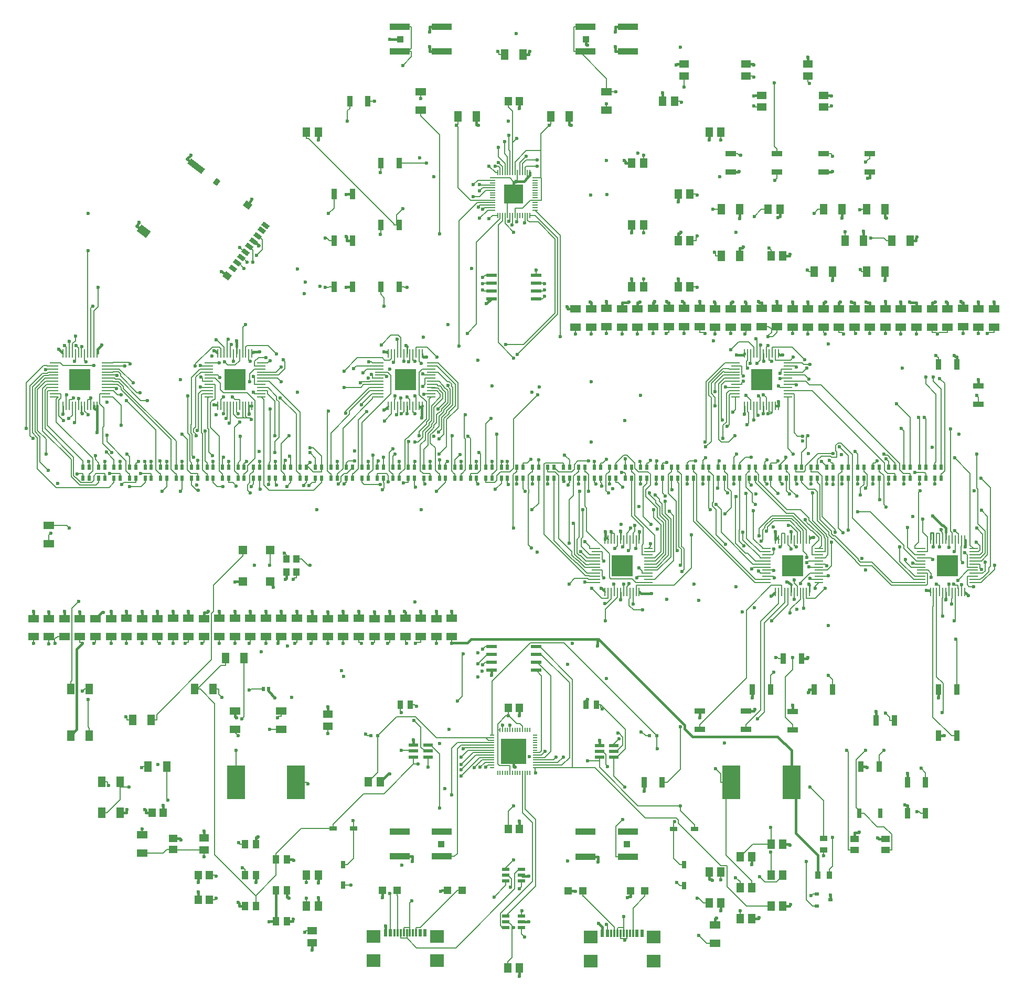
<source format=gbr>
%TF.GenerationSoftware,KiCad,Pcbnew,9.0.0*%
%TF.CreationDate,2025-04-03T19:14:32+05:30*%
%TF.ProjectId,12i(overall),31326928-6f76-4657-9261-6c6c292e6b69,rev?*%
%TF.SameCoordinates,Original*%
%TF.FileFunction,Copper,L1,Top*%
%TF.FilePolarity,Positive*%
%FSLAX46Y46*%
G04 Gerber Fmt 4.6, Leading zero omitted, Abs format (unit mm)*
G04 Created by KiCad (PCBNEW 9.0.0) date 2025-04-03 19:14:32*
%MOMM*%
%LPD*%
G01*
G04 APERTURE LIST*
G04 Aperture macros list*
%AMRoundRect*
0 Rectangle with rounded corners*
0 $1 Rounding radius*
0 $2 $3 $4 $5 $6 $7 $8 $9 X,Y pos of 4 corners*
0 Add a 4 corners polygon primitive as box body*
4,1,4,$2,$3,$4,$5,$6,$7,$8,$9,$2,$3,0*
0 Add four circle primitives for the rounded corners*
1,1,$1+$1,$2,$3*
1,1,$1+$1,$4,$5*
1,1,$1+$1,$6,$7*
1,1,$1+$1,$8,$9*
0 Add four rect primitives between the rounded corners*
20,1,$1+$1,$2,$3,$4,$5,0*
20,1,$1+$1,$4,$5,$6,$7,0*
20,1,$1+$1,$6,$7,$8,$9,0*
20,1,$1+$1,$8,$9,$2,$3,0*%
%AMRotRect*
0 Rectangle, with rotation*
0 The origin of the aperture is its center*
0 $1 length*
0 $2 width*
0 $3 Rotation angle, in degrees counterclockwise*
0 Add horizontal line*
21,1,$1,$2,0,0,$3*%
G04 Aperture macros list end*
%TA.AperFunction,SMDPad,CuDef*%
%ADD10R,1.500000X1.300000*%
%TD*%
%TA.AperFunction,SMDPad,CuDef*%
%ADD11R,0.500000X0.850000*%
%TD*%
%TA.AperFunction,SMDPad,CuDef*%
%ADD12RoundRect,0.073750X0.531250X0.221250X-0.531250X0.221250X-0.531250X-0.221250X0.531250X-0.221250X0*%
%TD*%
%TA.AperFunction,SMDPad,CuDef*%
%ADD13R,1.803400X1.168400*%
%TD*%
%TA.AperFunction,SMDPad,CuDef*%
%ADD14R,1.100000X1.300000*%
%TD*%
%TA.AperFunction,SMDPad,CuDef*%
%ADD15R,1.730000X0.970000*%
%TD*%
%TA.AperFunction,SMDPad,CuDef*%
%ADD16R,1.170000X1.770000*%
%TD*%
%TA.AperFunction,SMDPad,CuDef*%
%ADD17R,1.770000X1.170000*%
%TD*%
%TA.AperFunction,SMDPad,CuDef*%
%ADD18R,1.168400X1.803400*%
%TD*%
%TA.AperFunction,SMDPad,CuDef*%
%ADD19R,1.150000X1.150000*%
%TD*%
%TA.AperFunction,SMDPad,CuDef*%
%ADD20R,0.754800X0.199200*%
%TD*%
%TA.AperFunction,SMDPad,CuDef*%
%ADD21R,0.199200X0.754800*%
%TD*%
%TA.AperFunction,SMDPad,CuDef*%
%ADD22R,4.038600X4.038600*%
%TD*%
%TA.AperFunction,SMDPad,CuDef*%
%ADD23R,1.300000X1.500000*%
%TD*%
%TA.AperFunction,SMDPad,CuDef*%
%ADD24R,0.970000X1.730000*%
%TD*%
%TA.AperFunction,SMDPad,CuDef*%
%ADD25R,0.730000X1.210000*%
%TD*%
%TA.AperFunction,SMDPad,CuDef*%
%ADD26R,1.250000X0.855600*%
%TD*%
%TA.AperFunction,SMDPad,CuDef*%
%ADD27R,1.066800X1.346200*%
%TD*%
%TA.AperFunction,SMDPad,CuDef*%
%ADD28R,3.200001X0.990600*%
%TD*%
%TA.AperFunction,SMDPad,CuDef*%
%ADD29R,0.990600X0.990600*%
%TD*%
%TA.AperFunction,SMDPad,CuDef*%
%ADD30R,1.150000X1.450000*%
%TD*%
%TA.AperFunction,SMDPad,CuDef*%
%ADD31R,0.270000X1.461200*%
%TD*%
%TA.AperFunction,SMDPad,CuDef*%
%ADD32R,1.461200X0.270000*%
%TD*%
%TA.AperFunction,SMDPad,CuDef*%
%ADD33R,3.500001X3.500001*%
%TD*%
%TA.AperFunction,SMDPad,CuDef*%
%ADD34R,0.914400X1.447800*%
%TD*%
%TA.AperFunction,SMDPad,CuDef*%
%ADD35R,0.800001X0.549999*%
%TD*%
%TA.AperFunction,SMDPad,CuDef*%
%ADD36RoundRect,0.072500X-0.732500X-0.217500X0.732500X-0.217500X0.732500X0.217500X-0.732500X0.217500X0*%
%TD*%
%TA.AperFunction,SMDPad,CuDef*%
%ADD37R,1.397000X1.346200*%
%TD*%
%TA.AperFunction,SMDPad,CuDef*%
%ADD38R,0.575600X0.600000*%
%TD*%
%TA.AperFunction,SMDPad,CuDef*%
%ADD39RoundRect,0.073750X-0.651250X-0.221250X0.651250X-0.221250X0.651250X0.221250X-0.651250X0.221250X0*%
%TD*%
%TA.AperFunction,SMDPad,CuDef*%
%ADD40RoundRect,0.025000X-0.395000X-0.075000X0.395000X-0.075000X0.395000X0.075000X-0.395000X0.075000X0*%
%TD*%
%TA.AperFunction,SMDPad,CuDef*%
%ADD41RoundRect,0.025000X-0.075000X-0.395000X0.075000X-0.395000X0.075000X0.395000X-0.075000X0.395000X0*%
%TD*%
%TA.AperFunction,SMDPad,CuDef*%
%ADD42R,3.100000X3.100000*%
%TD*%
%TA.AperFunction,SMDPad,CuDef*%
%ADD43R,0.800000X1.600000*%
%TD*%
%TA.AperFunction,SMDPad,CuDef*%
%ADD44R,1.450000X1.150000*%
%TD*%
%TA.AperFunction,SMDPad,CuDef*%
%ADD45RotRect,0.700000X1.200000X233.000000*%
%TD*%
%TA.AperFunction,SMDPad,CuDef*%
%ADD46RotRect,1.000000X1.200000X233.000000*%
%TD*%
%TA.AperFunction,SMDPad,CuDef*%
%ADD47RotRect,1.000000X2.800000X233.000000*%
%TD*%
%TA.AperFunction,SMDPad,CuDef*%
%ADD48RotRect,1.300000X1.900000X233.000000*%
%TD*%
%TA.AperFunction,SMDPad,CuDef*%
%ADD49RotRect,1.000000X0.800000X233.000000*%
%TD*%
%TA.AperFunction,SMDPad,CuDef*%
%ADD50R,1.210000X0.730000*%
%TD*%
%TA.AperFunction,SMDPad,CuDef*%
%ADD51R,0.600000X1.150000*%
%TD*%
%TA.AperFunction,SMDPad,CuDef*%
%ADD52R,0.300000X1.150000*%
%TD*%
%TA.AperFunction,SMDPad,CuDef*%
%ADD53R,2.180000X2.000000*%
%TD*%
%TA.AperFunction,SMDPad,CuDef*%
%ADD54R,0.855600X1.250000*%
%TD*%
%TA.AperFunction,SMDPad,CuDef*%
%ADD55R,2.895600X5.410200*%
%TD*%
%TA.AperFunction,SMDPad,CuDef*%
%ADD56R,0.560000X0.640000*%
%TD*%
%TA.AperFunction,SMDPad,CuDef*%
%ADD57R,1.447800X1.117600*%
%TD*%
%TA.AperFunction,SMDPad,CuDef*%
%ADD58R,1.160000X1.470000*%
%TD*%
%TA.AperFunction,ViaPad*%
%ADD59C,0.600000*%
%TD*%
%TA.AperFunction,Conductor*%
%ADD60C,0.200000*%
%TD*%
%TA.AperFunction,Conductor*%
%ADD61C,0.400000*%
%TD*%
%TA.AperFunction,Conductor*%
%ADD62C,0.269800*%
%TD*%
G04 APERTURE END LIST*
D10*
%TO.P,C76,1*%
%TO.N,+3.3V*%
X490000000Y-190950000D03*
%TO.P,C76,2*%
%TO.N,GND*%
X490000000Y-189050000D03*
%TD*%
D11*
%TO.P,D61,1*%
%TO.N,+5V*%
X384000000Y-249125000D03*
%TO.P,D61,2*%
%TO.N,LED_R54*%
X384000000Y-250875000D03*
%TO.P,D61,3*%
%TO.N,LED_G54*%
X383000000Y-250875000D03*
%TO.P,D61,4*%
%TO.N,LED_B54*%
X383000000Y-249125000D03*
%TD*%
D12*
%TO.P,U1,1*%
%TO.N,Net-(J1-DP1)*%
X451255000Y-315950000D03*
%TO.P,U1,2*%
%TO.N,GND*%
X451255000Y-315000000D03*
%TO.P,U1,3*%
%TO.N,Net-(J1-DN1)*%
X451255000Y-314050000D03*
%TO.P,U1,4*%
%TO.N,UD_2040-*%
X448745000Y-314050000D03*
%TO.P,U1,5*%
%TO.N,Net-(J1-VBUS)*%
X448745000Y-315000000D03*
%TO.P,U1,6*%
%TO.N,UD_2040+*%
X448745000Y-315950000D03*
%TD*%
D13*
%TO.P,C3,1*%
%TO.N,+5V*%
X485000000Y-226473200D03*
%TO.P,C3,2*%
%TO.N,GND*%
X485000000Y-223526800D03*
%TD*%
D11*
%TO.P,De3,1*%
%TO.N,+5V*%
X449000000Y-249125000D03*
%TO.P,De3,2*%
%TO.N,LED_R28*%
X449000000Y-250875000D03*
%TO.P,De3,3*%
%TO.N,LED_G28*%
X448000000Y-250875000D03*
%TO.P,De3,4*%
%TO.N,LED_B28*%
X448000000Y-249125000D03*
%TD*%
%TO.P,D13,1*%
%TO.N,+5V*%
X460500000Y-250875000D03*
%TO.P,D13,2*%
%TO.N,LED_R04*%
X460500000Y-249125000D03*
%TO.P,D13,3*%
%TO.N,LED_G04*%
X461500000Y-249125000D03*
%TO.P,D13,4*%
%TO.N,LED_B04*%
X461500000Y-250875000D03*
%TD*%
D13*
%TO.P,C18,1*%
%TO.N,+5V*%
X497500000Y-226473200D03*
%TO.P,C18,2*%
%TO.N,GND*%
X497500000Y-223526800D03*
%TD*%
D14*
%TO.P,Y1,1,TRI-STATE(STBY)*%
%TO.N,Net-(U4-XIN)*%
X413275000Y-263950000D03*
%TO.P,Y1,2,GND/CASE*%
%TO.N,GND*%
X413275000Y-266050000D03*
%TO.P,Y1,3,OUTPUT*%
%TO.N,Net-(Y1-OUTPUT)*%
X414925000Y-266050000D03*
%TO.P,Y1,4,VDD*%
%TO.N,+3.3V*%
X414925000Y-263950000D03*
%TD*%
D15*
%TO.P,R32,1*%
%TO.N,Net-(IC7-REXTB)*%
X487500000Y-291480000D03*
%TO.P,R32,2*%
%TO.N,GND*%
X487500000Y-288520000D03*
%TD*%
D13*
%TO.P,C106,1*%
%TO.N,+5V*%
X390000000Y-276500000D03*
%TO.P,C106,2*%
%TO.N,GND*%
X390000000Y-273553600D03*
%TD*%
D11*
%TO.P,D22,1*%
%TO.N,+5V*%
X468000000Y-250875000D03*
%TO.P,D22,2*%
%TO.N,LED_R07*%
X468000000Y-249125000D03*
%TO.P,D22,3*%
%TO.N,LED_G07*%
X469000000Y-249125000D03*
%TO.P,D22,4*%
%TO.N,LED_B07*%
X469000000Y-250875000D03*
%TD*%
D16*
%TO.P,R39,1*%
%TO.N,/FB_BC1*%
X383506000Y-304950000D03*
%TO.P,R39,2*%
%TO.N,GND*%
X386494000Y-304950000D03*
%TD*%
D17*
%TO.P,R43,1*%
%TO.N,/SPI3_MIS0*%
X412500000Y-291444000D03*
%TO.P,R43,2*%
%TO.N,+3.3V*%
X412500000Y-288456000D03*
%TD*%
D11*
%TO.P,D25,1*%
%TO.N,+5V*%
X495500000Y-250875000D03*
%TO.P,D25,2*%
%TO.N,LED_R18*%
X495500000Y-249125000D03*
%TO.P,D25,3*%
%TO.N,LED_G18*%
X496500000Y-249125000D03*
%TO.P,D25,4*%
%TO.N,LED_B18*%
X496500000Y-250875000D03*
%TD*%
D13*
%TO.P,C5,1*%
%TO.N,+5V*%
X462500000Y-226473200D03*
%TO.P,C5,2*%
%TO.N,GND*%
X462500000Y-223526800D03*
%TD*%
D18*
%TO.P,C85,1*%
%TO.N,+3.3V*%
X441026800Y-192500000D03*
%TO.P,C85,2*%
%TO.N,GND*%
X443973200Y-192500000D03*
%TD*%
D10*
%TO.P,C78,1*%
%TO.N,+3.3V*%
X487500000Y-185950000D03*
%TO.P,C78,2*%
%TO.N,GND*%
X487500000Y-184050000D03*
%TD*%
D13*
%TO.P,C9,1*%
%TO.N,+5V*%
X490000000Y-226446400D03*
%TO.P,C9,2*%
%TO.N,GND*%
X490000000Y-223500000D03*
%TD*%
D19*
%TO.P,R44,1*%
%TO.N,GND*%
X458825000Y-317500000D03*
%TO.P,R44,2*%
%TO.N,Net-(J2-CC1)*%
X461175000Y-317500000D03*
%TD*%
D20*
%TO.P,U10,1,LNA_IN*%
%TO.N,Net-(U10-LNA_IN)*%
X446547599Y-292400000D03*
%TO.P,U10,2,VDD3P3*%
%TO.N,/VDD3P3*%
X446547599Y-292799999D03*
%TO.P,U10,3,VDD3P3__1*%
X446547599Y-293200001D03*
%TO.P,U10,4,CHIP_PU*%
%TO.N,/EN*%
X446547599Y-293600000D03*
%TO.P,U10,5,GPIO0*%
%TO.N,/BOOT*%
X446547599Y-293999999D03*
%TO.P,U10,6,GPIO1*%
%TO.N,RP_SPI1_M0SI*%
X446547599Y-294400001D03*
%TO.P,U10,7,GPIO2*%
%TO.N,RP_SPI1_MIS0*%
X446547599Y-294800000D03*
%TO.P,U10,8,GPIO3*%
%TO.N,RP_SPI1_SCK*%
X446547599Y-295200000D03*
%TO.P,U10,9,GPIO4*%
%TO.N,RP_SPI1_CS0*%
X446547599Y-295599999D03*
%TO.P,U10,10,GPIO5*%
%TO.N,/SPI3_M0SI*%
X446547599Y-296000001D03*
%TO.P,U10,11,GPIO6*%
%TO.N,/SPI3_MIS0*%
X446547599Y-296400000D03*
%TO.P,U10,12,GPIO7*%
%TO.N,/SPI3_SCK*%
X446547599Y-296799999D03*
%TO.P,U10,13,GPIO8*%
%TO.N,/SPI3_CS0*%
X446547599Y-297200001D03*
%TO.P,U10,14,GPIO9*%
%TO.N,unconnected-(U10-GPIO9-Pad14)*%
X446547599Y-297600000D03*
D21*
%TO.P,U10,15,GPIO10*%
%TO.N,unconnected-(U10-GPIO10-Pad15)*%
X447400000Y-298452401D03*
%TO.P,U10,16,GPIO11*%
%TO.N,unconnected-(U10-GPIO11-Pad16)*%
X447799999Y-298452401D03*
%TO.P,U10,17,GPIO12*%
%TO.N,unconnected-(U10-GPIO12-Pad17)*%
X448200001Y-298452401D03*
%TO.P,U10,18,GPIO13*%
%TO.N,unconnected-(U10-GPIO13-Pad18)*%
X448600000Y-298452401D03*
%TO.P,U10,19,GPIO14*%
%TO.N,unconnected-(U10-GPIO14-Pad19)*%
X448999999Y-298452401D03*
%TO.P,U10,20,VDD3P3_RTC*%
%TO.N,+3.3V*%
X449400001Y-298452401D03*
%TO.P,U10,21,XTAL_32K_P*%
%TO.N,unconnected-(U10-XTAL_32K_P-Pad21)*%
X449800000Y-298452401D03*
%TO.P,U10,22,XTAL_32K_N*%
%TO.N,unconnected-(U10-XTAL_32K_N-Pad22)*%
X450200000Y-298452401D03*
%TO.P,U10,23,GPIO17*%
%TO.N,unconnected-(U10-GPIO17-Pad23)*%
X450599999Y-298452401D03*
%TO.P,U10,24,GPIO18*%
%TO.N,unconnected-(U10-GPIO18-Pad24)*%
X451000001Y-298452401D03*
%TO.P,U10,25,GPIO19*%
%TO.N,/UD_ESP+*%
X451400000Y-298452401D03*
%TO.P,U10,26,GPIO20*%
%TO.N,/UD_ESP-*%
X451799999Y-298452401D03*
%TO.P,U10,27,GPIO21*%
%TO.N,unconnected-(U10-GPIO21-Pad27)*%
X452200001Y-298452401D03*
%TO.P,U10,28,SPICS1*%
%TO.N,unconnected-(U10-SPICS1-Pad28)*%
X452600000Y-298452401D03*
D20*
%TO.P,U10,29,VDD_SPI*%
%TO.N,/VDD_SPI*%
X453452401Y-297600000D03*
%TO.P,U10,30,SPIHD*%
%TO.N,/SPIHD*%
X453452401Y-297200001D03*
%TO.P,U10,31,SPIWP*%
%TO.N,/SPIWP*%
X453452401Y-296799999D03*
%TO.P,U10,32,SPICS0*%
%TO.N,/SPICS0*%
X453452401Y-296400000D03*
%TO.P,U10,33,SPICLK*%
%TO.N,/SPICLK*%
X453452401Y-296000001D03*
%TO.P,U10,34,SPIQ*%
%TO.N,/SPIQ*%
X453452401Y-295599999D03*
%TO.P,U10,35,SPID*%
%TO.N,/SPID*%
X453452401Y-295200000D03*
%TO.P,U10,36,SPICLK_N*%
%TO.N,unconnected-(U10-SPICLK_N-Pad36)*%
X453452401Y-294800000D03*
%TO.P,U10,37,SPICLK_P*%
%TO.N,unconnected-(U10-SPICLK_P-Pad37)*%
X453452401Y-294400001D03*
%TO.P,U10,38,GPIO33*%
%TO.N,unconnected-(U10-GPIO33-Pad38)*%
X453452401Y-293999999D03*
%TO.P,U10,39,GPIO34*%
%TO.N,unconnected-(U10-GPIO34-Pad39)*%
X453452401Y-293600000D03*
%TO.P,U10,40,GPIO35*%
%TO.N,unconnected-(U10-GPIO35-Pad40)*%
X453452401Y-293200001D03*
%TO.P,U10,41,GPIO36*%
%TO.N,unconnected-(U10-GPIO36-Pad41)*%
X453452401Y-292799999D03*
%TO.P,U10,42,GPIO37*%
%TO.N,unconnected-(U10-GPIO37-Pad42)*%
X453452401Y-292400000D03*
D21*
%TO.P,U10,43,GPIO38*%
%TO.N,unconnected-(U10-GPIO38-Pad43)*%
X452600000Y-291547599D03*
%TO.P,U10,44,MTCK*%
%TO.N,unconnected-(U10-MTCK-Pad44)*%
X452200001Y-291547599D03*
%TO.P,U10,45,MTDO*%
%TO.N,unconnected-(U10-MTDO-Pad45)*%
X451799999Y-291547599D03*
%TO.P,U10,46,VDD3P3_CPU*%
%TO.N,+3.3V*%
X451400000Y-291547599D03*
%TO.P,U10,47,MTDI*%
%TO.N,unconnected-(U10-MTDI-Pad47)*%
X451000001Y-291547599D03*
%TO.P,U10,48,MTMS*%
%TO.N,unconnected-(U10-MTMS-Pad48)*%
X450599999Y-291547599D03*
%TO.P,U10,49,U0TXD*%
%TO.N,unconnected-(U10-U0TXD-Pad49)*%
X450200000Y-291547599D03*
%TO.P,U10,50,U0RXD*%
%TO.N,unconnected-(U10-U0RXD-Pad50)*%
X449800000Y-291547599D03*
%TO.P,U10,51,GPIO45*%
%TO.N,Net-(U10-GPIO45)*%
X449400001Y-291547599D03*
%TO.P,U10,52,GPIO46*%
%TO.N,unconnected-(U10-GPIO46-Pad52)*%
X448999999Y-291547599D03*
%TO.P,U10,53,XTAL_N*%
%TO.N,unconnected-(U10-XTAL_N-Pad53)*%
X448600000Y-291547599D03*
%TO.P,U10,54,XTAL_P*%
%TO.N,/XTAL_P*%
X448200001Y-291547599D03*
%TO.P,U10,55,VDDA1*%
%TO.N,+3.3V*%
X447799999Y-291547599D03*
%TO.P,U10,56,VDDA2*%
X447400000Y-291547599D03*
D22*
%TO.P,U10,57,GND*%
%TO.N,GND*%
X450000000Y-295000000D03*
%TD*%
D13*
%TO.P,C26,1*%
%TO.N,+5V*%
X505000000Y-226473200D03*
%TO.P,C26,2*%
%TO.N,GND*%
X505000000Y-223526800D03*
%TD*%
%TO.P,C8,1*%
%TO.N,+5V*%
X465000000Y-226446400D03*
%TO.P,C8,2*%
%TO.N,GND*%
X465000000Y-223500000D03*
%TD*%
D23*
%TO.P,C65,1*%
%TO.N,+3.3V*%
X475950000Y-190000000D03*
%TO.P,C65,2*%
%TO.N,GND*%
X474050000Y-190000000D03*
%TD*%
D11*
%TO.P,D74,1*%
%TO.N,+5V*%
X399000000Y-249125000D03*
%TO.P,D74,2*%
%TO.N,LED_R48*%
X399000000Y-250875000D03*
%TO.P,D74,3*%
%TO.N,LED_G48*%
X398000000Y-250875000D03*
%TO.P,D74,4*%
%TO.N,LED_B48*%
X398000000Y-249125000D03*
%TD*%
D16*
%TO.P,R48,1*%
%TO.N,Net-(XTAL1-TRI-STATE_ENABLE{slash}DISABLE)*%
X391494000Y-289950000D03*
%TO.P,R48,2*%
%TO.N,+3.3V*%
X388506000Y-289950000D03*
%TD*%
D24*
%TO.P,R18,1*%
%TO.N,Net-(IC3-REXTB)*%
X491480000Y-285000000D03*
%TO.P,R18,2*%
%TO.N,GND*%
X488520000Y-285000000D03*
%TD*%
%TO.P,R24,1*%
%TO.N,Net-(IC5-REXTR)*%
X511480000Y-290000000D03*
%TO.P,R24,2*%
%TO.N,GND*%
X508520000Y-290000000D03*
%TD*%
D13*
%TO.P,C16,1*%
%TO.N,+5V*%
X522500000Y-226446400D03*
%TO.P,C16,2*%
%TO.N,GND*%
X522500000Y-223500000D03*
%TD*%
D11*
%TO.P,D14,1*%
%TO.N,+5V*%
X485500000Y-250875000D03*
%TO.P,D14,2*%
%TO.N,LED_R14*%
X485500000Y-249125000D03*
%TO.P,D14,3*%
%TO.N,LED_G14*%
X486500000Y-249125000D03*
%TO.P,D14,4*%
%TO.N,LED_B14*%
X486500000Y-250875000D03*
%TD*%
%TO.P,D66,1*%
%TO.N,+5V*%
X439000000Y-249125000D03*
%TO.P,D66,2*%
%TO.N,LED_R32*%
X439000000Y-250875000D03*
%TO.P,D66,3*%
%TO.N,LED_G32*%
X438000000Y-250875000D03*
%TO.P,D66,4*%
%TO.N,LED_B32*%
X438000000Y-249125000D03*
%TD*%
D13*
%TO.P,C111,1*%
%TO.N,+5V*%
X415000000Y-276473200D03*
%TO.P,C111,2*%
%TO.N,GND*%
X415000000Y-273526800D03*
%TD*%
D18*
%TO.P,C38,1*%
%TO.N,/U_unreg*%
X507000000Y-207500000D03*
%TO.P,C38,2*%
%TO.N,GND*%
X509946400Y-207500000D03*
%TD*%
D11*
%TO.P,D77,1*%
%TO.N,+5V*%
X426500000Y-249125000D03*
%TO.P,D77,2*%
%TO.N,LED_R37*%
X426500000Y-250875000D03*
%TO.P,D77,3*%
%TO.N,LED_G37*%
X425500000Y-250875000D03*
%TO.P,D77,4*%
%TO.N,LED_B37*%
X425500000Y-249125000D03*
%TD*%
D23*
%TO.P,C63,1*%
%TO.N,+3.3V*%
X470950000Y-210000000D03*
%TO.P,C63,2*%
%TO.N,GND*%
X469050000Y-210000000D03*
%TD*%
D11*
%TO.P,D73,1*%
%TO.N,+5V*%
X431500000Y-249125000D03*
%TO.P,D73,2*%
%TO.N,LED_R35*%
X431500000Y-250875000D03*
%TO.P,D73,3*%
%TO.N,LED_G35*%
X430500000Y-250875000D03*
%TO.P,D73,4*%
%TO.N,LED_B35*%
X430500000Y-249125000D03*
%TD*%
D13*
%TO.P,C11,1*%
%TO.N,+5V*%
X467500000Y-226500000D03*
%TO.P,C11,2*%
%TO.N,GND*%
X467500000Y-223553600D03*
%TD*%
D11*
%TO.P,D59,1*%
%TO.N,+5V*%
X416500000Y-249125000D03*
%TO.P,D59,2*%
%TO.N,LED_R41*%
X416500000Y-250875000D03*
%TO.P,D59,3*%
%TO.N,LED_G41*%
X415500000Y-250875000D03*
%TO.P,D59,4*%
%TO.N,LED_B41*%
X415500000Y-249125000D03*
%TD*%
D13*
%TO.P,C94,1*%
%TO.N,+5V*%
X405000000Y-276473200D03*
%TO.P,C94,2*%
%TO.N,GND*%
X405000000Y-273526800D03*
%TD*%
D25*
%TO.P,D32,1,K*%
%TO.N,Net-(D31-A)*%
X422500000Y-313270000D03*
%TO.P,D32,2,A*%
%TO.N,Net-(D30-A)*%
X422500000Y-316630000D03*
%TD*%
D13*
%TO.P,C103,1*%
%TO.N,+5V*%
X425000000Y-276473200D03*
%TO.P,C103,2*%
%TO.N,GND*%
X425000000Y-273526800D03*
%TD*%
%TO.P,C99,1*%
%TO.N,+5V*%
X400000000Y-276500000D03*
%TO.P,C99,2*%
%TO.N,GND*%
X400000000Y-273553600D03*
%TD*%
D26*
%TO.P,C44,1*%
%TO.N,+3.3V*%
X500000000Y-310927800D03*
%TO.P,C44,2*%
%TO.N,/FB_BC1*%
X500000000Y-309072200D03*
%TD*%
D24*
%TO.P,R17,1*%
%TO.N,Net-(IC3-REXTG)*%
X493520000Y-280000000D03*
%TO.P,R17,2*%
%TO.N,GND*%
X496480000Y-280000000D03*
%TD*%
D27*
%TO.P,C48,1*%
%TO.N,+5V*%
X411623700Y-317450000D03*
%TO.P,C48,2*%
%TO.N,GND*%
X413376300Y-317450000D03*
%TD*%
D28*
%TO.P,SW1,1,1*%
%TO.N,Net-(R1-Pad1)*%
X431600002Y-177999999D03*
%TO.P,SW1,2,2*%
%TO.N,GND*%
X438399998Y-177999999D03*
%TO.P,SW1,3,3*%
%TO.N,Net-(R1-Pad1)*%
X431600002Y-182000001D03*
%TO.P,SW1,4,4*%
%TO.N,GND*%
X438399998Y-182000001D03*
D29*
%TO.P,SW1,5,5*%
X431699999Y-180000000D03*
%TD*%
D13*
%TO.P,C14,1*%
%TO.N,+5V*%
X470000000Y-226500000D03*
%TO.P,C14,2*%
%TO.N,GND*%
X470000000Y-223553600D03*
%TD*%
D23*
%TO.P,C71,1*%
%TO.N,+1V1*%
X491050000Y-207500000D03*
%TO.P,C71,2*%
%TO.N,GND*%
X492950000Y-207500000D03*
%TD*%
D15*
%TO.P,R25,1*%
%TO.N,Net-(IC5-REXTG)*%
X507500000Y-198520000D03*
%TO.P,R25,2*%
%TO.N,GND*%
X507500000Y-201480000D03*
%TD*%
D18*
%TO.P,C126,1*%
%TO.N,+3.3V*%
X448526800Y-182500000D03*
%TO.P,C126,2*%
%TO.N,GND*%
X451473200Y-182500000D03*
%TD*%
D11*
%TO.P,D7,1*%
%TO.N,+5V*%
X455500000Y-250875000D03*
%TO.P,D7,2*%
%TO.N,LED_R02*%
X455500000Y-249125000D03*
%TO.P,D7,3*%
%TO.N,LED_G02*%
X456500000Y-249125000D03*
%TO.P,D7,4*%
%TO.N,LED_B02*%
X456500000Y-250875000D03*
%TD*%
D30*
%TO.P,C125,1*%
%TO.N,+3.3V*%
X400900000Y-314950000D03*
%TO.P,C125,2*%
%TO.N,GND*%
X399100000Y-314950000D03*
%TD*%
D13*
%TO.P,C113,1*%
%TO.N,+5V*%
X382500000Y-276500000D03*
%TO.P,C113,2*%
%TO.N,GND*%
X382500000Y-273553600D03*
%TD*%
D16*
%TO.P,R38,1*%
%TO.N,/U_unreg*%
X403506000Y-279950000D03*
%TO.P,R38,2*%
%TO.N,/EN_BC2*%
X406494000Y-279950000D03*
%TD*%
D13*
%TO.P,C21,1*%
%TO.N,+5V*%
X500000000Y-226473200D03*
%TO.P,C21,2*%
%TO.N,GND*%
X500000000Y-223526800D03*
%TD*%
D31*
%TO.P,IC4,1,GND@1*%
%TO.N,GND*%
X377250000Y-239225000D03*
%TO.P,IC4,2,SDI*%
%TO.N,/SD6*%
X377749999Y-239225000D03*
%TO.P,IC4,3,LE/DM*%
%TO.N,LE*%
X378250001Y-239225000D03*
%TO.P,IC4,4,CLK*%
%TO.N,RP_SPI0_SCK*%
X378750000Y-239225000D03*
%TO.P,IC4,5,DM*%
%TO.N,DM*%
X379249999Y-239225000D03*
%TO.P,IC4,6,VDD@1*%
%TO.N,+3.3V*%
X379750000Y-239225000D03*
%TO.P,IC4,7,GND@2*%
%TO.N,GND*%
X380250000Y-239225000D03*
%TO.P,IC4,8,TF*%
%TO.N,TF*%
X380750001Y-239225000D03*
%TO.P,IC4,9,DG*%
%TO.N,+3.3V*%
X381250000Y-239225000D03*
%TO.P,IC4,10,DF0*%
X381749999Y-239225000D03*
%TO.P,IC4,11,DF1*%
%TO.N,GND*%
X382250001Y-239225000D03*
%TO.P,IC4,12,GND@3*%
X382750000Y-239225000D03*
D32*
%TO.P,IC4,13,R1*%
%TO.N,LED_R48*%
X384225000Y-237750000D03*
%TO.P,IC4,14,G1*%
%TO.N,LED_G48*%
X384225000Y-237250001D03*
%TO.P,IC4,15,B1*%
%TO.N,LED_B48*%
X384225000Y-236749999D03*
%TO.P,IC4,16,R2*%
%TO.N,LED_R49*%
X384225000Y-236250000D03*
%TO.P,IC4,17,G2*%
%TO.N,LED_G49*%
X384225000Y-235750001D03*
%TO.P,IC4,18,B2*%
%TO.N,LED_B49*%
X384225000Y-235250000D03*
%TO.P,IC4,19,R3*%
%TO.N,LED_R50*%
X384225000Y-234750000D03*
%TO.P,IC4,20,G3*%
%TO.N,LED_G50*%
X384225000Y-234249999D03*
%TO.P,IC4,21,B3*%
%TO.N,LED_B50*%
X384225000Y-233750000D03*
%TO.P,IC4,22,R4*%
%TO.N,LED_R51*%
X384225000Y-233250001D03*
%TO.P,IC4,23,G4*%
%TO.N,LED_G51*%
X384225000Y-232749999D03*
%TO.P,IC4,24,B4*%
%TO.N,LED_B51*%
X384225000Y-232250000D03*
D31*
%TO.P,IC4,25,GND@4*%
%TO.N,GND*%
X382750000Y-230775000D03*
%TO.P,IC4,26,REXTB*%
%TO.N,Net-(IC4-REXTB)*%
X382250001Y-230775000D03*
%TO.P,IC4,27,REXTG*%
%TO.N,Net-(IC4-REXTG)*%
X381749999Y-230775000D03*
%TO.P,IC4,28,REXTR*%
%TO.N,Net-(IC4-REXTR)*%
X381250000Y-230775000D03*
%TO.P,IC4,29,EF*%
%TO.N,EF*%
X380750001Y-230775000D03*
%TO.P,IC4,30,GND@5*%
%TO.N,GND*%
X380250000Y-230775000D03*
%TO.P,IC4,31,VDD@2*%
%TO.N,+3.3V*%
X379750000Y-230775000D03*
%TO.P,IC4,32,OE-B*%
%TO.N,PWM1_A*%
X379249999Y-230775000D03*
%TO.P,IC4,33,OE-G*%
%TO.N,PWM0_B*%
X378750000Y-230775000D03*
%TO.P,IC4,34,OE-R*%
%TO.N,PWM0_A*%
X378250001Y-230775000D03*
%TO.P,IC4,35,SDO*%
%TO.N,RP_SPI0_MIS0*%
X377749999Y-230775000D03*
%TO.P,IC4,36,GND@6*%
%TO.N,GND*%
X377250000Y-230775000D03*
D32*
%TO.P,IC4,37,B5*%
%TO.N,LED_B52*%
X375775000Y-232250000D03*
%TO.P,IC4,38,G5*%
%TO.N,LED_G52*%
X375775000Y-232749999D03*
%TO.P,IC4,39,R5*%
%TO.N,LED_R52*%
X375775000Y-233250001D03*
%TO.P,IC4,40,B6*%
%TO.N,LED_B53*%
X375775000Y-233750000D03*
%TO.P,IC4,41,G6*%
%TO.N,LED_G53*%
X375775000Y-234249999D03*
%TO.P,IC4,42,R6*%
%TO.N,LED_R53*%
X375775000Y-234750000D03*
%TO.P,IC4,43,B7*%
%TO.N,LED_B54*%
X375775000Y-235250000D03*
%TO.P,IC4,44,G7*%
%TO.N,LED_G54*%
X375775000Y-235750001D03*
%TO.P,IC4,45,R7*%
%TO.N,LED_R54*%
X375775000Y-236250000D03*
%TO.P,IC4,46,B8*%
%TO.N,LED_B55*%
X375775000Y-236749999D03*
%TO.P,IC4,47,G8*%
%TO.N,LED_G55*%
X375775000Y-237250001D03*
%TO.P,IC4,48,R8*%
%TO.N,LED_R55*%
X375775000Y-237750000D03*
D33*
%TO.P,IC4,EPAD*%
%TO.N,N/C*%
X380000000Y-235000000D03*
%TD*%
D16*
%TO.P,R41,1*%
%TO.N,/FB_BC1*%
X386506000Y-299950000D03*
%TO.P,R41,2*%
%TO.N,+3.3V*%
X383518000Y-299950000D03*
%TD*%
D24*
%TO.P,R16,1*%
%TO.N,Net-(IC3-REXTR)*%
X501480000Y-285000000D03*
%TO.P,R16,2*%
%TO.N,GND*%
X498520000Y-285000000D03*
%TD*%
D13*
%TO.P,C87,1*%
%TO.N,+5V*%
X410000000Y-276473200D03*
%TO.P,C87,2*%
%TO.N,GND*%
X410000000Y-273526800D03*
%TD*%
%TO.P,C2,1*%
%TO.N,+5V*%
X460000000Y-226473200D03*
%TO.P,C2,2*%
%TO.N,GND*%
X460000000Y-223526800D03*
%TD*%
D34*
%TO.P,C45,1*%
%TO.N,+5V*%
X461687200Y-287500000D03*
%TO.P,C45,2*%
%TO.N,/FB_BC2*%
X463312800Y-287500000D03*
%TD*%
D24*
%TO.P,R30,1*%
%TO.N,Net-(IC7-REXTR)*%
X473980000Y-300000000D03*
%TO.P,R30,2*%
%TO.N,GND*%
X471020000Y-300000000D03*
%TD*%
%TO.P,R9,1*%
%TO.N,Net-(Y1-OUTPUT)*%
X423520000Y-190000000D03*
%TO.P,R9,2*%
%TO.N,Net-(U4-XOUT)*%
X426480000Y-190000000D03*
%TD*%
D35*
%TO.P,U3,1,VCC*%
%TO.N,+3.3V*%
X498900000Y-318049999D03*
%TO.P,U3,2,OUT*%
%TO.N,Hall*%
X498900000Y-319949998D03*
%TO.P,U3,3,GND*%
%TO.N,GND*%
X501100000Y-319000000D03*
%TD*%
D11*
%TO.P,D72,1*%
%TO.N,+5V*%
X401500000Y-249125000D03*
%TO.P,D72,2*%
%TO.N,LED_R47*%
X401500000Y-250875000D03*
%TO.P,D72,3*%
%TO.N,LED_G47*%
X400500000Y-250875000D03*
%TO.P,D72,4*%
%TO.N,LED_B47*%
X400500000Y-249125000D03*
%TD*%
%TO.P,D69,1*%
%TO.N,+5V*%
X406500000Y-249125000D03*
%TO.P,D69,2*%
%TO.N,LED_R45*%
X406500000Y-250875000D03*
%TO.P,D69,3*%
%TO.N,LED_G45*%
X405500000Y-250875000D03*
%TO.P,D69,4*%
%TO.N,LED_B45*%
X405500000Y-249125000D03*
%TD*%
D23*
%TO.P,C67,1*%
%TO.N,+3.3V*%
X470950000Y-200000000D03*
%TO.P,C67,2*%
%TO.N,GND*%
X469050000Y-200000000D03*
%TD*%
D36*
%TO.P,U2,1,/CS*%
%TO.N,QSPI_SS*%
X446395000Y-218095000D03*
%TO.P,U2,2,DO(IO1)*%
%TO.N,QSPI_SD1*%
X446395000Y-219365000D03*
%TO.P,U2,3,/WP(IO2)*%
%TO.N,QSPI_SD2*%
X446395000Y-220635000D03*
%TO.P,U2,4,GND*%
%TO.N,GND*%
X446395000Y-221905000D03*
%TO.P,U2,5,DI(IO0)*%
%TO.N,QSPI_SD0*%
X453605000Y-221905000D03*
%TO.P,U2,6,CLK*%
%TO.N,QSPI_SCLK*%
X453605000Y-220635000D03*
%TO.P,U2,7,/HOLD/RESET(IO3)*%
%TO.N,QSPI_SD3*%
X453605000Y-219365000D03*
%TO.P,U2,8,VCC*%
%TO.N,+3.3V*%
X453605000Y-218095000D03*
%TD*%
D13*
%TO.P,C28,1*%
%TO.N,+5V*%
X507500000Y-226473200D03*
%TO.P,C28,2*%
%TO.N,GND*%
X507500000Y-223526800D03*
%TD*%
%TO.P,C98,1*%
%TO.N,+5V*%
X430000000Y-276500000D03*
%TO.P,C98,2*%
%TO.N,GND*%
X430000000Y-273553600D03*
%TD*%
D15*
%TO.P,R1,1*%
%TO.N,Net-(R1-Pad1)*%
X492500000Y-198520000D03*
%TO.P,R1,2*%
%TO.N,QSPI_SS*%
X492500000Y-201480000D03*
%TD*%
D23*
%TO.P,C57,1*%
%TO.N,GND*%
X481550000Y-314500000D03*
%TO.P,C57,2*%
%TO.N,+3.3V*%
X483450000Y-314500000D03*
%TD*%
D13*
%TO.P,C27,1*%
%TO.N,+5V*%
X482500000Y-226473200D03*
%TO.P,C27,2*%
%TO.N,GND*%
X482500000Y-223526800D03*
%TD*%
D16*
%TO.P,R37,1*%
%TO.N,/U_unreg*%
X398506000Y-284950000D03*
%TO.P,R37,2*%
%TO.N,/EN_BC1*%
X401494000Y-284950000D03*
%TD*%
D23*
%TO.P,C41,1*%
%TO.N,/boot_BC1*%
X491550000Y-315000000D03*
%TO.P,C41,2*%
%TO.N,/SW_BC1*%
X493450000Y-315000000D03*
%TD*%
D13*
%TO.P,C95,1*%
%TO.N,+5V*%
X372500000Y-276500000D03*
%TO.P,C95,2*%
%TO.N,GND*%
X372500000Y-273553600D03*
%TD*%
D16*
%TO.P,R22,1*%
%TO.N,TF*%
X378506000Y-284950000D03*
%TO.P,R22,2*%
%TO.N,+3.3V*%
X381494000Y-284950000D03*
%TD*%
D24*
%TO.P,R2,1*%
%TO.N,Net-(IC2-REXTR)*%
X521480000Y-285000000D03*
%TO.P,R2,2*%
%TO.N,GND*%
X518520000Y-285000000D03*
%TD*%
D13*
%TO.P,C97,1*%
%TO.N,+5V*%
X402500000Y-276473200D03*
%TO.P,C97,2*%
%TO.N,GND*%
X402500000Y-273526800D03*
%TD*%
D11*
%TO.P,D78,1*%
%TO.N,+5V*%
X424000000Y-249125000D03*
%TO.P,D78,2*%
%TO.N,LED_R38*%
X424000000Y-250875000D03*
%TO.P,D78,3*%
%TO.N,LED_G38*%
X423000000Y-250875000D03*
%TO.P,D78,4*%
%TO.N,LED_B38*%
X423000000Y-249125000D03*
%TD*%
D37*
%TO.P,XTAL1,1,TRI-STATE_ENABLE/DISABLE*%
%TO.N,Net-(XTAL1-TRI-STATE_ENABLE{slash}DISABLE)*%
X406290200Y-262460000D03*
%TO.P,XTAL1,2,GND/CASE*%
%TO.N,GND*%
X406290200Y-267540000D03*
%TO.P,XTAL1,3,OUTPUT*%
%TO.N,/XTAL_P*%
X410709800Y-267540000D03*
%TO.P,XTAL1,4,VDD*%
%TO.N,+3.3V*%
X410709800Y-262460000D03*
%TD*%
D24*
%TO.P,R28,1*%
%TO.N,Net-(IC6-REXTG)*%
X508980000Y-297500000D03*
%TO.P,R28,2*%
%TO.N,GND*%
X506020000Y-297500000D03*
%TD*%
D13*
%TO.P,C23,1*%
%TO.N,+5V*%
X477500000Y-226446400D03*
%TO.P,C23,2*%
%TO.N,GND*%
X477500000Y-223500000D03*
%TD*%
D11*
%TO.P,D80,1*%
%TO.N,+5V*%
X421500000Y-249125000D03*
%TO.P,D80,2*%
%TO.N,LED_R39*%
X421500000Y-250875000D03*
%TO.P,D80,3*%
%TO.N,LED_G39*%
X420500000Y-250875000D03*
%TO.P,D80,4*%
%TO.N,LED_B39*%
X420500000Y-249125000D03*
%TD*%
D18*
%TO.P,C79,1*%
%TO.N,+3.3V*%
X503526800Y-212500000D03*
%TO.P,C79,2*%
%TO.N,GND*%
X506473200Y-212500000D03*
%TD*%
D13*
%TO.P,C7,1*%
%TO.N,+5V*%
X515000000Y-226500000D03*
%TO.P,C7,2*%
%TO.N,GND*%
X515000000Y-223553600D03*
%TD*%
D24*
%TO.P,R14,1*%
%TO.N,Net-(IC2-REXTG)*%
X516480000Y-305000000D03*
%TO.P,R14,2*%
%TO.N,GND*%
X513520000Y-305000000D03*
%TD*%
D18*
%TO.P,C77,1*%
%TO.N,+3.3V*%
X500000000Y-207500000D03*
%TO.P,C77,2*%
%TO.N,GND*%
X502946400Y-207500000D03*
%TD*%
D11*
%TO.P,D71,1*%
%TO.N,+5V*%
X434000000Y-249125000D03*
%TO.P,D71,2*%
%TO.N,LED_R34*%
X434000000Y-250875000D03*
%TO.P,D71,3*%
%TO.N,LED_G34*%
X433000000Y-250875000D03*
%TO.P,D71,4*%
%TO.N,LED_B34*%
X433000000Y-249125000D03*
%TD*%
%TO.P,D17,1*%
%TO.N,+5V*%
X488000000Y-250875000D03*
%TO.P,D17,2*%
%TO.N,LED_R15*%
X488000000Y-249125000D03*
%TO.P,D17,3*%
%TO.N,LED_G15*%
X489000000Y-249125000D03*
%TO.P,D17,4*%
%TO.N,LED_B15*%
X489000000Y-250875000D03*
%TD*%
%TO.P,D3,1*%
%TO.N,+5V*%
X503000000Y-250875000D03*
%TO.P,D3,2*%
%TO.N,LED_R21*%
X503000000Y-249125000D03*
%TO.P,D3,3*%
%TO.N,LED_G21*%
X504000000Y-249125000D03*
%TO.P,D3,4*%
%TO.N,LED_B21*%
X504000000Y-250875000D03*
%TD*%
D38*
%TO.P,L6,1,1*%
%TO.N,/VDD3P3*%
X428067800Y-292450000D03*
%TO.P,L6,2,2*%
%TO.N,+3.3V*%
X426932200Y-292450000D03*
%TD*%
D27*
%TO.P,C49,1*%
%TO.N,+3.3V*%
X406623700Y-314950000D03*
%TO.P,C49,2*%
%TO.N,GND*%
X408376300Y-314950000D03*
%TD*%
D13*
%TO.P,C108,1*%
%TO.N,+5V*%
X387500000Y-276473200D03*
%TO.P,C108,2*%
%TO.N,GND*%
X387500000Y-273526800D03*
%TD*%
D27*
%TO.P,C51,1*%
%TO.N,/U_unreg*%
X408376300Y-319950000D03*
%TO.P,C51,2*%
%TO.N,GND*%
X406623700Y-319950000D03*
%TD*%
D13*
%TO.P,C88,1*%
%TO.N,+5V*%
X380000000Y-276500000D03*
%TO.P,C88,2*%
%TO.N,GND*%
X380000000Y-273553600D03*
%TD*%
D10*
%TO.P,C74,1*%
%TO.N,+3.3V*%
X477500000Y-185950000D03*
%TO.P,C74,2*%
%TO.N,GND*%
X477500000Y-184050000D03*
%TD*%
D23*
%TO.P,C120,1*%
%TO.N,/VDD3P3*%
X426550000Y-299950000D03*
%TO.P,C120,2*%
%TO.N,GND*%
X428450000Y-299950000D03*
%TD*%
D38*
%TO.P,L5,1,1*%
%TO.N,Net-(C55-Pad1)*%
X471932200Y-292500000D03*
%TO.P,L5,2,2*%
%TO.N,Net-(U10-LNA_IN)*%
X473067800Y-292500000D03*
%TD*%
D13*
%TO.P,C15,1*%
%TO.N,+5V*%
X495000000Y-226473200D03*
%TO.P,C15,2*%
%TO.N,GND*%
X495000000Y-223526800D03*
%TD*%
D39*
%TO.P,U6,1,GND*%
%TO.N,GND*%
X433845000Y-294000000D03*
%TO.P,U6,2,SW*%
%TO.N,/SW_BC1*%
X433845000Y-294950000D03*
%TO.P,U6,3,VIN*%
%TO.N,/U_unreg*%
X433845000Y-295900000D03*
%TO.P,U6,4,FB*%
%TO.N,/FB_BC1*%
X436155000Y-295900000D03*
%TO.P,U6,5,EN*%
%TO.N,/EN_BC1*%
X436155000Y-294950000D03*
%TO.P,U6,6,BOOT*%
%TO.N,/boot_BC1*%
X436155000Y-294000000D03*
%TD*%
D18*
%TO.P,C59,1*%
%TO.N,Net-(J1-VBUS)*%
X511026800Y-212500000D03*
%TO.P,C59,2*%
%TO.N,GND*%
X513973200Y-212500000D03*
%TD*%
D23*
%TO.P,C40,1*%
%TO.N,/U_unreg*%
X486550000Y-312000000D03*
%TO.P,C40,2*%
%TO.N,GND*%
X488450000Y-312000000D03*
%TD*%
D40*
%TO.P,U4,1,IOVDD*%
%TO.N,GND*%
X446565000Y-202400000D03*
%TO.P,U4,2,GPIO0*%
%TO.N,RP_SPI0_MIS0*%
X446565000Y-202800000D03*
%TO.P,U4,3,GPIO1*%
%TO.N,unconnected-(U4-GPIO1-Pad3)*%
X446565000Y-203200000D03*
%TO.P,U4,4,GPIO2*%
%TO.N,RP_SPI0_SCK*%
X446565000Y-203600000D03*
%TO.P,U4,5,GPIO3*%
%TO.N,RP_SPI0_M0SI*%
X446565000Y-204000000D03*
%TO.P,U4,6,GPIO4*%
%TO.N,LE*%
X446565000Y-204400000D03*
%TO.P,U4,7,GPIO5*%
%TO.N,unconnected-(U4-GPIO5-Pad7)*%
X446565000Y-204800000D03*
%TO.P,U4,8,GPIO6*%
%TO.N,unconnected-(U4-GPIO6-Pad8)*%
X446565000Y-205200000D03*
%TO.P,U4,9,GPIO7*%
%TO.N,unconnected-(U4-GPIO7-Pad9)*%
X446565000Y-205600000D03*
%TO.P,U4,10,IOVDD__1*%
%TO.N,+3.3V*%
X446565000Y-206000000D03*
%TO.P,U4,11,GPIO8*%
%TO.N,RP_SPI1_M0SI*%
X446565000Y-206400000D03*
%TO.P,U4,12,GPIO9*%
%TO.N,RP_SPI1_CS0*%
X446565000Y-206800000D03*
%TO.P,U4,13,GPIO10*%
%TO.N,RP_SPI1_SCK*%
X446565000Y-207200000D03*
%TO.P,U4,14,GPIO11*%
%TO.N,RP_SPI1_MIS0*%
X446565000Y-207600000D03*
D41*
%TO.P,U4,15,GPIO12*%
%TO.N,DM*%
X447400000Y-208435000D03*
%TO.P,U4,16,GPIO13*%
%TO.N,EF*%
X447800000Y-208435000D03*
%TO.P,U4,17,GPIO14*%
%TO.N,TF*%
X448200000Y-208435000D03*
%TO.P,U4,18,GPIO15*%
%TO.N,Hall*%
X448600000Y-208435000D03*
%TO.P,U4,19,TESTEN*%
%TO.N,GND*%
X449000000Y-208435000D03*
%TO.P,U4,20,XIN*%
%TO.N,Net-(U4-XIN)*%
X449400000Y-208435000D03*
%TO.P,U4,21,XOUT*%
%TO.N,Net-(U4-XOUT)*%
X449800000Y-208435000D03*
%TO.P,U4,22,IOVDD__2*%
%TO.N,+3.3V*%
X450200000Y-208435000D03*
%TO.P,U4,23,DVDD*%
%TO.N,+1V1*%
X450600000Y-208435000D03*
%TO.P,U4,24,SWCLK*%
%TO.N,unconnected-(U4-SWCLK-Pad24)*%
X451000000Y-208435000D03*
%TO.P,U4,25,SWDIO*%
%TO.N,unconnected-(U4-SWDIO-Pad25)*%
X451400000Y-208435000D03*
%TO.P,U4,26,RUN*%
%TO.N,Net-(U4-RUN)*%
X451800000Y-208435000D03*
%TO.P,U4,27,GPIO16*%
%TO.N,PWM0_A*%
X452200000Y-208435000D03*
%TO.P,U4,28,GPIO17*%
%TO.N,PWM0_B*%
X452600000Y-208435000D03*
D40*
%TO.P,U4,29,GPIO18*%
%TO.N,PWM1_A*%
X453435000Y-207600000D03*
%TO.P,U4,30,GPIO19*%
%TO.N,unconnected-(U4-GPIO19-Pad30)*%
X453435000Y-207200000D03*
%TO.P,U4,31,GPIO20*%
%TO.N,unconnected-(U4-GPIO20-Pad31)*%
X453435000Y-206800000D03*
%TO.P,U4,32,GPIO21*%
%TO.N,unconnected-(U4-GPIO21-Pad32)*%
X453435000Y-206400000D03*
%TO.P,U4,33,IOVDD__3*%
%TO.N,+3.3V*%
X453435000Y-206000000D03*
%TO.P,U4,34,GPIO22*%
%TO.N,unconnected-(U4-GPIO22-Pad34)*%
X453435000Y-205600000D03*
%TO.P,U4,35,GPIO23*%
%TO.N,unconnected-(U4-GPIO23-Pad35)*%
X453435000Y-205200000D03*
%TO.P,U4,36,GPIO24*%
%TO.N,unconnected-(U4-GPIO24-Pad36)*%
X453435000Y-204800000D03*
%TO.P,U4,37,GPIO25*%
%TO.N,unconnected-(U4-GPIO25-Pad37)*%
X453435000Y-204400000D03*
%TO.P,U4,38,GPIO26/ADC0*%
%TO.N,unconnected-(U4-GPIO26{slash}ADC0-Pad38)*%
X453435000Y-204000000D03*
%TO.P,U4,39,GPIO27/ADC1*%
%TO.N,unconnected-(U4-GPIO27{slash}ADC1-Pad39)*%
X453435000Y-203600000D03*
%TO.P,U4,40,GPIO28/ADC2*%
%TO.N,unconnected-(U4-GPIO28{slash}ADC2-Pad40)*%
X453435000Y-203200000D03*
%TO.P,U4,41,GPIO29/ADC3*%
%TO.N,unconnected-(U4-GPIO29{slash}ADC3-Pad41)*%
X453435000Y-202800000D03*
%TO.P,U4,42,IOVDD__4*%
%TO.N,+3.3V*%
X453435000Y-202400000D03*
D41*
%TO.P,U4,43,ADC_AVDD*%
%TO.N,GND*%
X452600000Y-201565000D03*
%TO.P,U4,44,VREG_VIN*%
X452200000Y-201565000D03*
%TO.P,U4,45,VREG_VOUT*%
%TO.N,Net-(U4-VREG_VOUT)*%
X451800000Y-201565000D03*
%TO.P,U4,46,USB_DM*%
%TO.N,Net-(U4-USB_DM)*%
X451400000Y-201565000D03*
%TO.P,U4,47,USB_DP*%
%TO.N,Net-(U4-USB_DP)*%
X451000000Y-201565000D03*
%TO.P,U4,48,USB_VDD*%
%TO.N,GND*%
X450600000Y-201565000D03*
%TO.P,U4,49,IOVDD__5*%
%TO.N,+3.3V*%
X450200000Y-201565000D03*
%TO.P,U4,50,DVDD__1*%
%TO.N,+1V1*%
X449800000Y-201565000D03*
%TO.P,U4,51,QSPI_SD3*%
%TO.N,QSPI_SD3*%
X449400000Y-201565000D03*
%TO.P,U4,52,QSPI_SCLK*%
%TO.N,QSPI_SCLK*%
X449000000Y-201565000D03*
%TO.P,U4,53,QSPI_SD0*%
%TO.N,QSPI_SD0*%
X448600000Y-201565000D03*
%TO.P,U4,54,QSPI_SD2*%
%TO.N,QSPI_SD2*%
X448200000Y-201565000D03*
%TO.P,U4,55,QSPI_SD1*%
%TO.N,QSPI_SD1*%
X447800000Y-201565000D03*
%TO.P,U4,56,QSPI_SS_N*%
%TO.N,QSPI_SS*%
X447400000Y-201565000D03*
D42*
%TO.P,U4,57,GND*%
%TO.N,GND*%
X450000000Y-205000000D03*
%TD*%
D23*
%TO.P,C66,1*%
%TO.N,+3.3V*%
X478450000Y-205000000D03*
%TO.P,C66,2*%
%TO.N,GND*%
X476550000Y-205000000D03*
%TD*%
D13*
%TO.P,C112,1*%
%TO.N,+5V*%
X412500000Y-276473200D03*
%TO.P,C112,2*%
%TO.N,GND*%
X412500000Y-273526800D03*
%TD*%
D11*
%TO.P,D24,1*%
%TO.N,+5V*%
X470500000Y-250875000D03*
%TO.P,D24,2*%
%TO.N,LED_R08*%
X470500000Y-249125000D03*
%TO.P,D24,3*%
%TO.N,LED_G08*%
X471500000Y-249125000D03*
%TO.P,D24,4*%
%TO.N,LED_B08*%
X471500000Y-250875000D03*
%TD*%
D27*
%TO.P,C47,1*%
%TO.N,+3.3V*%
X406623700Y-309950000D03*
%TO.P,C47,2*%
%TO.N,GND*%
X408376300Y-309950000D03*
%TD*%
D23*
%TO.P,C61,1*%
%TO.N,+3.3V*%
X478450000Y-220000000D03*
%TO.P,C61,2*%
%TO.N,GND*%
X476550000Y-220000000D03*
%TD*%
D13*
%TO.P,C4,1*%
%TO.N,+5V*%
X512500000Y-226500000D03*
%TO.P,C4,2*%
%TO.N,GND*%
X512500000Y-223553600D03*
%TD*%
D24*
%TO.P,R3,1*%
%TO.N,Net-(U4-USB_DM)*%
X431480000Y-220000000D03*
%TO.P,R3,2*%
%TO.N,UD_2040-*%
X428520000Y-220000000D03*
%TD*%
%TO.P,R10,1*%
%TO.N,+1V1*%
X431480000Y-210000000D03*
%TO.P,R10,2*%
%TO.N,Net-(U4-VREG_VOUT)*%
X428520000Y-210000000D03*
%TD*%
D13*
%TO.P,C110,1*%
%TO.N,+5V*%
X385000000Y-276500000D03*
%TO.P,C110,2*%
%TO.N,GND*%
X385000000Y-273553600D03*
%TD*%
D10*
%TO.P,C81,1*%
%TO.N,+3.3V*%
X497500000Y-185950000D03*
%TO.P,C81,2*%
%TO.N,GND*%
X497500000Y-184050000D03*
%TD*%
D19*
%TO.P,R6,1*%
%TO.N,GND*%
X428825000Y-317450000D03*
%TO.P,R6,2*%
%TO.N,Net-(J1-CC1)*%
X431175000Y-317450000D03*
%TD*%
D31*
%TO.P,IC1,1,GND@1*%
%TO.N,GND*%
X487250000Y-239225000D03*
%TO.P,IC1,2,SDI*%
%TO.N,SD3*%
X487749999Y-239225000D03*
%TO.P,IC1,3,LE/DM*%
%TO.N,LE*%
X488250001Y-239225000D03*
%TO.P,IC1,4,CLK*%
%TO.N,RP_SPI0_SCK*%
X488750000Y-239225000D03*
%TO.P,IC1,5,DM*%
%TO.N,DM*%
X489249999Y-239225000D03*
%TO.P,IC1,6,VDD@1*%
%TO.N,+3.3V*%
X489750000Y-239225000D03*
%TO.P,IC1,7,GND@2*%
%TO.N,GND*%
X490250000Y-239225000D03*
%TO.P,IC1,8,TF*%
%TO.N,TF*%
X490750001Y-239225000D03*
%TO.P,IC1,9,DG*%
%TO.N,+3.3V*%
X491250000Y-239225000D03*
%TO.P,IC1,10,DF0*%
X491749999Y-239225000D03*
%TO.P,IC1,11,DF1*%
%TO.N,GND*%
X492250001Y-239225000D03*
%TO.P,IC1,12,GND@3*%
X492750000Y-239225000D03*
D32*
%TO.P,IC1,13,R1*%
%TO.N,LED_R24*%
X494225000Y-237750000D03*
%TO.P,IC1,14,G1*%
%TO.N,LED_G24*%
X494225000Y-237250001D03*
%TO.P,IC1,15,B1*%
%TO.N,LED_B24*%
X494225000Y-236749999D03*
%TO.P,IC1,16,R2*%
%TO.N,LED_R25*%
X494225000Y-236250000D03*
%TO.P,IC1,17,G2*%
%TO.N,LED_G25*%
X494225000Y-235750001D03*
%TO.P,IC1,18,B2*%
%TO.N,LED_B25*%
X494225000Y-235250000D03*
%TO.P,IC1,19,R3*%
%TO.N,LED_R26*%
X494225000Y-234750000D03*
%TO.P,IC1,20,G3*%
%TO.N,LED_G26*%
X494225000Y-234249999D03*
%TO.P,IC1,21,B3*%
%TO.N,LED_B26*%
X494225000Y-233750000D03*
%TO.P,IC1,22,R4*%
%TO.N,LED_R27*%
X494225000Y-233250001D03*
%TO.P,IC1,23,G4*%
%TO.N,LED_G27*%
X494225000Y-232749999D03*
%TO.P,IC1,24,B4*%
%TO.N,LED_B27*%
X494225000Y-232250000D03*
D31*
%TO.P,IC1,25,GND@4*%
%TO.N,GND*%
X492750000Y-230775000D03*
%TO.P,IC1,26,REXTB*%
%TO.N,Net-(IC1-REXTB)*%
X492250001Y-230775000D03*
%TO.P,IC1,27,REXTG*%
%TO.N,Net-(IC1-REXTG)*%
X491749999Y-230775000D03*
%TO.P,IC1,28,REXTR*%
%TO.N,Net-(IC1-REXTR)*%
X491250000Y-230775000D03*
%TO.P,IC1,29,EF*%
%TO.N,EF*%
X490750001Y-230775000D03*
%TO.P,IC1,30,GND@5*%
%TO.N,GND*%
X490250000Y-230775000D03*
%TO.P,IC1,31,VDD@2*%
%TO.N,+3.3V*%
X489750000Y-230775000D03*
%TO.P,IC1,32,OE-B*%
%TO.N,PWM1_A*%
X489249999Y-230775000D03*
%TO.P,IC1,33,OE-G*%
%TO.N,PWM0_B*%
X488750000Y-230775000D03*
%TO.P,IC1,34,OE-R*%
%TO.N,PWM0_A*%
X488250001Y-230775000D03*
%TO.P,IC1,35,SDO*%
%TO.N,/SD4*%
X487749999Y-230775000D03*
%TO.P,IC1,36,GND@6*%
%TO.N,GND*%
X487250000Y-230775000D03*
D32*
%TO.P,IC1,37,B5*%
%TO.N,LED_B28*%
X485775000Y-232250000D03*
%TO.P,IC1,38,G5*%
%TO.N,LED_G28*%
X485775000Y-232749999D03*
%TO.P,IC1,39,R5*%
%TO.N,LED_R28*%
X485775000Y-233250001D03*
%TO.P,IC1,40,B6*%
%TO.N,LED_B29*%
X485775000Y-233750000D03*
%TO.P,IC1,41,G6*%
%TO.N,LED_G29*%
X485775000Y-234249999D03*
%TO.P,IC1,42,R6*%
%TO.N,LED_R29*%
X485775000Y-234750000D03*
%TO.P,IC1,43,B7*%
%TO.N,LED_B30*%
X485775000Y-235250000D03*
%TO.P,IC1,44,G7*%
%TO.N,LED_G30*%
X485775000Y-235750001D03*
%TO.P,IC1,45,R7*%
%TO.N,LED_R30*%
X485775000Y-236250000D03*
%TO.P,IC1,46,B8*%
%TO.N,LED_B31*%
X485775000Y-236749999D03*
%TO.P,IC1,47,G8*%
%TO.N,LED_G31*%
X485775000Y-237250001D03*
%TO.P,IC1,48,R8*%
%TO.N,LED_R31*%
X485775000Y-237750000D03*
D33*
%TO.P,IC1,EPAD*%
%TO.N,N/C*%
X490000000Y-235000000D03*
%TD*%
D13*
%TO.P,C24,1*%
%TO.N,+5V*%
X502500000Y-226473200D03*
%TO.P,C24,2*%
%TO.N,GND*%
X502500000Y-223526800D03*
%TD*%
D31*
%TO.P,IC5,1,GND@1*%
%TO.N,GND*%
X470250000Y-260775000D03*
%TO.P,IC5,2,SDI*%
%TO.N,RP_SPI0_M0SI*%
X469750001Y-260775000D03*
%TO.P,IC5,3,LE/DM*%
%TO.N,LE*%
X469249999Y-260775000D03*
%TO.P,IC5,4,CLK*%
%TO.N,RP_SPI0_SCK*%
X468750000Y-260775000D03*
%TO.P,IC5,5,DM*%
%TO.N,DM*%
X468250001Y-260775000D03*
%TO.P,IC5,6,VDD@1*%
%TO.N,+3.3V*%
X467750000Y-260775000D03*
%TO.P,IC5,7,GND@2*%
%TO.N,GND*%
X467250000Y-260775000D03*
%TO.P,IC5,8,TF*%
%TO.N,TF*%
X466749999Y-260775000D03*
%TO.P,IC5,9,DG*%
%TO.N,+3.3V*%
X466250000Y-260775000D03*
%TO.P,IC5,10,DF0*%
X465750001Y-260775000D03*
%TO.P,IC5,11,DF1*%
%TO.N,GND*%
X465249999Y-260775000D03*
%TO.P,IC5,12,GND@3*%
X464750000Y-260775000D03*
D32*
%TO.P,IC5,13,R1*%
%TO.N,LED_R00*%
X463275000Y-262250000D03*
%TO.P,IC5,14,G1*%
%TO.N,LED_G00*%
X463275000Y-262749999D03*
%TO.P,IC5,15,B1*%
%TO.N,LED_B00*%
X463275000Y-263250001D03*
%TO.P,IC5,16,R2*%
%TO.N,LED_R01*%
X463275000Y-263750000D03*
%TO.P,IC5,17,G2*%
%TO.N,LED_G01*%
X463275000Y-264249999D03*
%TO.P,IC5,18,B2*%
%TO.N,LED_B01*%
X463275000Y-264750000D03*
%TO.P,IC5,19,R3*%
%TO.N,LED_R02*%
X463275000Y-265250000D03*
%TO.P,IC5,20,G3*%
%TO.N,LED_G02*%
X463275000Y-265750001D03*
%TO.P,IC5,21,B3*%
%TO.N,LED_B02*%
X463275000Y-266250000D03*
%TO.P,IC5,22,R4*%
%TO.N,LED_R03*%
X463275000Y-266749999D03*
%TO.P,IC5,23,G4*%
%TO.N,LED_G03*%
X463275000Y-267250001D03*
%TO.P,IC5,24,B4*%
%TO.N,LED_B03*%
X463275000Y-267750000D03*
D31*
%TO.P,IC5,25,GND@4*%
%TO.N,GND*%
X464750000Y-269225000D03*
%TO.P,IC5,26,REXTB*%
%TO.N,Net-(IC5-REXTB)*%
X465249999Y-269225000D03*
%TO.P,IC5,27,REXTG*%
%TO.N,Net-(IC5-REXTG)*%
X465750001Y-269225000D03*
%TO.P,IC5,28,REXTR*%
%TO.N,Net-(IC5-REXTR)*%
X466250000Y-269225000D03*
%TO.P,IC5,29,EF*%
%TO.N,EF*%
X466749999Y-269225000D03*
%TO.P,IC5,30,GND@5*%
%TO.N,GND*%
X467250000Y-269225000D03*
%TO.P,IC5,31,VDD@2*%
%TO.N,+3.3V*%
X467750000Y-269225000D03*
%TO.P,IC5,32,OE-B*%
%TO.N,PWM1_A*%
X468250001Y-269225000D03*
%TO.P,IC5,33,OE-G*%
%TO.N,PWM0_B*%
X468750000Y-269225000D03*
%TO.P,IC5,34,OE-R*%
%TO.N,PWM0_A*%
X469249999Y-269225000D03*
%TO.P,IC5,35,SDO*%
%TO.N,/SD1*%
X469750001Y-269225000D03*
%TO.P,IC5,36,GND@6*%
%TO.N,GND*%
X470250000Y-269225000D03*
D32*
%TO.P,IC5,37,B5*%
%TO.N,LED_B04*%
X471725000Y-267750000D03*
%TO.P,IC5,38,G5*%
%TO.N,LED_G04*%
X471725000Y-267250001D03*
%TO.P,IC5,39,R5*%
%TO.N,LED_R04*%
X471725000Y-266749999D03*
%TO.P,IC5,40,B6*%
%TO.N,LED_B05*%
X471725000Y-266250000D03*
%TO.P,IC5,41,G6*%
%TO.N,LED_G05*%
X471725000Y-265750001D03*
%TO.P,IC5,42,R6*%
%TO.N,LED_R05*%
X471725000Y-265250000D03*
%TO.P,IC5,43,B7*%
%TO.N,LED_B06*%
X471725000Y-264750000D03*
%TO.P,IC5,44,G7*%
%TO.N,LED_G06*%
X471725000Y-264249999D03*
%TO.P,IC5,45,R7*%
%TO.N,LED_R06*%
X471725000Y-263750000D03*
%TO.P,IC5,46,B8*%
%TO.N,LED_B07*%
X471725000Y-263250001D03*
%TO.P,IC5,47,G8*%
%TO.N,LED_G07*%
X471725000Y-262749999D03*
%TO.P,IC5,48,R8*%
%TO.N,LED_R07*%
X471725000Y-262250000D03*
D33*
%TO.P,IC5,EPAD*%
%TO.N,N/C*%
X467500000Y-265000000D03*
%TD*%
D13*
%TO.P,C100,1*%
%TO.N,+5V*%
X397500000Y-276473200D03*
%TO.P,C100,2*%
%TO.N,GND*%
X397500000Y-273526800D03*
%TD*%
%TO.P,C89,1*%
%TO.N,+5V*%
X437500000Y-276500000D03*
%TO.P,C89,2*%
%TO.N,GND*%
X437500000Y-273553600D03*
%TD*%
D10*
%TO.P,C80,1*%
%TO.N,+3.3V*%
X500000000Y-190950000D03*
%TO.P,C80,2*%
%TO.N,GND*%
X500000000Y-189050000D03*
%TD*%
D13*
%TO.P,C109,1*%
%TO.N,+5V*%
X417500000Y-276500000D03*
%TO.P,C109,2*%
%TO.N,GND*%
X417500000Y-273553600D03*
%TD*%
D11*
%TO.P,D67,1*%
%TO.N,+5V*%
X409000000Y-249125000D03*
%TO.P,D67,2*%
%TO.N,LED_R44*%
X409000000Y-250875000D03*
%TO.P,D67,3*%
%TO.N,LED_G44*%
X408000000Y-250875000D03*
%TO.P,D67,4*%
%TO.N,LED_B44*%
X408000000Y-249125000D03*
%TD*%
D30*
%TO.P,C69,1*%
%TO.N,+1V1*%
X449100000Y-190000000D03*
%TO.P,C69,2*%
%TO.N,GND*%
X450900000Y-190000000D03*
%TD*%
D43*
%TO.P,E1,1*%
%TO.N,Net-(C55-Pad1)*%
X505800000Y-305000000D03*
%TO.P,E1,2*%
%TO.N,unconnected-(E1-Pad2)*%
X509200000Y-305000000D03*
%TD*%
D31*
%TO.P,IC6,1,GND@1*%
%TO.N,GND*%
X522750000Y-260775000D03*
%TO.P,IC6,2,SDI*%
%TO.N,/SD2*%
X522250001Y-260775000D03*
%TO.P,IC6,3,LE/DM*%
%TO.N,LE*%
X521749999Y-260775000D03*
%TO.P,IC6,4,CLK*%
%TO.N,RP_SPI0_SCK*%
X521250000Y-260775000D03*
%TO.P,IC6,5,DM*%
%TO.N,DM*%
X520750001Y-260775000D03*
%TO.P,IC6,6,VDD@1*%
%TO.N,+3.3V*%
X520250000Y-260775000D03*
%TO.P,IC6,7,GND@2*%
%TO.N,GND*%
X519750000Y-260775000D03*
%TO.P,IC6,8,TF*%
%TO.N,TF*%
X519249999Y-260775000D03*
%TO.P,IC6,9,DG*%
%TO.N,+3.3V*%
X518750000Y-260775000D03*
%TO.P,IC6,10,DF0*%
X518250001Y-260775000D03*
%TO.P,IC6,11,DF1*%
%TO.N,GND*%
X517749999Y-260775000D03*
%TO.P,IC6,12,GND@3*%
X517250000Y-260775000D03*
D32*
%TO.P,IC6,13,R1*%
%TO.N,LED_R16*%
X515775000Y-262250000D03*
%TO.P,IC6,14,G1*%
%TO.N,LED_G16*%
X515775000Y-262749999D03*
%TO.P,IC6,15,B1*%
%TO.N,LED_B16*%
X515775000Y-263250001D03*
%TO.P,IC6,16,R2*%
%TO.N,LED_R17*%
X515775000Y-263750000D03*
%TO.P,IC6,17,G2*%
%TO.N,LED_G17*%
X515775000Y-264249999D03*
%TO.P,IC6,18,B2*%
%TO.N,LED_B17*%
X515775000Y-264750000D03*
%TO.P,IC6,19,R3*%
%TO.N,LED_R18*%
X515775000Y-265250000D03*
%TO.P,IC6,20,G3*%
%TO.N,LED_G18*%
X515775000Y-265750001D03*
%TO.P,IC6,21,B3*%
%TO.N,LED_B18*%
X515775000Y-266250000D03*
%TO.P,IC6,22,R4*%
%TO.N,LED_R19*%
X515775000Y-266749999D03*
%TO.P,IC6,23,G4*%
%TO.N,LED_G19*%
X515775000Y-267250001D03*
%TO.P,IC6,24,B4*%
%TO.N,LED_B19*%
X515775000Y-267750000D03*
D31*
%TO.P,IC6,25,GND@4*%
%TO.N,GND*%
X517250000Y-269225000D03*
%TO.P,IC6,26,REXTB*%
%TO.N,Net-(IC6-REXTB)*%
X517749999Y-269225000D03*
%TO.P,IC6,27,REXTG*%
%TO.N,Net-(IC6-REXTG)*%
X518250001Y-269225000D03*
%TO.P,IC6,28,REXTR*%
%TO.N,Net-(IC6-REXTR)*%
X518750000Y-269225000D03*
%TO.P,IC6,29,EF*%
%TO.N,EF*%
X519249999Y-269225000D03*
%TO.P,IC6,30,GND@5*%
%TO.N,GND*%
X519750000Y-269225000D03*
%TO.P,IC6,31,VDD@2*%
%TO.N,+3.3V*%
X520250000Y-269225000D03*
%TO.P,IC6,32,OE-B*%
%TO.N,PWM1_A*%
X520750001Y-269225000D03*
%TO.P,IC6,33,OE-G*%
%TO.N,PWM0_B*%
X521250000Y-269225000D03*
%TO.P,IC6,34,OE-R*%
%TO.N,PWM0_A*%
X521749999Y-269225000D03*
%TO.P,IC6,35,SDO*%
%TO.N,SD3*%
X522250001Y-269225000D03*
%TO.P,IC6,36,GND@6*%
%TO.N,GND*%
X522750000Y-269225000D03*
D32*
%TO.P,IC6,37,B5*%
%TO.N,LED_B20*%
X524225000Y-267750000D03*
%TO.P,IC6,38,G5*%
%TO.N,LED_G20*%
X524225000Y-267250001D03*
%TO.P,IC6,39,R5*%
%TO.N,LED_R20*%
X524225000Y-266749999D03*
%TO.P,IC6,40,B6*%
%TO.N,LED_B21*%
X524225000Y-266250000D03*
%TO.P,IC6,41,G6*%
%TO.N,LED_G21*%
X524225000Y-265750001D03*
%TO.P,IC6,42,R6*%
%TO.N,LED_R21*%
X524225000Y-265250000D03*
%TO.P,IC6,43,B7*%
%TO.N,LED_B22*%
X524225000Y-264750000D03*
%TO.P,IC6,44,G7*%
%TO.N,LED_G22*%
X524225000Y-264249999D03*
%TO.P,IC6,45,R7*%
%TO.N,LED_R22*%
X524225000Y-263750000D03*
%TO.P,IC6,46,B8*%
%TO.N,LED_B23*%
X524225000Y-263250001D03*
%TO.P,IC6,47,G8*%
%TO.N,LED_G23*%
X524225000Y-262749999D03*
%TO.P,IC6,48,R8*%
%TO.N,LED_R23*%
X524225000Y-262250000D03*
D33*
%TO.P,IC6,EPAD*%
%TO.N,N/C*%
X520000000Y-265000000D03*
%TD*%
D18*
%TO.P,C82,1*%
%TO.N,+3.3V*%
X498526800Y-217500000D03*
%TO.P,C82,2*%
%TO.N,GND*%
X501473200Y-217500000D03*
%TD*%
D23*
%TO.P,C70,1*%
%TO.N,+1V1*%
X416550000Y-195000000D03*
%TO.P,C70,2*%
%TO.N,GND*%
X418450000Y-195000000D03*
%TD*%
D17*
%TO.P,R8,1*%
%TO.N,Hall*%
X435000000Y-191488000D03*
%TO.P,R8,2*%
%TO.N,+3.3V*%
X435000000Y-188500000D03*
%TD*%
D13*
%TO.P,C10,1*%
%TO.N,+5V*%
X517500000Y-226473200D03*
%TO.P,C10,2*%
%TO.N,GND*%
X517500000Y-223526800D03*
%TD*%
D18*
%TO.P,C75,1*%
%TO.N,+3.3V*%
X483500000Y-215000000D03*
%TO.P,C75,2*%
%TO.N,GND*%
X486446400Y-215000000D03*
%TD*%
D11*
%TO.P,D2,1*%
%TO.N,+5V*%
X475500000Y-250875000D03*
%TO.P,D2,2*%
%TO.N,LED_R10*%
X475500000Y-249125000D03*
%TO.P,D2,3*%
%TO.N,LED_G10*%
X476500000Y-249125000D03*
%TO.P,D2,4*%
%TO.N,LED_B10*%
X476500000Y-250875000D03*
%TD*%
%TO.P,D68,1*%
%TO.N,+5V*%
X436500000Y-249125000D03*
%TO.P,D68,2*%
%TO.N,LED_R33*%
X436500000Y-250875000D03*
%TO.P,D68,3*%
%TO.N,LED_G33*%
X435500000Y-250875000D03*
%TO.P,D68,4*%
%TO.N,LED_B33*%
X435500000Y-249125000D03*
%TD*%
D24*
%TO.P,R4,1*%
%TO.N,Net-(U4-USB_DP)*%
X428520000Y-200000000D03*
%TO.P,R4,2*%
%TO.N,UD_2040+*%
X431480000Y-200000000D03*
%TD*%
D11*
%TO.P,D4,1*%
%TO.N,+5V*%
X453000000Y-250875000D03*
%TO.P,D4,2*%
%TO.N,LED_R01*%
X453000000Y-249125000D03*
%TO.P,D4,3*%
%TO.N,LED_G01*%
X454000000Y-249125000D03*
%TO.P,D4,4*%
%TO.N,LED_B01*%
X454000000Y-250875000D03*
%TD*%
%TO.P,D9,1*%
%TO.N,+5V*%
X508000000Y-250875000D03*
%TO.P,D9,2*%
%TO.N,LED_R23*%
X508000000Y-249125000D03*
%TO.P,D9,3*%
%TO.N,LED_G23*%
X509000000Y-249125000D03*
%TO.P,D9,4*%
%TO.N,LED_B23*%
X509000000Y-250875000D03*
%TD*%
D23*
%TO.P,C58,1*%
%TO.N,Net-(J1-VBUS)*%
X481550000Y-319500000D03*
%TO.P,C58,2*%
%TO.N,GND*%
X483450000Y-319500000D03*
%TD*%
D24*
%TO.P,R29,1*%
%TO.N,Net-(IC6-REXTB)*%
X521480000Y-292500000D03*
%TO.P,R29,2*%
%TO.N,GND*%
X518520000Y-292500000D03*
%TD*%
D11*
%TO.P,D11,1*%
%TO.N,+5V*%
X483000000Y-250875000D03*
%TO.P,D11,2*%
%TO.N,LED_R13*%
X483000000Y-249125000D03*
%TO.P,D11,3*%
%TO.N,LED_G13*%
X484000000Y-249125000D03*
%TO.P,D11,4*%
%TO.N,LED_B13*%
X484000000Y-250875000D03*
%TD*%
D13*
%TO.P,C101,1*%
%TO.N,+5V*%
X427500000Y-276500000D03*
%TO.P,C101,2*%
%TO.N,GND*%
X427500000Y-273553600D03*
%TD*%
D24*
%TO.P,R19,1*%
%TO.N,Net-(IC4-REXTR)*%
X421020000Y-205000000D03*
%TO.P,R19,2*%
%TO.N,GND*%
X423980000Y-205000000D03*
%TD*%
D44*
%TO.P,C119,1*%
%TO.N,/VDD_SPI*%
X395000000Y-310850000D03*
%TO.P,C119,2*%
%TO.N,GND*%
X395000000Y-309050000D03*
%TD*%
D24*
%TO.P,R20,1*%
%TO.N,Net-(IC4-REXTG)*%
X421020000Y-220000000D03*
%TO.P,R20,2*%
%TO.N,GND*%
X423980000Y-220000000D03*
%TD*%
D45*
%TO.P,J3,1,DAT2*%
%TO.N,unconnected-(J3-DAT2-Pad1)*%
X404699082Y-217015688D03*
%TO.P,J3,2,CD/DAT3*%
%TO.N,/SPI3_CS0*%
X405361078Y-216137189D03*
%TO.P,J3,3,CMD*%
%TO.N,/SPI3_M0SI*%
X406023074Y-215258691D03*
%TO.P,J3,4,VDD*%
%TO.N,+3.3V*%
X406685071Y-214380191D03*
%TO.P,J3,5,CLK*%
%TO.N,/SPI3_SCK*%
X407347067Y-213501692D03*
%TO.P,J3,6,VSS*%
%TO.N,GND*%
X408009064Y-212623193D03*
%TO.P,J3,7,DAT0*%
%TO.N,/SPI3_MIS0*%
X408671060Y-211744693D03*
%TO.P,J3,8,DAT1*%
%TO.N,unconnected-(J3-DAT1-Pad8)*%
X409333057Y-210866195D03*
D46*
%TO.P,J3,P1,SHIELD*%
%TO.N,GND*%
X407042373Y-206760983D03*
D47*
%TO.P,J3,P2,SHIELD__1*%
X398776495Y-200532196D03*
D48*
%TO.P,J3,P3,SHIELD__2*%
X390292607Y-211042960D03*
D46*
%TO.P,J3,P4,SHIELD__3*%
X403766267Y-218253572D03*
D49*
%TO.P,J3,SWA,A*%
%TO.N,unconnected-(J3-A-PadSWA)*%
X402090833Y-203029730D03*
D45*
%TO.P,J3,SWB,B*%
%TO.N,unconnected-(J3-B-PadSWB)*%
X409904781Y-210107490D03*
%TD*%
D13*
%TO.P,C13,1*%
%TO.N,+5V*%
X520000000Y-226473200D03*
%TO.P,C13,2*%
%TO.N,GND*%
X520000000Y-223526800D03*
%TD*%
%TO.P,C115,1*%
%TO.N,/VBUS*%
X482500000Y-325973200D03*
%TO.P,C115,2*%
%TO.N,GND*%
X482500000Y-323026800D03*
%TD*%
D50*
%TO.P,D31,1,K*%
%TO.N,/U_unreg*%
X420820000Y-307450000D03*
%TO.P,D31,2,A*%
%TO.N,Net-(D31-A)*%
X424180000Y-307450000D03*
%TD*%
D13*
%TO.P,C107,1*%
%TO.N,+5V*%
X420000000Y-276500000D03*
%TO.P,C107,2*%
%TO.N,GND*%
X420000000Y-273553600D03*
%TD*%
D18*
%TO.P,C37,1*%
%TO.N,/U_unreg*%
X483500000Y-207500000D03*
%TO.P,C37,2*%
%TO.N,GND*%
X486446400Y-207500000D03*
%TD*%
D11*
%TO.P,D63,1*%
%TO.N,+5V*%
X381500000Y-249125000D03*
%TO.P,D63,2*%
%TO.N,LED_R55*%
X381500000Y-250875000D03*
%TO.P,D63,3*%
%TO.N,LED_G55*%
X380500000Y-250875000D03*
%TO.P,D63,4*%
%TO.N,LED_B55*%
X380500000Y-249125000D03*
%TD*%
D24*
%TO.P,R27,1*%
%TO.N,Net-(IC6-REXTR)*%
X516480000Y-300000000D03*
%TO.P,R27,2*%
%TO.N,GND*%
X513520000Y-300000000D03*
%TD*%
D17*
%TO.P,R47,1*%
%TO.N,Net-(U10-GPIO45)*%
X405000000Y-291444000D03*
%TO.P,R47,2*%
%TO.N,GND*%
X405000000Y-288456000D03*
%TD*%
D23*
%TO.P,C72,1*%
%TO.N,+3.3V*%
X491550000Y-215000000D03*
%TO.P,C72,2*%
%TO.N,GND*%
X493450000Y-215000000D03*
%TD*%
D10*
%TO.P,C117,1*%
%TO.N,/VDD_SPI*%
X400000000Y-310900000D03*
%TO.P,C117,2*%
%TO.N,GND*%
X400000000Y-309000000D03*
%TD*%
D23*
%TO.P,C116,1*%
%TO.N,+3.3V*%
X416550000Y-314950000D03*
%TO.P,C116,2*%
%TO.N,GND*%
X418450000Y-314950000D03*
%TD*%
D11*
%TO.P,D21,1*%
%TO.N,+5V*%
X518000000Y-250875000D03*
%TO.P,D21,2*%
%TO.N,LED_R27*%
X518000000Y-249125000D03*
%TO.P,D21,3*%
%TO.N,LED_G27*%
X519000000Y-249125000D03*
%TO.P,D21,4*%
%TO.N,LED_B27*%
X519000000Y-250875000D03*
%TD*%
D13*
%TO.P,C92,1*%
%TO.N,+5V*%
X435000000Y-276473200D03*
%TO.P,C92,2*%
%TO.N,GND*%
X435000000Y-273526800D03*
%TD*%
D11*
%TO.P,De1,1*%
%TO.N,+5V*%
X450500000Y-250875000D03*
%TO.P,De1,2*%
%TO.N,LED_R00*%
X450500000Y-249125000D03*
%TO.P,De1,3*%
%TO.N,LED_G00*%
X451500000Y-249125000D03*
%TO.P,De1,4*%
%TO.N,LED_B00*%
X451500000Y-250875000D03*
%TD*%
D15*
%TO.P,R26,1*%
%TO.N,Net-(IC5-REXTB)*%
X500000000Y-198520000D03*
%TO.P,R26,2*%
%TO.N,GND*%
X500000000Y-201480000D03*
%TD*%
D13*
%TO.P,C20,1*%
%TO.N,+5V*%
X475000000Y-226446400D03*
%TO.P,C20,2*%
%TO.N,GND*%
X475000000Y-223500000D03*
%TD*%
D10*
%TO.P,C84,1*%
%TO.N,+3.3V*%
X420000000Y-290900000D03*
%TO.P,C84,2*%
%TO.N,GND*%
X420000000Y-289000000D03*
%TD*%
D51*
%TO.P,J1,A1/B12,GND*%
%TO.N,GND*%
X429300000Y-324312500D03*
%TO.P,J1,A4/B9,VBUS*%
%TO.N,Net-(J1-VBUS)*%
X430100000Y-324312500D03*
D52*
%TO.P,J1,A5,CC1*%
%TO.N,Net-(J1-CC1)*%
X431250000Y-324312500D03*
%TO.P,J1,A6,DP1*%
%TO.N,Net-(J1-DP1)*%
X432250000Y-324312500D03*
%TO.P,J1,A7,DN1*%
%TO.N,Net-(J1-DN1)*%
X432750000Y-324312500D03*
%TO.P,J1,A8,SBU1*%
%TO.N,unconnected-(J1-SBU1-PadA8)*%
X433750000Y-324312500D03*
D51*
%TO.P,J1,B1/A12,GND__1*%
%TO.N,unconnected-(J1-GND__1-PadB1{slash}A12)*%
X435700000Y-324312500D03*
%TO.P,J1,B4/A9,VBUS__1*%
%TO.N,unconnected-(J1-VBUS__1-PadB4{slash}A9)*%
X434900000Y-324312500D03*
D52*
%TO.P,J1,B5,CC2*%
%TO.N,Net-(J1-CC2)*%
X434250000Y-324312500D03*
%TO.P,J1,B6,DP2*%
%TO.N,Net-(J1-DP1)*%
X433250000Y-324312500D03*
%TO.P,J1,B7,DN2*%
%TO.N,Net-(J1-DN1)*%
X431750000Y-324312500D03*
%TO.P,J1,B8,SBU2*%
%TO.N,unconnected-(J1-SBU2-PadB8)*%
X430750000Y-324312500D03*
D53*
%TO.P,J1,S1,GND__2*%
%TO.N,unconnected-(J1-GND__2-PadS1)*%
X427390000Y-324887500D03*
%TO.P,J1,S2,GND__3*%
%TO.N,unconnected-(J1-GND__3-PadS2)*%
X437610000Y-324887500D03*
%TO.P,J1,S3,GND__4*%
%TO.N,unconnected-(J1-GND__4-PadS3)*%
X427390000Y-328817500D03*
%TO.P,J1,S4,GND__5*%
%TO.N,unconnected-(J1-GND__5-PadS4)*%
X437610000Y-328817500D03*
%TD*%
D25*
%TO.P,D30,1,K*%
%TO.N,Net-(D29-A)*%
X477500000Y-313320000D03*
%TO.P,D30,2,A*%
%TO.N,Net-(D30-A)*%
X477500000Y-316680000D03*
%TD*%
D36*
%TO.P,U8,1,/CS*%
%TO.N,/SPICS0*%
X446395000Y-278095000D03*
%TO.P,U8,2,DO(IO1)*%
%TO.N,/SPIQ*%
X446395000Y-279365000D03*
%TO.P,U8,3,/WP(IO2)*%
%TO.N,/SPIWP*%
X446395000Y-280635000D03*
%TO.P,U8,4,GND*%
%TO.N,GND*%
X446395000Y-281905000D03*
%TO.P,U8,5,DI(IO0)*%
%TO.N,/SPID*%
X453605000Y-281905000D03*
%TO.P,U8,6,CLK*%
%TO.N,/SPICLK*%
X453605000Y-280635000D03*
%TO.P,U8,7,/HOLD/RESET(IO3)*%
%TO.N,/SPIHD*%
X453605000Y-279365000D03*
%TO.P,U8,8,VCC*%
%TO.N,/VDD_SPI*%
X453605000Y-278095000D03*
%TD*%
D18*
%TO.P,C73,1*%
%TO.N,+3.3V*%
X507000000Y-217500000D03*
%TO.P,C73,2*%
%TO.N,GND*%
X509946400Y-217500000D03*
%TD*%
D54*
%TO.P,C46,1*%
%TO.N,+5V*%
X499072200Y-315000000D03*
%TO.P,C46,2*%
%TO.N,/FB_BC2*%
X500927800Y-315000000D03*
%TD*%
D39*
%TO.P,U7,1,GND*%
%TO.N,GND*%
X463845000Y-294050000D03*
%TO.P,U7,2,SW*%
%TO.N,/SW_BC2*%
X463845000Y-295000000D03*
%TO.P,U7,3,VIN*%
%TO.N,/U_unreg*%
X463845000Y-295950000D03*
%TO.P,U7,4,FB*%
%TO.N,/FB_BC2*%
X466155000Y-295950000D03*
%TO.P,U7,5,EN*%
%TO.N,/EN_BC2*%
X466155000Y-295000000D03*
%TO.P,U7,6,BOOT*%
%TO.N,/boot_BC2*%
X466155000Y-294050000D03*
%TD*%
D50*
%TO.P,D29,1,K*%
%TO.N,/U_unreg*%
X479180000Y-307500000D03*
%TO.P,D29,2,A*%
%TO.N,Net-(D29-A)*%
X475820000Y-307500000D03*
%TD*%
D13*
%TO.P,C22,1*%
%TO.N,+5V*%
X527500000Y-226473200D03*
%TO.P,C22,2*%
%TO.N,GND*%
X527500000Y-223526800D03*
%TD*%
D23*
%TO.P,C54,1*%
%TO.N,+3.3V*%
X486550000Y-322000000D03*
%TO.P,C54,2*%
%TO.N,GND*%
X488450000Y-322000000D03*
%TD*%
D13*
%TO.P,C1,1*%
%TO.N,+5V*%
X510000000Y-226473200D03*
%TO.P,C1,2*%
%TO.N,GND*%
X510000000Y-223526800D03*
%TD*%
D28*
%TO.P,SW2,1,1*%
%TO.N,Net-(U4-RUN)*%
X461600002Y-177999999D03*
%TO.P,SW2,2,2*%
%TO.N,GND*%
X468399998Y-177999999D03*
%TO.P,SW2,3,3*%
%TO.N,Net-(U4-RUN)*%
X461600002Y-182000001D03*
%TO.P,SW2,4,4*%
%TO.N,GND*%
X468399998Y-182000001D03*
D29*
%TO.P,SW2,5,5*%
X461699999Y-180000000D03*
%TD*%
D17*
%TO.P,R5,1*%
%TO.N,+3.3V*%
X465000000Y-191494000D03*
%TO.P,R5,2*%
%TO.N,Net-(U4-RUN)*%
X465000000Y-188506000D03*
%TD*%
D55*
%TO.P,L3,1,1*%
%TO.N,/SW_BC2*%
X485148600Y-300000000D03*
%TO.P,L3,2,2*%
%TO.N,+5V*%
X494851400Y-300000000D03*
%TD*%
D11*
%TO.P,D1,1*%
%TO.N,+5V*%
X500500000Y-250875000D03*
%TO.P,D1,2*%
%TO.N,LED_R20*%
X500500000Y-249125000D03*
%TO.P,D1,3*%
%TO.N,LED_G20*%
X501500000Y-249125000D03*
%TO.P,D1,4*%
%TO.N,LED_B20*%
X501500000Y-250875000D03*
%TD*%
D19*
%TO.P,R45,1*%
%TO.N,Net-(J2-CC2)*%
X471175000Y-317500000D03*
%TO.P,R45,2*%
%TO.N,GND*%
X468825000Y-317500000D03*
%TD*%
D11*
%TO.P,D81,1*%
%TO.N,+5V*%
X391500000Y-249125000D03*
%TO.P,D81,2*%
%TO.N,LED_R51*%
X391500000Y-250875000D03*
%TO.P,D81,3*%
%TO.N,LED_G51*%
X390500000Y-250875000D03*
%TO.P,D81,4*%
%TO.N,LED_B51*%
X390500000Y-249125000D03*
%TD*%
D31*
%TO.P,IC7,1,GND@1*%
%TO.N,GND*%
X497750000Y-260775000D03*
%TO.P,IC7,2,SDI*%
%TO.N,/SD1*%
X497250001Y-260775000D03*
%TO.P,IC7,3,LE/DM*%
%TO.N,LE*%
X496749999Y-260775000D03*
%TO.P,IC7,4,CLK*%
%TO.N,RP_SPI0_SCK*%
X496250000Y-260775000D03*
%TO.P,IC7,5,DM*%
%TO.N,DM*%
X495750001Y-260775000D03*
%TO.P,IC7,6,VDD@1*%
%TO.N,+3.3V*%
X495250000Y-260775000D03*
%TO.P,IC7,7,GND@2*%
%TO.N,GND*%
X494750000Y-260775000D03*
%TO.P,IC7,8,TF*%
%TO.N,TF*%
X494249999Y-260775000D03*
%TO.P,IC7,9,DG*%
%TO.N,+3.3V*%
X493750000Y-260775000D03*
%TO.P,IC7,10,DF0*%
X493250001Y-260775000D03*
%TO.P,IC7,11,DF1*%
%TO.N,GND*%
X492749999Y-260775000D03*
%TO.P,IC7,12,GND@3*%
X492250000Y-260775000D03*
D32*
%TO.P,IC7,13,R1*%
%TO.N,LED_R08*%
X490775000Y-262250000D03*
%TO.P,IC7,14,G1*%
%TO.N,LED_G08*%
X490775000Y-262749999D03*
%TO.P,IC7,15,B1*%
%TO.N,LED_B08*%
X490775000Y-263250001D03*
%TO.P,IC7,16,R2*%
%TO.N,LED_R09*%
X490775000Y-263750000D03*
%TO.P,IC7,17,G2*%
%TO.N,LED_G09*%
X490775000Y-264249999D03*
%TO.P,IC7,18,B2*%
%TO.N,LED_B09*%
X490775000Y-264750000D03*
%TO.P,IC7,19,R3*%
%TO.N,LED_R10*%
X490775000Y-265250000D03*
%TO.P,IC7,20,G3*%
%TO.N,LED_G10*%
X490775000Y-265750001D03*
%TO.P,IC7,21,B3*%
%TO.N,LED_B10*%
X490775000Y-266250000D03*
%TO.P,IC7,22,R4*%
%TO.N,LED_R11*%
X490775000Y-266749999D03*
%TO.P,IC7,23,G4*%
%TO.N,LED_G11*%
X490775000Y-267250001D03*
%TO.P,IC7,24,B4*%
%TO.N,LED_B11*%
X490775000Y-267750000D03*
D31*
%TO.P,IC7,25,GND@4*%
%TO.N,GND*%
X492250000Y-269225000D03*
%TO.P,IC7,26,REXTB*%
%TO.N,Net-(IC7-REXTB)*%
X492749999Y-269225000D03*
%TO.P,IC7,27,REXTG*%
%TO.N,Net-(IC7-REXTG)*%
X493250001Y-269225000D03*
%TO.P,IC7,28,REXTR*%
%TO.N,Net-(IC7-REXTR)*%
X493750000Y-269225000D03*
%TO.P,IC7,29,EF*%
%TO.N,EF*%
X494249999Y-269225000D03*
%TO.P,IC7,30,GND@5*%
%TO.N,GND*%
X494750000Y-269225000D03*
%TO.P,IC7,31,VDD@2*%
%TO.N,+3.3V*%
X495250000Y-269225000D03*
%TO.P,IC7,32,OE-B*%
%TO.N,PWM1_A*%
X495750001Y-269225000D03*
%TO.P,IC7,33,OE-G*%
%TO.N,PWM0_B*%
X496250000Y-269225000D03*
%TO.P,IC7,34,OE-R*%
%TO.N,PWM0_A*%
X496749999Y-269225000D03*
%TO.P,IC7,35,SDO*%
%TO.N,/SD2*%
X497250001Y-269225000D03*
%TO.P,IC7,36,GND@6*%
%TO.N,GND*%
X497750000Y-269225000D03*
D32*
%TO.P,IC7,37,B5*%
%TO.N,LED_B12*%
X499225000Y-267750000D03*
%TO.P,IC7,38,G5*%
%TO.N,LED_G12*%
X499225000Y-267250001D03*
%TO.P,IC7,39,R5*%
%TO.N,LED_R12*%
X499225000Y-266749999D03*
%TO.P,IC7,40,B6*%
%TO.N,LED_B13*%
X499225000Y-266250000D03*
%TO.P,IC7,41,G6*%
%TO.N,LED_G13*%
X499225000Y-265750001D03*
%TO.P,IC7,42,R6*%
%TO.N,LED_R13*%
X499225000Y-265250000D03*
%TO.P,IC7,43,B7*%
%TO.N,LED_B14*%
X499225000Y-264750000D03*
%TO.P,IC7,44,G7*%
%TO.N,LED_G14*%
X499225000Y-264249999D03*
%TO.P,IC7,45,R7*%
%TO.N,LED_R14*%
X499225000Y-263750000D03*
%TO.P,IC7,46,B8*%
%TO.N,LED_B15*%
X499225000Y-263250001D03*
%TO.P,IC7,47,G8*%
%TO.N,LED_G15*%
X499225000Y-262749999D03*
%TO.P,IC7,48,R8*%
%TO.N,LED_R15*%
X499225000Y-262250000D03*
D33*
%TO.P,IC7,EPAD*%
%TO.N,N/C*%
X495000000Y-265000000D03*
%TD*%
D15*
%TO.P,R11,1*%
%TO.N,Net-(IC1-REXTR)*%
X485000000Y-198520000D03*
%TO.P,R11,2*%
%TO.N,GND*%
X485000000Y-201480000D03*
%TD*%
D23*
%TO.P,C53,1*%
%TO.N,/VDD_SPI*%
X491550000Y-320000000D03*
%TO.P,C53,2*%
%TO.N,GND*%
X493450000Y-320000000D03*
%TD*%
D11*
%TO.P,D20,1*%
%TO.N,+5V*%
X490500000Y-250875000D03*
%TO.P,D20,2*%
%TO.N,LED_R16*%
X490500000Y-249125000D03*
%TO.P,D20,3*%
%TO.N,LED_G16*%
X491500000Y-249125000D03*
%TO.P,D20,4*%
%TO.N,LED_B16*%
X491500000Y-250875000D03*
%TD*%
D23*
%TO.P,C114,1*%
%TO.N,/VBUS*%
X449050000Y-330000000D03*
%TO.P,C114,2*%
%TO.N,GND*%
X450950000Y-330000000D03*
%TD*%
D30*
%TO.P,C123,1*%
%TO.N,+3.3V*%
X400900000Y-318950000D03*
%TO.P,C123,2*%
%TO.N,GND*%
X399100000Y-318950000D03*
%TD*%
D27*
%TO.P,C50,1*%
%TO.N,+5V*%
X411623700Y-322450000D03*
%TO.P,C50,2*%
%TO.N,GND*%
X413376300Y-322450000D03*
%TD*%
D51*
%TO.P,J2,A1/B12,GND*%
%TO.N,GND*%
X464300000Y-324362500D03*
%TO.P,J2,A4/B9,VBUS*%
%TO.N,/VBUS*%
X465100000Y-324362500D03*
D52*
%TO.P,J2,A5,CC1*%
%TO.N,Net-(J2-CC1)*%
X466250000Y-324362500D03*
%TO.P,J2,A6,DP1*%
%TO.N,Net-(J2-DP1)*%
X467250000Y-324362500D03*
%TO.P,J2,A7,DN1*%
%TO.N,Net-(J2-DN1)*%
X467750000Y-324362500D03*
%TO.P,J2,A8,SBU1*%
%TO.N,unconnected-(J2-SBU1-PadA8)*%
X468750000Y-324362500D03*
D51*
%TO.P,J2,B1/A12,GND__1*%
%TO.N,unconnected-(J2-GND__1-PadB1{slash}A12)*%
X470700000Y-324362500D03*
%TO.P,J2,B4/A9,VBUS__1*%
%TO.N,unconnected-(J2-VBUS__1-PadB4{slash}A9)*%
X469900000Y-324362500D03*
D52*
%TO.P,J2,B5,CC2*%
%TO.N,Net-(J2-CC2)*%
X469250000Y-324362500D03*
%TO.P,J2,B6,DP2*%
%TO.N,Net-(J2-DP1)*%
X468250000Y-324362500D03*
%TO.P,J2,B7,DN2*%
%TO.N,Net-(J2-DN1)*%
X466750000Y-324362500D03*
%TO.P,J2,B8,SBU2*%
%TO.N,unconnected-(J2-SBU2-PadB8)*%
X465750000Y-324362500D03*
D53*
%TO.P,J2,S1,GND__2*%
%TO.N,unconnected-(J2-GND__2-PadS1)*%
X462390000Y-324937500D03*
%TO.P,J2,S2,GND__3*%
%TO.N,unconnected-(J2-GND__3-PadS2)*%
X472610000Y-324937500D03*
%TO.P,J2,S3,GND__4*%
%TO.N,unconnected-(J2-GND__4-PadS3)*%
X462390000Y-328867500D03*
%TO.P,J2,S4,GND__5*%
%TO.N,unconnected-(J2-GND__5-PadS4)*%
X472610000Y-328867500D03*
%TD*%
D11*
%TO.P,D8,1*%
%TO.N,+5V*%
X480500000Y-250875000D03*
%TO.P,D8,2*%
%TO.N,LED_R12*%
X480500000Y-249125000D03*
%TO.P,D8,3*%
%TO.N,LED_G12*%
X481500000Y-249125000D03*
%TO.P,D8,4*%
%TO.N,LED_B12*%
X481500000Y-250875000D03*
%TD*%
D24*
%TO.P,R21,1*%
%TO.N,Net-(IC4-REXTB)*%
X421020000Y-212500000D03*
%TO.P,R21,2*%
%TO.N,GND*%
X423980000Y-212500000D03*
%TD*%
D31*
%TO.P,IC3,1,GND@1*%
%TO.N,GND*%
X402250000Y-239225000D03*
%TO.P,IC3,2,SDI*%
%TO.N,SD5*%
X402749999Y-239225000D03*
%TO.P,IC3,3,LE/DM*%
%TO.N,LE*%
X403250001Y-239225000D03*
%TO.P,IC3,4,CLK*%
%TO.N,RP_SPI0_SCK*%
X403750000Y-239225000D03*
%TO.P,IC3,5,DM*%
%TO.N,DM*%
X404249999Y-239225000D03*
%TO.P,IC3,6,VDD@1*%
%TO.N,+3.3V*%
X404750000Y-239225000D03*
%TO.P,IC3,7,GND@2*%
%TO.N,GND*%
X405250000Y-239225000D03*
%TO.P,IC3,8,TF*%
%TO.N,TF*%
X405750001Y-239225000D03*
%TO.P,IC3,9,DG*%
%TO.N,+3.3V*%
X406250000Y-239225000D03*
%TO.P,IC3,10,DF0*%
X406749999Y-239225000D03*
%TO.P,IC3,11,DF1*%
%TO.N,GND*%
X407250001Y-239225000D03*
%TO.P,IC3,12,GND@3*%
X407750000Y-239225000D03*
D32*
%TO.P,IC3,13,R1*%
%TO.N,LED_R40*%
X409225000Y-237750000D03*
%TO.P,IC3,14,G1*%
%TO.N,LED_G40*%
X409225000Y-237250001D03*
%TO.P,IC3,15,B1*%
%TO.N,LED_B40*%
X409225000Y-236749999D03*
%TO.P,IC3,16,R2*%
%TO.N,LED_R41*%
X409225000Y-236250000D03*
%TO.P,IC3,17,G2*%
%TO.N,LED_G41*%
X409225000Y-235750001D03*
%TO.P,IC3,18,B2*%
%TO.N,LED_B41*%
X409225000Y-235250000D03*
%TO.P,IC3,19,R3*%
%TO.N,LED_R42*%
X409225000Y-234750000D03*
%TO.P,IC3,20,G3*%
%TO.N,LED_G42*%
X409225000Y-234249999D03*
%TO.P,IC3,21,B3*%
%TO.N,LED_B42*%
X409225000Y-233750000D03*
%TO.P,IC3,22,R4*%
%TO.N,LED_R43*%
X409225000Y-233250001D03*
%TO.P,IC3,23,G4*%
%TO.N,LED_G43*%
X409225000Y-232749999D03*
%TO.P,IC3,24,B4*%
%TO.N,LED_B43*%
X409225000Y-232250000D03*
D31*
%TO.P,IC3,25,GND@4*%
%TO.N,GND*%
X407750000Y-230775000D03*
%TO.P,IC3,26,REXTB*%
%TO.N,Net-(IC3-REXTB)*%
X407250001Y-230775000D03*
%TO.P,IC3,27,REXTG*%
%TO.N,Net-(IC3-REXTG)*%
X406749999Y-230775000D03*
%TO.P,IC3,28,REXTR*%
%TO.N,Net-(IC3-REXTR)*%
X406250000Y-230775000D03*
%TO.P,IC3,29,EF*%
%TO.N,EF*%
X405750001Y-230775000D03*
%TO.P,IC3,30,GND@5*%
%TO.N,GND*%
X405250000Y-230775000D03*
%TO.P,IC3,31,VDD@2*%
%TO.N,+3.3V*%
X404750000Y-230775000D03*
%TO.P,IC3,32,OE-B*%
%TO.N,PWM1_A*%
X404249999Y-230775000D03*
%TO.P,IC3,33,OE-G*%
%TO.N,PWM0_B*%
X403750000Y-230775000D03*
%TO.P,IC3,34,OE-R*%
%TO.N,PWM0_A*%
X403250001Y-230775000D03*
%TO.P,IC3,35,SDO*%
%TO.N,/SD6*%
X402749999Y-230775000D03*
%TO.P,IC3,36,GND@6*%
%TO.N,GND*%
X402250000Y-230775000D03*
D32*
%TO.P,IC3,37,B5*%
%TO.N,LED_B44*%
X400775000Y-232250000D03*
%TO.P,IC3,38,G5*%
%TO.N,LED_G44*%
X400775000Y-232749999D03*
%TO.P,IC3,39,R5*%
%TO.N,LED_R44*%
X400775000Y-233250001D03*
%TO.P,IC3,40,B6*%
%TO.N,LED_B45*%
X400775000Y-233750000D03*
%TO.P,IC3,41,G6*%
%TO.N,LED_G45*%
X400775000Y-234249999D03*
%TO.P,IC3,42,R6*%
%TO.N,LED_R45*%
X400775000Y-234750000D03*
%TO.P,IC3,43,B7*%
%TO.N,LED_B46*%
X400775000Y-235250000D03*
%TO.P,IC3,44,G7*%
%TO.N,LED_G46*%
X400775000Y-235750001D03*
%TO.P,IC3,45,R7*%
%TO.N,LED_R46*%
X400775000Y-236250000D03*
%TO.P,IC3,46,B8*%
%TO.N,LED_B47*%
X400775000Y-236749999D03*
%TO.P,IC3,47,G8*%
%TO.N,LED_G47*%
X400775000Y-237250001D03*
%TO.P,IC3,48,R8*%
%TO.N,LED_R47*%
X400775000Y-237750000D03*
D33*
%TO.P,IC3,EPAD*%
%TO.N,N/C*%
X405000000Y-235000000D03*
%TD*%
D23*
%TO.P,C62,1*%
%TO.N,+3.3V*%
X478450000Y-212500000D03*
%TO.P,C62,2*%
%TO.N,GND*%
X476550000Y-212500000D03*
%TD*%
D11*
%TO.P,D58,1*%
%TO.N,+5V*%
X386500000Y-249125000D03*
%TO.P,D58,2*%
%TO.N,LED_R53*%
X386500000Y-250875000D03*
%TO.P,D58,3*%
%TO.N,LED_G53*%
X385500000Y-250875000D03*
%TO.P,D58,4*%
%TO.N,LED_B53*%
X385500000Y-249125000D03*
%TD*%
%TO.P,D75,1*%
%TO.N,+5V*%
X429000000Y-249125000D03*
%TO.P,D75,2*%
%TO.N,LED_R36*%
X429000000Y-250875000D03*
%TO.P,D75,3*%
%TO.N,LED_G36*%
X428000000Y-250875000D03*
%TO.P,D75,4*%
%TO.N,LED_B36*%
X428000000Y-249125000D03*
%TD*%
%TO.P,D18,1*%
%TO.N,+5V*%
X515500000Y-250875000D03*
%TO.P,D18,2*%
%TO.N,LED_R26*%
X515500000Y-249125000D03*
%TO.P,D18,3*%
%TO.N,LED_G26*%
X516500000Y-249125000D03*
%TO.P,D18,4*%
%TO.N,LED_B26*%
X516500000Y-250875000D03*
%TD*%
%TO.P,D57,1*%
%TO.N,+5V*%
X446500000Y-249125000D03*
%TO.P,D57,2*%
%TO.N,LED_R29*%
X446500000Y-250875000D03*
%TO.P,D57,3*%
%TO.N,LED_G29*%
X445500000Y-250875000D03*
%TO.P,D57,4*%
%TO.N,LED_B29*%
X445500000Y-249125000D03*
%TD*%
D13*
%TO.P,C93,1*%
%TO.N,+5V*%
X375000000Y-276500000D03*
%TO.P,C93,2*%
%TO.N,GND*%
X375000000Y-273553600D03*
%TD*%
D11*
%TO.P,D26,1*%
%TO.N,+5V*%
X473000000Y-250875000D03*
%TO.P,D26,2*%
%TO.N,LED_R09*%
X473000000Y-249125000D03*
%TO.P,D26,3*%
%TO.N,LED_G09*%
X474000000Y-249125000D03*
%TO.P,D26,4*%
%TO.N,LED_B09*%
X474000000Y-250875000D03*
%TD*%
D13*
%TO.P,C104,1*%
%TO.N,+5V*%
X392500000Y-276500000D03*
%TO.P,C104,2*%
%TO.N,GND*%
X392500000Y-273553600D03*
%TD*%
D15*
%TO.P,R15,1*%
%TO.N,Net-(IC2-REXTB)*%
X495000000Y-291500000D03*
%TO.P,R15,2*%
%TO.N,GND*%
X495000000Y-288540000D03*
%TD*%
%TO.P,R31,1*%
%TO.N,Net-(IC7-REXTG)*%
X480000000Y-291460000D03*
%TO.P,R31,2*%
%TO.N,GND*%
X480000000Y-288500000D03*
%TD*%
D30*
%TO.P,C124,1*%
%TO.N,/EN*%
X449100000Y-307500000D03*
%TO.P,C124,2*%
%TO.N,GND*%
X450900000Y-307500000D03*
%TD*%
D11*
%TO.P,D64,1*%
%TO.N,+5V*%
X441500000Y-249125000D03*
%TO.P,D64,2*%
%TO.N,LED_R31*%
X441500000Y-250875000D03*
%TO.P,D64,3*%
%TO.N,LED_G31*%
X440500000Y-250875000D03*
%TO.P,D64,4*%
%TO.N,LED_B31*%
X440500000Y-249125000D03*
%TD*%
D16*
%TO.P,R42,1*%
%TO.N,/FB_BC2*%
X381494000Y-292450000D03*
%TO.P,R42,2*%
%TO.N,+5V*%
X378506000Y-292450000D03*
%TD*%
D13*
%TO.P,C86,1*%
%TO.N,+5V*%
X440000000Y-276473200D03*
%TO.P,C86,2*%
%TO.N,GND*%
X440000000Y-273526800D03*
%TD*%
D12*
%TO.P,U9,1*%
%TO.N,Net-(J2-DP1)*%
X451255000Y-323450000D03*
%TO.P,U9,2*%
%TO.N,GND*%
X451255000Y-322500000D03*
%TO.P,U9,3*%
%TO.N,Net-(J2-DN1)*%
X451255000Y-321550000D03*
%TO.P,U9,4*%
%TO.N,/UD_ESP-*%
X448745000Y-321550000D03*
%TO.P,U9,5*%
%TO.N,/VBUS*%
X448745000Y-322500000D03*
%TO.P,U9,6*%
%TO.N,/UD_ESP+*%
X448745000Y-323450000D03*
%TD*%
D11*
%TO.P,D60,1*%
%TO.N,+5V*%
X444000000Y-249125000D03*
%TO.P,D60,2*%
%TO.N,LED_R30*%
X444000000Y-250875000D03*
%TO.P,D60,3*%
%TO.N,LED_G30*%
X443000000Y-250875000D03*
%TO.P,D60,4*%
%TO.N,LED_B30*%
X443000000Y-249125000D03*
%TD*%
D28*
%TO.P,SW5,1,1*%
%TO.N,/BOOT*%
X438399998Y-311950001D03*
%TO.P,SW5,2,2*%
%TO.N,GND*%
X431600002Y-311950001D03*
%TO.P,SW5,3,3*%
%TO.N,unconnected-(SW5-Pad3)*%
X438399998Y-307949999D03*
%TO.P,SW5,4,4*%
%TO.N,unconnected-(SW5-Pad4)*%
X431600002Y-307949999D03*
D29*
%TO.P,SW5,5,5*%
%TO.N,unconnected-(SW5-Pad5)*%
X438300001Y-309950000D03*
%TD*%
D11*
%TO.P,D23,1*%
%TO.N,+5V*%
X493000000Y-250875000D03*
%TO.P,D23,2*%
%TO.N,LED_R17*%
X493000000Y-249125000D03*
%TO.P,D23,3*%
%TO.N,LED_G17*%
X494000000Y-249125000D03*
%TO.P,D23,4*%
%TO.N,LED_B17*%
X494000000Y-250875000D03*
%TD*%
D31*
%TO.P,IC2,1,GND@1*%
%TO.N,GND*%
X429750000Y-239225000D03*
%TO.P,IC2,2,SDI*%
%TO.N,/SD4*%
X430249999Y-239225000D03*
%TO.P,IC2,3,LE/DM*%
%TO.N,LE*%
X430750001Y-239225000D03*
%TO.P,IC2,4,CLK*%
%TO.N,RP_SPI0_SCK*%
X431250000Y-239225000D03*
%TO.P,IC2,5,DM*%
%TO.N,DM*%
X431749999Y-239225000D03*
%TO.P,IC2,6,VDD@1*%
%TO.N,+3.3V*%
X432250000Y-239225000D03*
%TO.P,IC2,7,GND@2*%
%TO.N,GND*%
X432750000Y-239225000D03*
%TO.P,IC2,8,TF*%
%TO.N,TF*%
X433250001Y-239225000D03*
%TO.P,IC2,9,DG*%
%TO.N,+3.3V*%
X433750000Y-239225000D03*
%TO.P,IC2,10,DF0*%
X434249999Y-239225000D03*
%TO.P,IC2,11,DF1*%
%TO.N,GND*%
X434750001Y-239225000D03*
%TO.P,IC2,12,GND@3*%
X435250000Y-239225000D03*
D32*
%TO.P,IC2,13,R1*%
%TO.N,LED_R32*%
X436725000Y-237750000D03*
%TO.P,IC2,14,G1*%
%TO.N,LED_G32*%
X436725000Y-237250001D03*
%TO.P,IC2,15,B1*%
%TO.N,LED_B32*%
X436725000Y-236749999D03*
%TO.P,IC2,16,R2*%
%TO.N,LED_R33*%
X436725000Y-236250000D03*
%TO.P,IC2,17,G2*%
%TO.N,LED_G33*%
X436725000Y-235750001D03*
%TO.P,IC2,18,B2*%
%TO.N,LED_B33*%
X436725000Y-235250000D03*
%TO.P,IC2,19,R3*%
%TO.N,LED_R34*%
X436725000Y-234750000D03*
%TO.P,IC2,20,G3*%
%TO.N,LED_G34*%
X436725000Y-234249999D03*
%TO.P,IC2,21,B3*%
%TO.N,LED_B34*%
X436725000Y-233750000D03*
%TO.P,IC2,22,R4*%
%TO.N,LED_R35*%
X436725000Y-233250001D03*
%TO.P,IC2,23,G4*%
%TO.N,LED_G35*%
X436725000Y-232749999D03*
%TO.P,IC2,24,B4*%
%TO.N,LED_B35*%
X436725000Y-232250000D03*
D31*
%TO.P,IC2,25,GND@4*%
%TO.N,GND*%
X435250000Y-230775000D03*
%TO.P,IC2,26,REXTB*%
%TO.N,Net-(IC2-REXTB)*%
X434750001Y-230775000D03*
%TO.P,IC2,27,REXTG*%
%TO.N,Net-(IC2-REXTG)*%
X434249999Y-230775000D03*
%TO.P,IC2,28,REXTR*%
%TO.N,Net-(IC2-REXTR)*%
X433750000Y-230775000D03*
%TO.P,IC2,29,EF*%
%TO.N,EF*%
X433250001Y-230775000D03*
%TO.P,IC2,30,GND@5*%
%TO.N,GND*%
X432750000Y-230775000D03*
%TO.P,IC2,31,VDD@2*%
%TO.N,+3.3V*%
X432250000Y-230775000D03*
%TO.P,IC2,32,OE-B*%
%TO.N,PWM1_A*%
X431749999Y-230775000D03*
%TO.P,IC2,33,OE-G*%
%TO.N,PWM0_B*%
X431250000Y-230775000D03*
%TO.P,IC2,34,OE-R*%
%TO.N,PWM0_A*%
X430750001Y-230775000D03*
%TO.P,IC2,35,SDO*%
%TO.N,SD5*%
X430249999Y-230775000D03*
%TO.P,IC2,36,GND@6*%
%TO.N,GND*%
X429750000Y-230775000D03*
D32*
%TO.P,IC2,37,B5*%
%TO.N,LED_B36*%
X428275000Y-232250000D03*
%TO.P,IC2,38,G5*%
%TO.N,LED_G36*%
X428275000Y-232749999D03*
%TO.P,IC2,39,R5*%
%TO.N,LED_R36*%
X428275000Y-233250001D03*
%TO.P,IC2,40,B6*%
%TO.N,LED_B37*%
X428275000Y-233750000D03*
%TO.P,IC2,41,G6*%
%TO.N,LED_G37*%
X428275000Y-234249999D03*
%TO.P,IC2,42,R6*%
%TO.N,LED_R37*%
X428275000Y-234750000D03*
%TO.P,IC2,43,B7*%
%TO.N,LED_B38*%
X428275000Y-235250000D03*
%TO.P,IC2,44,G7*%
%TO.N,LED_G38*%
X428275000Y-235750001D03*
%TO.P,IC2,45,R7*%
%TO.N,LED_R38*%
X428275000Y-236250000D03*
%TO.P,IC2,46,B8*%
%TO.N,LED_B39*%
X428275000Y-236749999D03*
%TO.P,IC2,47,G8*%
%TO.N,LED_G39*%
X428275000Y-237250001D03*
%TO.P,IC2,48,R8*%
%TO.N,LED_R39*%
X428275000Y-237750000D03*
D33*
%TO.P,IC2,EPAD*%
%TO.N,N/C*%
X432500000Y-235000000D03*
%TD*%
D30*
%TO.P,C68,1*%
%TO.N,GND*%
X391600000Y-304950000D03*
%TO.P,C68,2*%
X393400000Y-304950000D03*
%TD*%
D17*
%TO.P,R46,1*%
%TO.N,/VDD_SPI*%
X390000000Y-311444000D03*
%TO.P,R46,2*%
%TO.N,/SPICS0*%
X390000000Y-308456000D03*
%TD*%
D23*
%TO.P,C118,1*%
%TO.N,+3.3V*%
X416550000Y-319950000D03*
%TO.P,C118,2*%
%TO.N,GND*%
X418450000Y-319950000D03*
%TD*%
D11*
%TO.P,D65,1*%
%TO.N,+5V*%
X411500000Y-249125000D03*
%TO.P,D65,2*%
%TO.N,LED_R43*%
X411500000Y-250875000D03*
%TO.P,D65,3*%
%TO.N,LED_G43*%
X410500000Y-250875000D03*
%TO.P,D65,4*%
%TO.N,LED_B43*%
X410500000Y-249125000D03*
%TD*%
D13*
%TO.P,C25,1*%
%TO.N,+5V*%
X480000000Y-226446400D03*
%TO.P,C25,2*%
%TO.N,GND*%
X480000000Y-223500000D03*
%TD*%
D11*
%TO.P,D16,1*%
%TO.N,+5V*%
X463000000Y-250875000D03*
%TO.P,D16,2*%
%TO.N,LED_R05*%
X463000000Y-249125000D03*
%TO.P,D16,3*%
%TO.N,LED_G05*%
X464000000Y-249125000D03*
%TO.P,D16,4*%
%TO.N,LED_B05*%
X464000000Y-250875000D03*
%TD*%
%TO.P,D19,1*%
%TO.N,+5V*%
X465500000Y-250875000D03*
%TO.P,D19,2*%
%TO.N,LED_R06*%
X465500000Y-249125000D03*
%TO.P,D19,3*%
%TO.N,LED_G06*%
X466500000Y-249125000D03*
%TO.P,D19,4*%
%TO.N,LED_B06*%
X466500000Y-250875000D03*
%TD*%
%TO.P,D70,1*%
%TO.N,+5V*%
X404000000Y-249125000D03*
%TO.P,D70,2*%
%TO.N,LED_R46*%
X404000000Y-250875000D03*
%TO.P,D70,3*%
%TO.N,LED_G46*%
X403000000Y-250875000D03*
%TO.P,D70,4*%
%TO.N,LED_B46*%
X403000000Y-249125000D03*
%TD*%
D28*
%TO.P,SW4,1,1*%
%TO.N,/EN*%
X468399998Y-312000001D03*
%TO.P,SW4,2,2*%
%TO.N,GND*%
X461600002Y-312000001D03*
%TO.P,SW4,3,3*%
%TO.N,unconnected-(SW4-Pad3)*%
X468399998Y-307999999D03*
%TO.P,SW4,4,4*%
%TO.N,unconnected-(SW4-Pad4)*%
X461600002Y-307999999D03*
D29*
%TO.P,SW4,5,5*%
%TO.N,unconnected-(SW4-Pad5)*%
X468300001Y-310000000D03*
%TD*%
D13*
%TO.P,C91,1*%
%TO.N,+5V*%
X407500000Y-276473200D03*
%TO.P,C91,2*%
%TO.N,GND*%
X407500000Y-273526800D03*
%TD*%
%TO.P,C17,1*%
%TO.N,+5V*%
X472500000Y-226446400D03*
%TO.P,C17,2*%
%TO.N,GND*%
X472500000Y-223500000D03*
%TD*%
%TO.P,C105,1*%
%TO.N,+5V*%
X422500000Y-276473200D03*
%TO.P,C105,2*%
%TO.N,GND*%
X422500000Y-273526800D03*
%TD*%
D11*
%TO.P,D12,1*%
%TO.N,+5V*%
X510500000Y-250875000D03*
%TO.P,D12,2*%
%TO.N,LED_R24*%
X510500000Y-249125000D03*
%TO.P,D12,3*%
%TO.N,LED_G24*%
X511500000Y-249125000D03*
%TO.P,D12,4*%
%TO.N,LED_B24*%
X511500000Y-250875000D03*
%TD*%
D13*
%TO.P,C19,1*%
%TO.N,+5V*%
X525000000Y-226473200D03*
%TO.P,C19,2*%
%TO.N,GND*%
X525000000Y-223526800D03*
%TD*%
%TO.P,C96,1*%
%TO.N,+5V*%
X432500000Y-276473200D03*
%TO.P,C96,2*%
%TO.N,GND*%
X432500000Y-273526800D03*
%TD*%
D56*
%TO.P,R40,1*%
%TO.N,/FB_BC2*%
X409565000Y-284950000D03*
%TO.P,R40,2*%
%TO.N,GND*%
X410435000Y-284950000D03*
%TD*%
D17*
%TO.P,R23,1*%
%TO.N,EF*%
X375000000Y-258506000D03*
%TO.P,R23,2*%
%TO.N,+3.3V*%
X375000000Y-261494000D03*
%TD*%
D55*
%TO.P,L2,1,1*%
%TO.N,/SW_BC1*%
X405148600Y-300000000D03*
%TO.P,L2,2,2*%
%TO.N,+3.3V*%
X414851400Y-300000000D03*
%TD*%
D11*
%TO.P,D6,1*%
%TO.N,+5V*%
X505500000Y-250875000D03*
%TO.P,D6,2*%
%TO.N,LED_R22*%
X505500000Y-249125000D03*
%TO.P,D6,3*%
%TO.N,LED_G22*%
X506500000Y-249125000D03*
%TO.P,D6,4*%
%TO.N,LED_B22*%
X506500000Y-250875000D03*
%TD*%
D13*
%TO.P,C12,1*%
%TO.N,+5V*%
X492500000Y-226446400D03*
%TO.P,C12,2*%
%TO.N,GND*%
X492500000Y-223500000D03*
%TD*%
D23*
%TO.P,C39,1*%
%TO.N,/U_unreg*%
X491550000Y-310000000D03*
%TO.P,C39,2*%
%TO.N,GND*%
X493450000Y-310000000D03*
%TD*%
D34*
%TO.P,C43,1*%
%TO.N,+3.3V*%
X433312800Y-287450000D03*
%TO.P,C43,2*%
%TO.N,/FB_BC1*%
X431687200Y-287450000D03*
%TD*%
D13*
%TO.P,C102,1*%
%TO.N,+5V*%
X395000000Y-276473200D03*
%TO.P,C102,2*%
%TO.N,GND*%
X395000000Y-273526800D03*
%TD*%
D23*
%TO.P,C60,1*%
%TO.N,+3.3V*%
X470950000Y-220000000D03*
%TO.P,C60,2*%
%TO.N,GND*%
X469050000Y-220000000D03*
%TD*%
D19*
%TO.P,R7,1*%
%TO.N,Net-(J1-CC2)*%
X441675000Y-317450000D03*
%TO.P,R7,2*%
%TO.N,GND*%
X439325000Y-317450000D03*
%TD*%
D10*
%TO.P,C121,1*%
%TO.N,+3.3V*%
X417500000Y-324000000D03*
%TO.P,C121,2*%
%TO.N,GND*%
X417500000Y-325900000D03*
%TD*%
D11*
%TO.P,D79,1*%
%TO.N,+5V*%
X394000000Y-249125000D03*
%TO.P,D79,2*%
%TO.N,LED_R50*%
X394000000Y-250875000D03*
%TO.P,D79,3*%
%TO.N,LED_G50*%
X393000000Y-250875000D03*
%TO.P,D79,4*%
%TO.N,LED_B50*%
X393000000Y-249125000D03*
%TD*%
%TO.P,D76,1*%
%TO.N,+5V*%
X396500000Y-249125000D03*
%TO.P,D76,2*%
%TO.N,LED_R49*%
X396500000Y-250875000D03*
%TO.P,D76,3*%
%TO.N,LED_G49*%
X395500000Y-250875000D03*
%TO.P,D76,4*%
%TO.N,LED_B49*%
X395500000Y-249125000D03*
%TD*%
D16*
%TO.P,R49,1*%
%TO.N,+3.3V*%
X391006000Y-297450000D03*
%TO.P,R49,2*%
%TO.N,/EN*%
X393994000Y-297450000D03*
%TD*%
D24*
%TO.P,R13,1*%
%TO.N,Net-(IC1-REXTB)*%
X518520000Y-232500000D03*
%TO.P,R13,2*%
%TO.N,GND*%
X521480000Y-232500000D03*
%TD*%
D15*
%TO.P,R12,1*%
%TO.N,Net-(IC1-REXTG)*%
X525000000Y-238980000D03*
%TO.P,R12,2*%
%TO.N,GND*%
X525000000Y-236020000D03*
%TD*%
D11*
%TO.P,D27,1*%
%TO.N,+5V*%
X498000000Y-250875000D03*
%TO.P,D27,2*%
%TO.N,LED_R19*%
X498000000Y-249125000D03*
%TO.P,D27,3*%
%TO.N,LED_G19*%
X499000000Y-249125000D03*
%TO.P,D27,4*%
%TO.N,LED_B19*%
X499000000Y-250875000D03*
%TD*%
%TO.P,D62,1*%
%TO.N,+5V*%
X414000000Y-249125000D03*
%TO.P,D62,2*%
%TO.N,LED_R42*%
X414000000Y-250875000D03*
%TO.P,D62,3*%
%TO.N,LED_G42*%
X413000000Y-250875000D03*
%TO.P,D62,4*%
%TO.N,LED_B42*%
X413000000Y-249125000D03*
%TD*%
%TO.P,D15,1*%
%TO.N,+5V*%
X513000000Y-250875000D03*
%TO.P,D15,2*%
%TO.N,LED_R25*%
X513000000Y-249125000D03*
%TO.P,D15,3*%
%TO.N,LED_G25*%
X514000000Y-249125000D03*
%TO.P,D15,4*%
%TO.N,LED_B25*%
X514000000Y-250875000D03*
%TD*%
%TO.P,D10,1*%
%TO.N,+5V*%
X458000000Y-250875000D03*
%TO.P,D10,2*%
%TO.N,LED_R03*%
X458000000Y-249125000D03*
%TO.P,D10,3*%
%TO.N,LED_G03*%
X459000000Y-249125000D03*
%TO.P,D10,4*%
%TO.N,LED_B03*%
X459000000Y-250875000D03*
%TD*%
%TO.P,D55,1*%
%TO.N,+5V*%
X419000000Y-249125000D03*
%TO.P,D55,2*%
%TO.N,LED_R40*%
X419000000Y-250875000D03*
%TO.P,D55,3*%
%TO.N,LED_G40*%
X418000000Y-250875000D03*
%TO.P,D55,4*%
%TO.N,LED_B40*%
X418000000Y-249125000D03*
%TD*%
%TO.P,D5,1*%
%TO.N,+5V*%
X478000000Y-250875000D03*
%TO.P,D5,2*%
%TO.N,LED_R11*%
X478000000Y-249125000D03*
%TO.P,D5,3*%
%TO.N,LED_G11*%
X479000000Y-249125000D03*
%TO.P,D5,4*%
%TO.N,LED_B11*%
X479000000Y-250875000D03*
%TD*%
D13*
%TO.P,C90,1*%
%TO.N,+5V*%
X377500000Y-276500000D03*
%TO.P,C90,2*%
%TO.N,GND*%
X377500000Y-273553600D03*
%TD*%
D18*
%TO.P,C83,1*%
%TO.N,+3.3V*%
X456026800Y-192500000D03*
%TO.P,C83,2*%
%TO.N,GND*%
X458973200Y-192500000D03*
%TD*%
D11*
%TO.P,D56,1*%
%TO.N,+5V*%
X389000000Y-249125000D03*
%TO.P,D56,2*%
%TO.N,LED_R52*%
X389000000Y-250875000D03*
%TO.P,D56,3*%
%TO.N,LED_G52*%
X388000000Y-250875000D03*
%TO.P,D56,4*%
%TO.N,LED_B52*%
X388000000Y-249125000D03*
%TD*%
D13*
%TO.P,C6,1*%
%TO.N,+5V*%
X487500000Y-226473200D03*
%TO.P,C6,2*%
%TO.N,GND*%
X487500000Y-223526800D03*
%TD*%
D27*
%TO.P,C52,1*%
%TO.N,/U_unreg*%
X411623700Y-312450000D03*
%TO.P,C52,2*%
%TO.N,GND*%
X413376300Y-312450000D03*
%TD*%
D23*
%TO.P,C64,1*%
%TO.N,+3.3V*%
X483450000Y-195000000D03*
%TO.P,C64,2*%
%TO.N,GND*%
X481550000Y-195000000D03*
%TD*%
D57*
%TO.P,C56,1*%
%TO.N,Net-(U10-LNA_IN)*%
X505000000Y-310896800D03*
%TO.P,C56,2*%
%TO.N,GND*%
X505000000Y-309103200D03*
%TD*%
D23*
%TO.P,C42,1*%
%TO.N,/boot_BC2*%
X486550000Y-317000000D03*
%TO.P,C42,2*%
%TO.N,/SW_BC2*%
X488450000Y-317000000D03*
%TD*%
D58*
%TO.P,C122,1*%
%TO.N,+3.3V*%
X449125000Y-288000000D03*
%TO.P,C122,2*%
%TO.N,GND*%
X450875000Y-288000000D03*
%TD*%
D57*
%TO.P,C55,1*%
%TO.N,Net-(C55-Pad1)*%
X510000000Y-310896800D03*
%TO.P,C55,2*%
%TO.N,GND*%
X510000000Y-309103200D03*
%TD*%
D59*
%TO.N,+5V*%
X490853000Y-251815000D03*
X413801000Y-247330000D03*
X431500000Y-248178000D03*
X391500000Y-248181000D03*
X497500000Y-227580000D03*
X399000000Y-248004000D03*
X475550000Y-252738000D03*
X429623000Y-277604000D03*
X485000000Y-227560000D03*
X465500000Y-251812000D03*
X461895430Y-286604604D03*
X417161000Y-245982000D03*
X426500000Y-248190000D03*
X480876000Y-227548000D03*
X503000000Y-251833000D03*
X470000000Y-227605000D03*
X396500000Y-248183000D03*
X437500000Y-277599000D03*
X525000000Y-227559000D03*
X493328000Y-251803000D03*
X414680000Y-277563000D03*
X395000000Y-277565000D03*
X450500000Y-251802000D03*
X406902000Y-248188000D03*
X498000000Y-251813000D03*
X439284000Y-248196000D03*
X386500000Y-248197000D03*
X510500000Y-251818000D03*
X477500000Y-227558000D03*
X495000000Y-227566000D03*
X467455000Y-250003000D03*
X375952000Y-277605000D03*
X387500000Y-277569000D03*
X407274000Y-277585000D03*
X382206000Y-277604000D03*
X518000000Y-251825000D03*
X508000000Y-251819000D03*
X500539000Y-251807000D03*
X440000000Y-277582000D03*
X434106000Y-277563000D03*
X429000000Y-247500000D03*
X412001000Y-277563000D03*
X473000000Y-251816000D03*
X427227000Y-277604000D03*
X441500000Y-248197000D03*
X432704000Y-277563000D03*
X411502000Y-248198000D03*
X463500000Y-278000000D03*
X513000000Y-251833000D03*
X410500000Y-322500000D03*
X402500000Y-277587000D03*
X500233000Y-227582000D03*
X482926000Y-252471000D03*
X444000000Y-248192000D03*
X390000000Y-277605000D03*
X421500000Y-248186000D03*
X462500000Y-227584000D03*
X404000000Y-248195000D03*
X394000000Y-248176000D03*
X510000000Y-227566000D03*
X522500000Y-227551000D03*
X420000000Y-277586000D03*
X507500000Y-227565000D03*
X421732000Y-251812000D03*
X422500000Y-277570000D03*
X482500000Y-227574000D03*
X460500000Y-251820000D03*
X512500000Y-227591000D03*
X487288000Y-227572000D03*
X470500000Y-251823000D03*
X495703000Y-251804000D03*
X417266000Y-277604000D03*
X485500000Y-251803000D03*
X401500000Y-248190000D03*
X417136000Y-248348000D03*
X505208000Y-227567000D03*
X410000000Y-277589000D03*
X396966000Y-277563000D03*
X449000000Y-248166000D03*
X503221000Y-227582000D03*
X389405000Y-248197000D03*
X381432000Y-248185000D03*
X372500000Y-277596000D03*
X460000000Y-227589000D03*
X405000000Y-277578000D03*
X478000000Y-251821000D03*
X384000000Y-248164000D03*
X392786000Y-277604000D03*
X526432000Y-227562000D03*
X455500000Y-251808000D03*
X425443000Y-277563000D03*
X467500000Y-227596000D03*
X465000000Y-227533000D03*
X399682000Y-277604000D03*
X436500000Y-248188000D03*
X480500000Y-251825000D03*
X380350000Y-277604000D03*
X505500000Y-251813000D03*
X515000000Y-227594000D03*
X518378000Y-227582000D03*
X515500000Y-251837000D03*
X472500000Y-227562000D03*
X375000000Y-277608000D03*
X491029000Y-227994000D03*
X463256000Y-251803000D03*
X458137000Y-251363000D03*
X434052000Y-248186000D03*
X453000000Y-251828000D03*
X446500000Y-248175000D03*
X474642000Y-227548000D03*
X385000000Y-277592000D03*
X488370000Y-251990000D03*
X409000000Y-248188000D03*
%TO.N,GND*%
X428825000Y-318596000D03*
X502946000Y-208910000D03*
X399100000Y-317681000D03*
X468381000Y-318635000D03*
X488450000Y-313309000D03*
X415000000Y-272382000D03*
X463729000Y-322814000D03*
X412502000Y-272377000D03*
X517633000Y-257014000D03*
X377500000Y-272399000D03*
X422977000Y-220116000D03*
X515076000Y-211972000D03*
X380380000Y-240517000D03*
X471020000Y-301453000D03*
X405539000Y-319376000D03*
X492250000Y-259539000D03*
X432785000Y-240464000D03*
X407500000Y-272440000D03*
X500321000Y-222409000D03*
X383500000Y-229382000D03*
X492763000Y-238545000D03*
X522183000Y-222389000D03*
X446395000Y-282722000D03*
X429084000Y-239891000D03*
X377215000Y-240523000D03*
X495000000Y-287521000D03*
X463602000Y-312830000D03*
X506473000Y-211028000D03*
X492500000Y-222372000D03*
X389550000Y-209585000D03*
X467250000Y-270535000D03*
X518035000Y-222409000D03*
X387589000Y-304433000D03*
X519794000Y-222409000D03*
X525000000Y-222426000D03*
X397500000Y-272397000D03*
X402500000Y-272393000D03*
X467250000Y-259449000D03*
X408729000Y-308772000D03*
X463845000Y-293249000D03*
X472248000Y-269500000D03*
X489612000Y-321825000D03*
X380299000Y-229657000D03*
X474692000Y-222385000D03*
X469050000Y-211298000D03*
X445570000Y-222730000D03*
X392500000Y-272429000D03*
X430000000Y-298624000D03*
X395000000Y-272395000D03*
X405287000Y-289586000D03*
X485351000Y-222409000D03*
X397880000Y-198728000D03*
X420000000Y-272454000D03*
X402818000Y-217527000D03*
X450402000Y-179072000D03*
X522858000Y-262018000D03*
X400684000Y-272423000D03*
X470285000Y-259503000D03*
X382750000Y-243500000D03*
X501473000Y-218955000D03*
X417500000Y-272417000D03*
X413116000Y-267205000D03*
X399100000Y-316178000D03*
X401613000Y-239000000D03*
X494643000Y-319743000D03*
X461957000Y-181000000D03*
X450434000Y-202948000D03*
X519520000Y-292481000D03*
X493394000Y-231010000D03*
X497634000Y-267964000D03*
X458596000Y-223194000D03*
X495000000Y-222416000D03*
X494083000Y-267621000D03*
X501100000Y-318202000D03*
X513144000Y-303603000D03*
X450875000Y-289245000D03*
X452561000Y-181981000D03*
X476972000Y-211210000D03*
X518520000Y-286397000D03*
X468611000Y-222429000D03*
X466398000Y-181174000D03*
X408851000Y-213412000D03*
X490391000Y-232048000D03*
X482379000Y-222420000D03*
X512500000Y-222417000D03*
X508774000Y-308990000D03*
X379950000Y-272466000D03*
X508520000Y-288580000D03*
X429106000Y-230529000D03*
X497500000Y-222433000D03*
X464106000Y-268653000D03*
X390498000Y-304384000D03*
X405250000Y-228745000D03*
X407285000Y-240598000D03*
X420000000Y-287824000D03*
X507121000Y-202481000D03*
X405045000Y-267685000D03*
X482090000Y-315821000D03*
X396275000Y-309318000D03*
X483450000Y-320770000D03*
X437500000Y-272429000D03*
X375000000Y-272459000D03*
X488902000Y-288263000D03*
X411494000Y-286358000D03*
X486418000Y-201329000D03*
X497500000Y-182894000D03*
X414427000Y-322063000D03*
X509946000Y-218947000D03*
X476244000Y-184154000D03*
X430000000Y-180000000D03*
X459272000Y-193930000D03*
X432583000Y-229476000D03*
X450900000Y-306268000D03*
X435919000Y-231362000D03*
X465000000Y-222392000D03*
X501279000Y-189178000D03*
X450900000Y-191227000D03*
X494634000Y-214715000D03*
X472783000Y-222389000D03*
X427500000Y-272466000D03*
X482731000Y-321898000D03*
X450950000Y-331323000D03*
X488721000Y-189178000D03*
X488756000Y-184154000D03*
X497486000Y-279880000D03*
X418450000Y-316231000D03*
X390000000Y-272431000D03*
X490250000Y-240499000D03*
X527500000Y-222423000D03*
X422959000Y-211834000D03*
X393400000Y-303713000D03*
X466398000Y-178828000D03*
X372500000Y-272404000D03*
X502717000Y-222409000D03*
X487031000Y-213536000D03*
X481550000Y-196271000D03*
X433602000Y-312759000D03*
X400000000Y-307836000D03*
X464752000Y-259524000D03*
X474050000Y-188693000D03*
X516612000Y-269020000D03*
X513893000Y-222445000D03*
X414462000Y-312600000D03*
X488520000Y-286393000D03*
X506910000Y-222409000D03*
X430000000Y-272417000D03*
X519750000Y-270498000D03*
X408376000Y-316157000D03*
X487368000Y-222409000D03*
X422962000Y-205132000D03*
X433845000Y-293141000D03*
X418450000Y-196306000D03*
X513520000Y-298560000D03*
X521096000Y-231103000D03*
X497519000Y-285515000D03*
X435000000Y-272433000D03*
X385000000Y-272438000D03*
X476550000Y-218682000D03*
X444302000Y-193931000D03*
X480000000Y-222378000D03*
X498391000Y-260503000D03*
X429300000Y-323200000D03*
X486446000Y-208961000D03*
X489498000Y-222389000D03*
X470374000Y-222429000D03*
X510000000Y-222393000D03*
X407729000Y-205869000D03*
X405500000Y-240500000D03*
X417500000Y-327102000D03*
X436398000Y-181178000D03*
X510173000Y-208916000D03*
X383736000Y-272574000D03*
X413731000Y-318687000D03*
X422500000Y-272373000D03*
X477272000Y-222389000D03*
X504475000Y-222409000D03*
X492684000Y-208803000D03*
X505791000Y-308022000D03*
X425000000Y-272432000D03*
X469050000Y-218684000D03*
X467858000Y-199604000D03*
X438214000Y-317584000D03*
X494750000Y-259506000D03*
X452426000Y-322500000D03*
X410000000Y-272403000D03*
X435192000Y-241174000D03*
X401595000Y-230311000D03*
X436398000Y-178828000D03*
X501418000Y-201329000D03*
X439998000Y-272424000D03*
X517715000Y-262013000D03*
X432363000Y-272404000D03*
X491566000Y-269909000D03*
X487250000Y-240549000D03*
X387500000Y-272418000D03*
X507027000Y-297639000D03*
X523418000Y-269893000D03*
X459931000Y-317654000D03*
X405000000Y-272389000D03*
X376581000Y-230106000D03*
X494622000Y-310120000D03*
X452417000Y-315190000D03*
X450209000Y-297549000D03*
X409000000Y-230500000D03*
X462308000Y-222409000D03*
X480000000Y-289549000D03*
X418450000Y-318639000D03*
X525000000Y-234989000D03*
X476550000Y-206262000D03*
X486000000Y-231000000D03*
%TO.N,Net-(D30-A)*%
X476269000Y-316160000D03*
X423735000Y-316629000D03*
%TO.N,/U_unreg*%
X434596000Y-297017000D03*
X476897000Y-181270000D03*
X461957000Y-296525000D03*
X482148000Y-207498000D03*
X476897000Y-303788000D03*
X505850000Y-207536000D03*
X491431000Y-307309000D03*
%TO.N,/boot_BC1*%
X438052000Y-304149000D03*
X491431000Y-311281000D03*
%TO.N,/SW_BC1*%
X431851000Y-294821000D03*
X489728000Y-315248000D03*
X405168000Y-294821000D03*
X431942000Y-313343000D03*
%TO.N,/SW_BC2*%
X482540000Y-297810000D03*
X465173000Y-297443000D03*
%TO.N,/boot_BC2*%
X467000000Y-292943000D03*
X483973000Y-293626000D03*
X485777000Y-315369000D03*
%TO.N,+3.3V*%
X401998000Y-315172000D03*
X483450000Y-315754000D03*
X503527000Y-211092000D03*
X491050000Y-240500000D03*
X467550000Y-262008000D03*
X384606000Y-300472000D03*
X455730000Y-193904000D03*
X486550000Y-320736000D03*
X470950000Y-198733000D03*
X470950000Y-211252000D03*
X493016000Y-262009000D03*
X379350000Y-229500000D03*
X434299000Y-287743000D03*
X520250000Y-262031000D03*
X416550000Y-316212000D03*
X505912000Y-217190000D03*
X470950000Y-218712000D03*
X465748000Y-259539000D03*
X405579000Y-309740000D03*
X489847000Y-229394000D03*
X518750000Y-262000000D03*
X381750000Y-237964000D03*
X432250000Y-232022000D03*
X500000000Y-311886000D03*
X501258000Y-190744000D03*
X477107000Y-190205000D03*
X488759000Y-186157000D03*
X497432000Y-217291000D03*
X497991000Y-318257000D03*
X408150000Y-264939000D03*
X426141000Y-292249000D03*
X483450000Y-196271000D03*
X389919000Y-297651000D03*
X375302000Y-259774000D03*
X497725000Y-187127000D03*
X431898000Y-240466000D03*
X440760000Y-193904000D03*
X479618000Y-205175000D03*
X491186000Y-213694000D03*
X411859000Y-289560000D03*
X402000000Y-318727000D03*
X489532000Y-237622000D03*
X416247000Y-324201000D03*
X488742000Y-190744000D03*
X467750000Y-267992000D03*
X379750000Y-237983000D03*
X434077000Y-237622000D03*
X410631000Y-264939000D03*
X416550000Y-318680000D03*
X482410000Y-214402000D03*
X406207000Y-313774000D03*
X498480000Y-208134000D03*
X495640000Y-262013000D03*
X404750000Y-232029000D03*
X479611000Y-211780000D03*
X449125000Y-289254000D03*
X489243000Y-232378000D03*
X479608000Y-220116000D03*
X420000000Y-292086000D03*
X447414000Y-181951000D03*
X407654000Y-241400000D03*
X495250000Y-270476000D03*
X434045000Y-240477000D03*
X435000000Y-189617000D03*
X416825000Y-300224000D03*
X417135000Y-264939000D03*
X405768000Y-213659000D03*
X387400000Y-289405000D03*
X477500000Y-187694000D03*
X520250000Y-267989000D03*
X453605000Y-217295000D03*
X465000000Y-190405000D03*
X380379000Y-285295000D03*
%TO.N,/FB_BC1*%
X436199000Y-297558000D03*
X431899000Y-288771000D03*
X387920000Y-300798000D03*
X497814000Y-300798000D03*
%TO.N,/FB_BC2*%
X407299000Y-285099000D03*
X381278000Y-286593000D03*
X467933000Y-300800000D03*
X501461000Y-308884000D03*
X464292000Y-288152000D03*
%TO.N,/VDD_SPI*%
X400000000Y-312000000D03*
X453500000Y-298500000D03*
%TO.N,Net-(C55-Pad1)*%
X470536000Y-291835000D03*
X506778000Y-294821000D03*
%TO.N,Net-(U10-LNA_IN)*%
X503732000Y-294821000D03*
X473148000Y-294622000D03*
%TO.N,Net-(J1-VBUS)*%
X485862000Y-211152000D03*
X507665000Y-212122000D03*
X479646000Y-318727000D03*
X449510000Y-316936000D03*
X429991000Y-317976000D03*
%TO.N,+1V1*%
X450500000Y-209500000D03*
X488850000Y-208628000D03*
X450519000Y-196000000D03*
X432076000Y-207366000D03*
%TO.N,/VBUS*%
X479885000Y-324703000D03*
X465000000Y-322970000D03*
X450000000Y-323456000D03*
%TO.N,/EN*%
X467575000Y-306034000D03*
X450003000Y-303786000D03*
X394146000Y-302918000D03*
X440000000Y-302000000D03*
%TO.N,LED_G20*%
X500914000Y-248054000D03*
X525392000Y-250895000D03*
%TO.N,LED_B20*%
X501565000Y-251877000D03*
X527593000Y-264966000D03*
%TO.N,LED_R20*%
X524243000Y-268392000D03*
X524278000Y-252943000D03*
X499658000Y-248156000D03*
%TO.N,LED_B10*%
X476894000Y-264939000D03*
X489482000Y-265880000D03*
%TO.N,LED_G10*%
X477192000Y-265929000D03*
X492008000Y-265754000D03*
%TO.N,LED_R10*%
X488392000Y-265528000D03*
X476432000Y-262606000D03*
%TO.N,LED_R21*%
X503135000Y-259671000D03*
X522781000Y-262882000D03*
%TO.N,LED_B21*%
X503975000Y-259258000D03*
X526123000Y-264472000D03*
%TO.N,LED_G21*%
X521679000Y-267378000D03*
X502592000Y-245843000D03*
%TO.N,LED_G01*%
X454023000Y-247962000D03*
X460650000Y-253028000D03*
%TO.N,LED_B01*%
X452983000Y-255984000D03*
X459593000Y-258166000D03*
%TO.N,LED_R01*%
X460783000Y-262731000D03*
X452865000Y-262180000D03*
%TO.N,LED_R11*%
X489118000Y-253398000D03*
X492072000Y-266958000D03*
X479332000Y-248092000D03*
%TO.N,LED_R22*%
X505126000Y-246586000D03*
X524707000Y-247010000D03*
%TO.N,LED_G22*%
X525504000Y-256090000D03*
X506752000Y-252476000D03*
%TO.N,LED_B22*%
X525460000Y-265658000D03*
X505962000Y-253628000D03*
X506778000Y-265735000D03*
%TO.N,LED_G02*%
X462064000Y-248124000D03*
X464518000Y-266973000D03*
%TO.N,LED_R12*%
X480924000Y-247590000D03*
X496600000Y-244896000D03*
X500744000Y-266615000D03*
%TO.N,LED_G12*%
X497790000Y-267094000D03*
X484155000Y-261527000D03*
%TO.N,LED_B12*%
X479885000Y-270584000D03*
X481765000Y-255975000D03*
X498629000Y-268653000D03*
%TO.N,LED_B23*%
X509057000Y-254343000D03*
X524707000Y-258963000D03*
%TO.N,LED_G23*%
X510089000Y-255511000D03*
X524677000Y-261198000D03*
%TO.N,LED_R23*%
X521146000Y-247605000D03*
X508650000Y-248084000D03*
%TO.N,LED_G03*%
X458926000Y-267970000D03*
X458217000Y-247178000D03*
%TO.N,LED_B03*%
X458753000Y-252030000D03*
X461504000Y-267678000D03*
%TO.N,LED_G13*%
X501312000Y-261228000D03*
X484080000Y-256662000D03*
%TO.N,LED_R13*%
X497571000Y-246902000D03*
X483168000Y-248131000D03*
X497652000Y-265238000D03*
%TO.N,LED_B13*%
X484508000Y-253293000D03*
X496254000Y-267933000D03*
X485860000Y-268433000D03*
%TO.N,LED_R24*%
X495125000Y-247008000D03*
X510088000Y-247731000D03*
%TO.N,LED_G24*%
X509724000Y-246961000D03*
X496633000Y-244097000D03*
%TO.N,LED_R04*%
X469839000Y-266965000D03*
X458976000Y-261369000D03*
%TO.N,LED_G04*%
X462097000Y-252987000D03*
X475086000Y-256207000D03*
%TO.N,LED_B14*%
X487105000Y-261817000D03*
X500488000Y-264994000D03*
%TO.N,LED_R14*%
X498267000Y-253297000D03*
X485986000Y-247040000D03*
%TO.N,LED_G14*%
X497330000Y-264500000D03*
X488356000Y-247484000D03*
%TO.N,LED_G25*%
X495643000Y-235851000D03*
X511780000Y-238855000D03*
%TO.N,LED_R25*%
X512585000Y-242847000D03*
X492774000Y-235998000D03*
%TO.N,LED_G05*%
X474485000Y-254646000D03*
X464925000Y-247814000D03*
%TO.N,LED_B05*%
X470213000Y-265406000D03*
X464166000Y-252177000D03*
%TO.N,LED_R05*%
X463000000Y-248191000D03*
X472832000Y-253602000D03*
%TO.N,LED_R15*%
X488988000Y-255146000D03*
X497015000Y-257554000D03*
%TO.N,LED_G26*%
X497639000Y-234922000D03*
X516288000Y-241084000D03*
%TO.N,LED_B26*%
X514750000Y-249929000D03*
X512754000Y-233084000D03*
X497281000Y-233118000D03*
%TO.N,LED_R26*%
X515324000Y-241034000D03*
X492990000Y-234794000D03*
%TO.N,LED_B06*%
X471906000Y-253294000D03*
X467565000Y-252344000D03*
%TO.N,LED_R06*%
X472570000Y-255975000D03*
X465271000Y-253296000D03*
%TO.N,LED_G16*%
X516000000Y-257500000D03*
X492657000Y-248111000D03*
%TO.N,LED_B16*%
X513553000Y-258872000D03*
X492677000Y-253326000D03*
%TO.N,LED_R16*%
X490868000Y-247912000D03*
X515624000Y-252915000D03*
%TO.N,LED_R27*%
X492990000Y-233993000D03*
X516514000Y-234555000D03*
%TO.N,LED_G27*%
X517684000Y-234592000D03*
X495638000Y-232957000D03*
%TO.N,LED_B27*%
X497813000Y-232505000D03*
X518731000Y-234788000D03*
%TO.N,LED_R07*%
X467996000Y-247759000D03*
X472082000Y-261442000D03*
X467314000Y-258308000D03*
%TO.N,LED_B17*%
X514372000Y-264570000D03*
X514446000Y-257077000D03*
X494503000Y-253452000D03*
%TO.N,LED_R17*%
X493910000Y-247508000D03*
X502887000Y-247094000D03*
X517635000Y-264005000D03*
X506193000Y-263856000D03*
%TO.N,LED_G17*%
X505499000Y-256279000D03*
X495708000Y-253803000D03*
%TO.N,LED_G08*%
X472055000Y-248045000D03*
X487521000Y-253329000D03*
%TO.N,LED_R08*%
X488706000Y-256111000D03*
X470390000Y-248178000D03*
%TO.N,LED_B08*%
X492014000Y-262314000D03*
X472119000Y-258310000D03*
%TO.N,LED_G18*%
X517568000Y-245886000D03*
X497500000Y-244000000D03*
X517409000Y-266880000D03*
%TO.N,LED_R18*%
X513232000Y-263988000D03*
X501561000Y-246904000D03*
%TO.N,LED_G09*%
X485855000Y-253859000D03*
X474691000Y-248325000D03*
%TO.N,LED_B09*%
X474481000Y-253748000D03*
X482648000Y-255138000D03*
%TO.N,LED_R09*%
X487000000Y-259582000D03*
X473146000Y-259149000D03*
X473097000Y-248113000D03*
%TO.N,LED_R19*%
X501869000Y-259623000D03*
X512325000Y-261967000D03*
%TO.N,Net-(D29-A)*%
X470038000Y-198370000D03*
X475985000Y-306331000D03*
%TO.N,Net-(D31-A)*%
X424090000Y-306182000D03*
X434818000Y-199199000D03*
%TO.N,LED_B40*%
X411488000Y-244023000D03*
X417137000Y-246782000D03*
%TO.N,LED_G40*%
X407987000Y-237034000D03*
X416938000Y-252104000D03*
X415074000Y-237034000D03*
%TO.N,LED_B52*%
X382261000Y-232716000D03*
X387574000Y-247010000D03*
%TO.N,LED_R52*%
X376368000Y-251746000D03*
X374426000Y-233339000D03*
X386756000Y-251944000D03*
%TO.N,LED_G52*%
X371324000Y-242892000D03*
X384324000Y-243964000D03*
%TO.N,LED_R29*%
X485694000Y-244010000D03*
X447257000Y-243778000D03*
%TO.N,LED_B29*%
X482492000Y-239192000D03*
X446379000Y-241233000D03*
%TO.N,LED_G29*%
X453873000Y-237407000D03*
X482499000Y-236910000D03*
%TO.N,LED_R53*%
X384750000Y-250173000D03*
X374838000Y-249616000D03*
%TO.N,LED_B53*%
X372418000Y-244487000D03*
X384266000Y-246690000D03*
%TO.N,LED_R41*%
X416085000Y-252102000D03*
X411488000Y-246707000D03*
%TO.N,LED_G41*%
X407991000Y-234469000D03*
X412338000Y-237905000D03*
%TO.N,LED_G30*%
X487030000Y-235231000D03*
X462506000Y-235318000D03*
X444393000Y-246713000D03*
X462506000Y-245090000D03*
%TO.N,LED_R30*%
X454092000Y-236156000D03*
X484164000Y-236142000D03*
X444242000Y-251806000D03*
%TO.N,LED_B30*%
X483711000Y-241520000D03*
X442648000Y-244103000D03*
%TO.N,LED_B54*%
X374505000Y-247010000D03*
X382462000Y-247262000D03*
%TO.N,LED_R42*%
X413365000Y-252222000D03*
X412445000Y-235318000D03*
%TO.N,LED_B42*%
X413143000Y-248001000D03*
X412446000Y-232966000D03*
%TO.N,LED_G42*%
X413775000Y-244022000D03*
X412771000Y-231744000D03*
%TO.N,LED_G55*%
X377351000Y-241546000D03*
X379570000Y-250236000D03*
%TO.N,LED_R31*%
X442208000Y-240655000D03*
X485377000Y-240194000D03*
%TO.N,LED_G31*%
X440079000Y-244022000D03*
X484456000Y-242522000D03*
%TO.N,LED_B31*%
X441368000Y-247087000D03*
X483750000Y-244432000D03*
%TO.N,LED_R43*%
X408949000Y-246575000D03*
X411685000Y-251960000D03*
X407421000Y-235334000D03*
%TO.N,LED_G43*%
X410434000Y-251890000D03*
X410039000Y-231393000D03*
%TO.N,LED_B43*%
X410686000Y-231934000D03*
X410708000Y-239703000D03*
%TO.N,LED_R32*%
X434741000Y-244016000D03*
X437149000Y-244089000D03*
X437550000Y-252986000D03*
%TO.N,LED_B32*%
X438000000Y-247906000D03*
X434065000Y-245047000D03*
%TO.N,LED_G32*%
X439355000Y-235925000D03*
X435471000Y-237370000D03*
%TO.N,LED_B44*%
X407471000Y-253258000D03*
X402447000Y-232286000D03*
%TO.N,LED_R44*%
X398343000Y-247507000D03*
X409077000Y-252708000D03*
%TO.N,LED_G44*%
X407652000Y-252208000D03*
X399460000Y-232651000D03*
X398834000Y-251971000D03*
%TO.N,LED_G33*%
X435670000Y-251844000D03*
X437748000Y-239720000D03*
%TO.N,LED_B45*%
X398720000Y-244022000D03*
X405863000Y-244147000D03*
%TO.N,LED_G45*%
X402579000Y-234632000D03*
X405792000Y-241836000D03*
%TO.N,LED_B46*%
X403119000Y-247540000D03*
X399530000Y-234590000D03*
%TO.N,LED_R46*%
X401982000Y-240665000D03*
X405183000Y-252142000D03*
X399424000Y-236131000D03*
%TO.N,LED_G34*%
X435307000Y-234009000D03*
X432159000Y-251627000D03*
%TO.N,LED_R34*%
X434173000Y-252349000D03*
X435357000Y-236085000D03*
%TO.N,LED_B34*%
X437855000Y-243427000D03*
X433024000Y-244982000D03*
%TO.N,LED_B47*%
X400173000Y-243288000D03*
X398952000Y-243191000D03*
%TO.N,LED_R47*%
X403092000Y-252268000D03*
X401351000Y-247266000D03*
%TO.N,LED_B35*%
X430807000Y-247010000D03*
X437980000Y-247009000D03*
%TO.N,LED_G35*%
X430491000Y-246164000D03*
X437963000Y-244541000D03*
%TO.N,LED_R48*%
X386617000Y-242331000D03*
X396462000Y-243756000D03*
%TO.N,LED_B48*%
X397411000Y-237571000D03*
X386653000Y-237460000D03*
%TO.N,LED_G48*%
X399060000Y-252840000D03*
X385164000Y-246734000D03*
%TO.N,LED_G36*%
X424190000Y-233172000D03*
X424289000Y-246474000D03*
X429740000Y-251527000D03*
%TO.N,LED_B36*%
X426622000Y-232069000D03*
X428147000Y-248104000D03*
%TO.N,LED_R36*%
X428832000Y-252730000D03*
X425668000Y-233867000D03*
%TO.N,LED_R49*%
X396219000Y-252986000D03*
X396219000Y-234994000D03*
X385899000Y-236412000D03*
%TO.N,LED_G37*%
X428463000Y-251929000D03*
X429509000Y-234488000D03*
%TO.N,LED_R37*%
X427033000Y-234130000D03*
X427252000Y-247167000D03*
%TO.N,LED_G38*%
X422596000Y-236208000D03*
X422596000Y-251807000D03*
%TO.N,LED_B38*%
X425259000Y-235444000D03*
X424353000Y-248109000D03*
%TO.N,LED_R38*%
X422917000Y-240354000D03*
X426311000Y-240165000D03*
%TO.N,LED_G50*%
X385961000Y-234325000D03*
X387487000Y-238371000D03*
%TO.N,LED_B50*%
X389681000Y-237071000D03*
X392951000Y-248104000D03*
%TO.N,LED_R50*%
X393230000Y-252986000D03*
X390854000Y-238328000D03*
%TO.N,LED_G39*%
X420123000Y-240053000D03*
X425413000Y-239034000D03*
%TO.N,LED_R51*%
X388571000Y-235486000D03*
X389750000Y-250162000D03*
%TO.N,LED_B51*%
X388085000Y-232407000D03*
X390453000Y-248198000D03*
%TO.N,LED_G51*%
X388028000Y-252231000D03*
X387254000Y-232802000D03*
%TO.N,LED_G00*%
X452735000Y-247847000D03*
X453826000Y-262863000D03*
X464538000Y-264280000D03*
%TO.N,LED_R00*%
X450004000Y-258963000D03*
X461513000Y-261170000D03*
%TO.N,LED_B00*%
X451866000Y-252986000D03*
X461178000Y-255975000D03*
%TO.N,LED_B28*%
X448129000Y-248171000D03*
X480899000Y-245032000D03*
%TO.N,LED_R28*%
X449148000Y-251907000D03*
X481004000Y-245825000D03*
%TO.N,LED_G28*%
X447016000Y-252714000D03*
X487030000Y-234391000D03*
X452959000Y-237023000D03*
%TO.N,PWM1_A*%
X479088000Y-268028000D03*
X489114000Y-228337000D03*
X428604000Y-229409000D03*
X495286000Y-267310000D03*
X468629000Y-267880000D03*
X379084000Y-232043000D03*
X404418000Y-229316000D03*
X482222000Y-228708000D03*
X457500000Y-228000000D03*
X495662000Y-272027000D03*
X520687000Y-271183000D03*
%TO.N,SD3*%
X487696000Y-242230000D03*
X521818000Y-243807000D03*
X522279000Y-268104000D03*
%TO.N,Net-(IC1-REXTR)*%
X486610000Y-198727000D03*
X491635000Y-232016000D03*
%TO.N,TF*%
X404598000Y-237729000D03*
X432762000Y-237783000D03*
X379779000Y-270794000D03*
X494746000Y-262289000D03*
X426490000Y-234724000D03*
X381318000Y-240657000D03*
X384338000Y-238628000D03*
X519018000Y-259206000D03*
X466321000Y-262276000D03*
X450000000Y-231500000D03*
X490299000Y-237395000D03*
%TO.N,LE*%
X443500000Y-205398000D03*
X469575000Y-258473000D03*
X403160000Y-240467000D03*
X470461000Y-237555000D03*
X487523000Y-237523000D03*
X489931000Y-261082000D03*
X446500000Y-236000000D03*
X430844000Y-237618000D03*
X378925000Y-237977000D03*
X497332000Y-263653000D03*
X521223000Y-259349000D03*
%TO.N,EF*%
X519241000Y-273188000D03*
X435454000Y-228097000D03*
X442500000Y-227500000D03*
X491028000Y-229513000D03*
X464800000Y-273904000D03*
X380932000Y-232080000D03*
X378290000Y-258963000D03*
X500802000Y-274701000D03*
X433060000Y-232092000D03*
X491671000Y-273904000D03*
X403287000Y-232081000D03*
%TO.N,DM*%
X446000000Y-209000000D03*
X404094000Y-242035000D03*
X494371000Y-258529000D03*
X520494000Y-242924000D03*
X468880000Y-258938000D03*
X489402000Y-240744000D03*
X379145000Y-241935000D03*
X491882000Y-258755000D03*
X431758000Y-237964000D03*
%TO.N,/SD4*%
X429108000Y-241624000D03*
X487714000Y-233104000D03*
%TO.N,PWM0_B*%
X379239000Y-227911000D03*
X431162000Y-228489000D03*
X470812000Y-272178000D03*
X450566000Y-230934000D03*
X486928000Y-272524000D03*
X430038000Y-233314000D03*
X521056000Y-273904000D03*
X494578000Y-272672000D03*
X485059000Y-230116000D03*
X403961000Y-228488000D03*
%TO.N,Net-(IC1-REXTB)*%
X518121000Y-231105000D03*
X495124000Y-231345000D03*
%TO.N,RP_SPI0_SCK*%
X444500000Y-203500000D03*
X521112000Y-262725000D03*
X467933000Y-241623000D03*
X468548000Y-262549000D03*
X378207000Y-241240000D03*
X488750000Y-241459000D03*
X465018000Y-205102000D03*
X403613000Y-241279000D03*
X490777000Y-259488000D03*
X431091000Y-240667000D03*
%TO.N,PWM0_A*%
X488139000Y-232381000D03*
X496825000Y-271853000D03*
X521050000Y-267999000D03*
X401278000Y-231185000D03*
X469271000Y-271184000D03*
X430613000Y-232187000D03*
X488850000Y-271845000D03*
X378256000Y-228782000D03*
X448674000Y-229326000D03*
X401946000Y-228584000D03*
%TO.N,Net-(IC1-REXTG)*%
X524707000Y-237523000D03*
X496961000Y-231798000D03*
%TO.N,Net-(IC2-REXTR)*%
X434077000Y-270917000D03*
X434074000Y-232035000D03*
X521381000Y-276892000D03*
%TO.N,Net-(IC2-REXTB)*%
X495000000Y-279880000D03*
X444242000Y-279083000D03*
X444242000Y-231824000D03*
X435072000Y-232330000D03*
%TO.N,SD5*%
X422596000Y-233585000D03*
X403184000Y-237751000D03*
%TO.N,Net-(IC2-REXTG)*%
X515122000Y-304708000D03*
X437627000Y-231345000D03*
X438849000Y-301057000D03*
%TO.N,/SD6*%
X377830000Y-237421000D03*
X398576000Y-232734000D03*
%TO.N,Net-(IC3-REXTB)*%
X409214000Y-278961000D03*
X491952000Y-282242000D03*
X407489000Y-232044000D03*
%TO.N,Net-(IC3-REXTG)*%
X413517000Y-277954000D03*
X492308000Y-279880000D03*
X411718000Y-230830000D03*
%TO.N,Net-(IC3-REXTR)*%
X500802000Y-229228000D03*
X500802000Y-282755000D03*
X406692000Y-226093000D03*
%TO.N,RP_SPI0_MIS0*%
X377500000Y-229500000D03*
X443500000Y-203500000D03*
X381278000Y-208164000D03*
%TO.N,Net-(IC4-REXTG)*%
X382061000Y-223104000D03*
X419582000Y-220116000D03*
%TO.N,Net-(IC4-REXTB)*%
X419582000Y-212140000D03*
X382963000Y-220116000D03*
%TO.N,Net-(IC4-REXTR)*%
X381278000Y-214140000D03*
X420123000Y-208164000D03*
%TO.N,/SD1*%
X478690000Y-260068000D03*
X489599000Y-260221000D03*
%TO.N,Net-(IC5-REXTG)*%
X483233000Y-202187000D03*
X474691000Y-270449000D03*
X506778000Y-199849000D03*
X464732000Y-271167000D03*
%TO.N,RP_SPI0_M0SI*%
X469723000Y-262223000D03*
X444500000Y-204500000D03*
X470238000Y-255486000D03*
X462401000Y-205175000D03*
X465939000Y-252620000D03*
%TO.N,Net-(IC5-REXTR)*%
X466121000Y-267975000D03*
X464945000Y-283209000D03*
X510000000Y-288845000D03*
%TO.N,Net-(IC5-REXTB)*%
X462603000Y-268653000D03*
X501434000Y-198873000D03*
X464945000Y-199582000D03*
%TO.N,Net-(IC6-REXTR)*%
X518193000Y-267984000D03*
X515743000Y-297725000D03*
%TO.N,/SD2*%
X500306000Y-268653000D03*
X522453000Y-264500000D03*
%TO.N,Net-(IC6-REXTG)*%
X519109000Y-288732000D03*
X509766000Y-294821000D03*
%TO.N,Net-(IC7-REXTR)*%
X489372000Y-289732000D03*
X476897000Y-291037000D03*
%TO.N,Net-(J1-DP1)*%
X450885000Y-317195000D03*
X433555000Y-319177000D03*
%TO.N,Net-(J2-DN1)*%
X451330000Y-320738000D03*
X467732000Y-321715000D03*
%TO.N,Net-(J2-DP1)*%
X451773000Y-324971000D03*
X467912000Y-325455000D03*
%TO.N,/SPI3_M0SI*%
X435064000Y-255975000D03*
X416391000Y-219217000D03*
X407000000Y-216000000D03*
X441500000Y-298971000D03*
X418220000Y-255975000D03*
%TO.N,/SPI3_MIS0*%
X439559000Y-291443000D03*
X408530000Y-214937000D03*
X443660000Y-297660000D03*
X410640000Y-291443000D03*
%TO.N,/SPI3_CS0*%
X418757000Y-219878000D03*
X422187000Y-281936000D03*
X444902000Y-282011000D03*
X445508000Y-297508000D03*
X406500000Y-217000000D03*
%TO.N,/SPI3_SCK*%
X407928000Y-216000000D03*
X444241000Y-282947000D03*
X415074000Y-217126000D03*
X422552000Y-282868000D03*
X444584000Y-297584000D03*
%TO.N,Net-(R1-Pad1)*%
X432076000Y-184258000D03*
X492041000Y-187076000D03*
%TO.N,QSPI_SS*%
X446000000Y-200500000D03*
X492164000Y-202816000D03*
X445000000Y-218500000D03*
%TO.N,UD_2040-*%
X429088000Y-223104000D03*
X450003000Y-312507000D03*
X439393000Y-226091000D03*
%TO.N,Net-(U4-USB_DM)*%
X453800000Y-199500000D03*
X437081000Y-202210000D03*
X432767000Y-220116000D03*
%TO.N,UD_2040+*%
X446828000Y-318539000D03*
X435895000Y-200030000D03*
%TO.N,Net-(U4-USB_DP)*%
X452000000Y-198900000D03*
X428500000Y-201500000D03*
%TO.N,Net-(U4-RUN)*%
X466500000Y-188500000D03*
X451776000Y-209624000D03*
%TO.N,Hall*%
X497188000Y-312750000D03*
X438052000Y-211398000D03*
X450004000Y-211152000D03*
X458737000Y-312688000D03*
%TO.N,Net-(Y1-OUTPUT)*%
X414406000Y-267206000D03*
X423112000Y-193222000D03*
%TO.N,Net-(U4-XOUT)*%
X449105000Y-193222000D03*
X427500000Y-190000000D03*
X449714000Y-210013000D03*
%TO.N,Net-(U4-VREG_VOUT)*%
X453800000Y-200500000D03*
X428500000Y-211500000D03*
%TO.N,/EN_BC1*%
X433894000Y-290015000D03*
X402884000Y-286275000D03*
%TO.N,/EN_BC2*%
X466799000Y-292057000D03*
X406132000Y-289791000D03*
%TO.N,/SPICS0*%
X392573000Y-297120000D03*
X445000000Y-278483000D03*
X456846000Y-295925000D03*
X459459000Y-277574000D03*
X390000000Y-307500000D03*
%TO.N,Net-(U10-GPIO45)*%
X449380000Y-290756000D03*
X405500000Y-292500000D03*
X438042000Y-293776000D03*
%TO.N,QSPI_SD2*%
X445000000Y-220500000D03*
X447512000Y-199885000D03*
%TO.N,QSPI_SCLK*%
X448500000Y-196500000D03*
X455000000Y-220500000D03*
%TO.N,QSPI_SD1*%
X447000000Y-200500000D03*
X445000000Y-219500000D03*
%TO.N,QSPI_SD0*%
X455000000Y-221500000D03*
X447500000Y-197500000D03*
%TO.N,QSPI_SD3*%
X443214000Y-217046000D03*
X455000000Y-219500000D03*
X449200000Y-195500000D03*
%TO.N,RP_SPI1_SCK*%
X445000000Y-207500000D03*
X441500000Y-297126000D03*
%TO.N,RP_SPI1_CS0*%
X444293000Y-207105000D03*
X441500000Y-298000000D03*
%TO.N,Net-(U4-XIN)*%
X449200000Y-209400000D03*
X416197000Y-221051000D03*
X413000000Y-263000000D03*
%TO.N,RP_SPI1_MIS0*%
X444500000Y-208893000D03*
X452547000Y-295834000D03*
X441500000Y-295926000D03*
%TO.N,RP_SPI1_M0SI*%
X441862000Y-279280000D03*
X440954000Y-286863000D03*
X441163000Y-229596000D03*
X441861000Y-294600000D03*
%TO.N,/SPIWP*%
X458694000Y-280959000D03*
X445000000Y-281000000D03*
X458000000Y-295925000D03*
%TO.N,/SPIQ*%
X455088000Y-295018000D03*
X444207000Y-280897000D03*
%TO.N,/XTAL_P*%
X414147000Y-286275000D03*
X448200000Y-290770000D03*
X411240000Y-268500000D03*
%TD*%
D60*
%TO.N,+5V*%
X415000000Y-276473200D02*
X415000000Y-276473000D01*
X491029000Y-227994000D02*
X491838000Y-227994000D01*
X412251000Y-276722000D02*
X412376000Y-276598000D01*
X480876000Y-227548000D02*
X480660000Y-227332000D01*
D61*
X494851400Y-300000000D02*
X494851400Y-294864342D01*
D60*
X468000000Y-250148000D02*
X467855000Y-250003000D01*
X425443000Y-277563000D02*
X425239000Y-277359000D01*
X400000000Y-277386000D02*
X400000000Y-276500000D01*
X474642000Y-227548000D02*
X474857000Y-227332000D01*
X421500000Y-248186000D02*
X421500000Y-249125000D01*
X512500000Y-227591000D02*
X512500000Y-226500000D01*
X376297000Y-276549000D02*
X376238000Y-276608000D01*
X465000000Y-226446400D02*
X465000000Y-227533000D01*
X474857000Y-227332000D02*
X475000000Y-227332000D01*
D61*
X492589058Y-292602000D02*
X478872636Y-292602000D01*
D60*
X417485000Y-277386000D02*
X417500000Y-277386000D01*
X429623000Y-277604000D02*
X429841000Y-277386000D01*
X422500000Y-276473000D02*
X422500000Y-276473200D01*
X491029000Y-227898000D02*
X491605000Y-227322000D01*
X494851000Y-301616000D02*
X494851000Y-300808000D01*
X416699000Y-248926000D02*
X416699000Y-248785000D01*
D61*
X495552000Y-308236400D02*
X495552000Y-300200000D01*
D60*
X434000000Y-249125000D02*
X434000000Y-248398000D01*
X518378000Y-227582000D02*
X518155000Y-227359000D01*
D61*
X440082000Y-277500000D02*
X440000000Y-277582000D01*
X411623700Y-322450000D02*
X411623700Y-317450000D01*
D60*
X482500000Y-227574000D02*
X482500000Y-226473200D01*
X440000000Y-276473000D02*
X440000000Y-276473200D01*
X432500000Y-276473200D02*
X432500000Y-276473000D01*
X389000000Y-249125000D02*
X389000000Y-248398000D01*
X432500000Y-277359000D02*
X432500000Y-276473200D01*
X402500000Y-277587000D02*
X402500000Y-276473200D01*
X434000000Y-248398000D02*
X434052000Y-248347000D01*
D61*
X461687200Y-286812834D02*
X461895430Y-286604604D01*
X463724364Y-276873000D02*
X463500000Y-277097364D01*
D60*
X491838000Y-227994000D02*
X492500000Y-227332000D01*
X422139000Y-251404000D02*
X422139000Y-250634000D01*
X412438000Y-276536000D02*
X412500000Y-276473000D01*
X439000000Y-249125000D02*
X439000000Y-248398000D01*
X395000000Y-276473200D02*
X395000000Y-277565000D01*
X522500000Y-227551000D02*
X522500000Y-226446400D01*
D61*
X494851400Y-294864342D02*
X492589058Y-292602000D01*
D60*
X380000000Y-276500000D02*
X380000000Y-277386000D01*
X412500000Y-276474000D02*
X412500000Y-276473200D01*
X485000000Y-226473200D02*
X485000000Y-226473000D01*
X493127000Y-251602000D02*
X493328000Y-251803000D01*
X477500000Y-226446400D02*
X477500000Y-226446000D01*
X498000000Y-250875000D02*
X498000000Y-251813000D01*
X401500000Y-249125000D02*
X401500000Y-248190000D01*
X412500000Y-276473200D02*
X412500000Y-276473000D01*
X491203000Y-226496000D02*
X491203000Y-226446000D01*
X475550000Y-252738000D02*
X475500000Y-252688000D01*
X414884000Y-277359000D02*
X415000000Y-277359000D01*
X414000000Y-247529000D02*
X413801000Y-247330000D01*
X426500000Y-249125000D02*
X426500000Y-248190000D01*
X429000000Y-249125000D02*
X429000000Y-247500000D01*
X526432000Y-227562000D02*
X526636000Y-227359000D01*
X410000000Y-276473200D02*
X410000000Y-277589000D01*
X402500000Y-276473200D02*
X402500000Y-276473000D01*
X406500000Y-249125000D02*
X406500000Y-248398000D01*
D61*
X379492000Y-278462000D02*
X380350000Y-277604000D01*
D60*
X392500000Y-277386000D02*
X392568000Y-277386000D01*
X409000000Y-249125000D02*
X409000000Y-248188000D01*
X470500000Y-250875000D02*
X470500000Y-251823000D01*
X520000000Y-226473200D02*
X520000000Y-227359000D01*
X518000000Y-250875000D02*
X518000000Y-251825000D01*
X460000000Y-226473200D02*
X460000000Y-226473000D01*
X491605000Y-227322000D02*
X491605000Y-226789000D01*
X417500000Y-277386000D02*
X417500000Y-276500000D01*
D61*
X412250000Y-276722000D02*
X412500000Y-276473000D01*
D60*
X526636000Y-227359000D02*
X527500000Y-227359000D01*
X432704000Y-277563000D02*
X432500000Y-277359000D01*
X397170000Y-277359000D02*
X397500000Y-277359000D01*
X500539000Y-251640000D02*
X500539000Y-251807000D01*
X429841000Y-277386000D02*
X430000000Y-277386000D01*
X518155000Y-227359000D02*
X517500000Y-227359000D01*
X487288000Y-227572000D02*
X487500000Y-227359000D01*
X497500000Y-227580000D02*
X497500000Y-226473200D01*
X427227000Y-277604000D02*
X427445000Y-277386000D01*
X483000000Y-250875000D02*
X483000000Y-252397000D01*
X425000000Y-277359000D02*
X425000000Y-276473200D01*
X439000000Y-248398000D02*
X439082000Y-248398000D01*
X386500000Y-249125000D02*
X386500000Y-248197000D01*
X419000000Y-247339000D02*
X417643000Y-245982000D01*
X410000000Y-276473000D02*
X410000000Y-276473200D01*
X490500000Y-251602000D02*
X490500000Y-250875000D01*
X488000000Y-251620000D02*
X488370000Y-251990000D01*
X422625000Y-250148000D02*
X423086000Y-250148000D01*
X392500000Y-276500000D02*
X392500000Y-277386000D01*
X375952000Y-277433000D02*
X375952000Y-277605000D01*
X458137000Y-251363000D02*
X458000000Y-251226000D01*
D61*
X411623700Y-322450000D02*
X410550000Y-322450000D01*
D60*
X440000000Y-276473200D02*
X440000000Y-277582000D01*
X491029000Y-227994000D02*
X491029000Y-227898000D01*
D61*
X379492000Y-291464000D02*
X379492000Y-278462000D01*
D60*
X491370000Y-226554000D02*
X491262000Y-226554000D01*
X477500000Y-227558000D02*
X477500000Y-226446400D01*
X427500000Y-277386000D02*
X427500000Y-276500000D01*
X446500000Y-249125000D02*
X446500000Y-248175000D01*
X517500000Y-227359000D02*
X517500000Y-226473200D01*
X441500000Y-249125000D02*
X441500000Y-248197000D01*
X467855000Y-250003000D02*
X467455000Y-250003000D01*
X450500000Y-250875000D02*
X450500000Y-251802000D01*
X387500000Y-276473000D02*
X387500000Y-276473200D01*
X491203000Y-226446000D02*
X490000400Y-226446000D01*
X435000000Y-277359000D02*
X435000000Y-276473200D01*
X415000000Y-277359000D02*
X415000000Y-276473200D01*
X422500000Y-276473200D02*
X422500000Y-277570000D01*
D61*
X499072200Y-315000000D02*
X499072200Y-311756600D01*
D60*
X508000000Y-251819000D02*
X508000000Y-250875000D01*
D61*
X463724364Y-276873000D02*
X443127000Y-276873000D01*
D60*
X382206000Y-277604000D02*
X382424000Y-277386000D01*
X470000000Y-227605000D02*
X470000000Y-226500000D01*
D61*
X499072200Y-311756600D02*
X495552000Y-308236400D01*
D60*
X462500000Y-227584000D02*
X462500000Y-226473200D01*
D61*
X477598000Y-291327364D02*
X477598000Y-290746636D01*
D60*
X404000000Y-249125000D02*
X404000000Y-248195000D01*
D61*
X495552000Y-300200000D02*
X495352000Y-300000000D01*
D60*
X520000000Y-226473000D02*
X520000000Y-226473200D01*
X493000000Y-251602000D02*
X493127000Y-251602000D01*
X392568000Y-277386000D02*
X392786000Y-277604000D01*
X405000000Y-276473200D02*
X405000000Y-276473000D01*
X381432000Y-248185000D02*
X381500000Y-248253000D01*
X493000000Y-250875000D02*
X493000000Y-251602000D01*
X375000000Y-276500000D02*
X375000000Y-277608000D01*
X416500000Y-249125000D02*
X416699000Y-248926000D01*
X490000400Y-226446000D02*
X490000000Y-226446000D01*
X399000000Y-249125000D02*
X399000000Y-248004000D01*
X463000000Y-251602000D02*
X463054000Y-251602000D01*
X480660000Y-227332000D02*
X480000000Y-227332000D01*
X515500000Y-251837000D02*
X515500000Y-250875000D01*
X503221000Y-227582000D02*
X502998000Y-227359000D01*
X465500000Y-250875000D02*
X465500000Y-251812000D01*
D61*
X412001000Y-276972000D02*
X412250000Y-276722000D01*
D60*
X385000000Y-277592000D02*
X385000000Y-276500000D01*
X478000000Y-251821000D02*
X478000000Y-250875000D01*
X396500000Y-249125000D02*
X396500000Y-248183000D01*
X382500000Y-277386000D02*
X382500000Y-276500000D01*
X425000000Y-276473200D02*
X425000000Y-276473000D01*
X513000000Y-251833000D02*
X513000000Y-250875000D01*
X495500000Y-250875000D02*
X495500000Y-251602000D01*
X396966000Y-277563000D02*
X397170000Y-277359000D01*
D61*
X463500000Y-277097364D02*
X463500000Y-278000000D01*
D60*
X420000000Y-277586000D02*
X420000000Y-276500000D01*
X480000000Y-226446400D02*
X480000000Y-226446000D01*
X376297000Y-276500000D02*
X376297000Y-276549000D01*
X419000000Y-249125000D02*
X419000000Y-247339000D01*
X500233000Y-227582000D02*
X500010000Y-227359000D01*
X411500000Y-248200000D02*
X411502000Y-248198000D01*
X490000400Y-226446000D02*
X490000000Y-226446400D01*
X482500000Y-226473200D02*
X482500000Y-226473000D01*
X389000000Y-248398000D02*
X389204000Y-248398000D01*
X412438000Y-276536000D02*
X412500000Y-276473000D01*
X488000000Y-250875000D02*
X488000000Y-251620000D01*
X502500000Y-227359000D02*
X502500000Y-226473200D01*
X419000000Y-249125000D02*
X419000000Y-249852000D01*
X510000000Y-226473200D02*
X510000000Y-226473000D01*
X412438000Y-276536000D02*
X412500000Y-276474000D01*
X495000000Y-227566000D02*
X495000000Y-226473200D01*
X495500000Y-251602000D02*
X495703000Y-251804000D01*
X467500000Y-227596000D02*
X467500000Y-226500000D01*
X419000000Y-249852000D02*
X417625000Y-249852000D01*
X423086000Y-250148000D02*
X424000000Y-249235000D01*
X522500000Y-226446400D02*
X522500000Y-226446000D01*
X527500000Y-226473200D02*
X527500000Y-226473000D01*
X507500000Y-226473000D02*
X507500000Y-226473200D01*
X485000000Y-227560000D02*
X485000000Y-226473200D01*
X375895000Y-276843000D02*
X375895000Y-277376000D01*
X390000000Y-276500000D02*
X390000000Y-277605000D01*
X434052000Y-248347000D02*
X434052000Y-248186000D01*
X505000000Y-226473000D02*
X505000000Y-226473200D01*
X411500000Y-249125000D02*
X411500000Y-248200000D01*
X435000000Y-276473200D02*
X435000000Y-276473000D01*
X458000000Y-251226000D02*
X458000000Y-250875000D01*
X503000000Y-250875000D02*
X503000000Y-251833000D01*
X473000000Y-250875000D02*
X473000000Y-251816000D01*
X483000000Y-252397000D02*
X482926000Y-252471000D01*
X380132000Y-277386000D02*
X380350000Y-277604000D01*
X439082000Y-248398000D02*
X439284000Y-248196000D01*
X500010000Y-227359000D02*
X500000000Y-227359000D01*
X406500000Y-248398000D02*
X406691000Y-248398000D01*
X377500000Y-276500000D02*
X376297000Y-276500000D01*
X417643000Y-245982000D02*
X417161000Y-245982000D01*
X455500000Y-250875000D02*
X455500000Y-251808000D01*
X437500000Y-277599000D02*
X437500000Y-276500000D01*
X422139000Y-250634000D02*
X422625000Y-250148000D01*
X460500000Y-251820000D02*
X460500000Y-250875000D01*
X463000000Y-250875000D02*
X463000000Y-251602000D01*
X468000000Y-250875000D02*
X468000000Y-250148000D01*
X416699000Y-248785000D02*
X417136000Y-248348000D01*
X407500000Y-277359000D02*
X407500000Y-276473200D01*
X472500000Y-226446400D02*
X472500000Y-227562000D01*
X510500000Y-251818000D02*
X510500000Y-250875000D01*
X490640000Y-251602000D02*
X490500000Y-251602000D01*
X382424000Y-277386000D02*
X382500000Y-277386000D01*
X424000000Y-249235000D02*
X424000000Y-249125000D01*
X518601000Y-227359000D02*
X518378000Y-227582000D01*
X491262000Y-226554000D02*
X491203000Y-226496000D01*
X436500000Y-249125000D02*
X436500000Y-248188000D01*
X460000000Y-227589000D02*
X460000000Y-226473200D01*
X495000000Y-226473200D02*
X495000000Y-226473000D01*
X500000000Y-227359000D02*
X500000000Y-226473200D01*
D61*
X412001000Y-277563000D02*
X412001000Y-276972000D01*
D60*
X502998000Y-227359000D02*
X502500000Y-227359000D01*
X475500000Y-252688000D02*
X475500000Y-250875000D01*
X462500000Y-226473200D02*
X462500000Y-226473000D01*
X376130000Y-276608000D02*
X375895000Y-276843000D01*
X475000000Y-226446400D02*
X475000000Y-226446000D01*
X487500000Y-226473200D02*
X487500000Y-226473000D01*
X527500000Y-227359000D02*
X527500000Y-226473200D01*
X407274000Y-277585000D02*
X407500000Y-277359000D01*
X406691000Y-248398000D02*
X406902000Y-248188000D01*
X497500000Y-226473200D02*
X497500000Y-226473000D01*
X407500000Y-276473200D02*
X407500000Y-276473000D01*
X395000000Y-276473000D02*
X395000000Y-276473200D01*
X412376000Y-276598000D02*
X412438000Y-276536000D01*
X480000000Y-227332000D02*
X480000000Y-226446400D01*
X389204000Y-248398000D02*
X389405000Y-248197000D01*
X430000000Y-277386000D02*
X430000000Y-276500000D01*
X505000000Y-226473200D02*
X505000000Y-227359000D01*
X453000000Y-250875000D02*
X453000000Y-251828000D01*
X417266000Y-277604000D02*
X417485000Y-277386000D01*
X525000000Y-226473200D02*
X525000000Y-226473000D01*
X376238000Y-276608000D02*
X376130000Y-276608000D01*
X380000000Y-277386000D02*
X380132000Y-277386000D01*
X463054000Y-251602000D02*
X463256000Y-251803000D01*
X517500000Y-226473200D02*
X517500000Y-226473000D01*
X515000000Y-226500000D02*
X515000000Y-227594000D01*
X500000000Y-226473200D02*
X500000000Y-226473000D01*
D61*
X478872636Y-292602000D02*
X477598000Y-291327364D01*
D60*
X412376000Y-276598000D02*
X412438000Y-276536000D01*
X487500000Y-227359000D02*
X487500000Y-226473200D01*
X492500000Y-227332000D02*
X492500000Y-226446400D01*
X507500000Y-226473200D02*
X507500000Y-227565000D01*
X465000000Y-226446000D02*
X465000000Y-226446400D01*
X427445000Y-277386000D02*
X427500000Y-277386000D01*
X434310000Y-277359000D02*
X435000000Y-277359000D01*
D61*
X443127000Y-276873000D02*
X442500000Y-277500000D01*
D60*
X399682000Y-277604000D02*
X399900000Y-277386000D01*
X425239000Y-277359000D02*
X425000000Y-277359000D01*
X490853000Y-251815000D02*
X490640000Y-251602000D01*
D61*
X461687200Y-287500000D02*
X461687200Y-286812834D01*
D60*
X472500000Y-226446000D02*
X472500000Y-226446400D01*
X405000000Y-277578000D02*
X405000000Y-276473200D01*
X502500000Y-226473200D02*
X502500000Y-226473000D01*
D61*
X442500000Y-277500000D02*
X440082000Y-277500000D01*
D60*
X475000000Y-227332000D02*
X475000000Y-226446400D01*
X414000000Y-249125000D02*
X414000000Y-247529000D01*
X449000000Y-249125000D02*
X449000000Y-248166000D01*
X500500000Y-250875000D02*
X500500000Y-251602000D01*
X500500000Y-251602000D02*
X500539000Y-251640000D01*
X412250000Y-276722000D02*
X412251000Y-276722000D01*
X505500000Y-250875000D02*
X505500000Y-251813000D01*
X491605000Y-226789000D02*
X491370000Y-226554000D01*
X434106000Y-277563000D02*
X434310000Y-277359000D01*
X520000000Y-227359000D02*
X518601000Y-227359000D01*
X397500000Y-277359000D02*
X397500000Y-276473200D01*
X417625000Y-249852000D02*
X416699000Y-248926000D01*
X510000000Y-227566000D02*
X510000000Y-226473200D01*
X480500000Y-250875000D02*
X480500000Y-251825000D01*
X399900000Y-277386000D02*
X400000000Y-277386000D01*
X387500000Y-276473200D02*
X387500000Y-277569000D01*
D61*
X410550000Y-322450000D02*
X410500000Y-322500000D01*
D60*
X375895000Y-277376000D02*
X375952000Y-277433000D01*
X485500000Y-250875000D02*
X485500000Y-251803000D01*
X394000000Y-249125000D02*
X394000000Y-248176000D01*
X421732000Y-251812000D02*
X422139000Y-251404000D01*
X431500000Y-249125000D02*
X431500000Y-248178000D01*
X391500000Y-248181000D02*
X391500000Y-249125000D01*
X444000000Y-249125000D02*
X444000000Y-248192000D01*
X384000000Y-248164000D02*
X384000000Y-249125000D01*
X414680000Y-277563000D02*
X414884000Y-277359000D01*
X372500000Y-276500000D02*
X372500000Y-277596000D01*
X525000000Y-227559000D02*
X525000000Y-226473200D01*
X397500000Y-276473200D02*
X397500000Y-276473000D01*
X505000000Y-227359000D02*
X505208000Y-227567000D01*
D61*
X477598000Y-290746636D02*
X463724364Y-276873000D01*
X378506000Y-292450000D02*
X379492000Y-291464000D01*
D60*
X492500000Y-226446400D02*
X492500000Y-226446000D01*
X381500000Y-248253000D02*
X381500000Y-249125000D01*
D61*
%TO.N,GND*%
X376581000Y-230106000D02*
X377047000Y-230572000D01*
X402047000Y-230572000D02*
X401786000Y-230311000D01*
D62*
X429547000Y-230572000D02*
X429750000Y-230775000D01*
X377047000Y-230572000D02*
X377250000Y-230775000D01*
D61*
X472783000Y-222389000D02*
X472657000Y-222514000D01*
X458697000Y-223295000D02*
X458596000Y-223194000D01*
X413275000Y-267102000D02*
X413219000Y-267102000D01*
X407120500Y-206656500D02*
X407042400Y-206734600D01*
X398631000Y-200387000D02*
X398631300Y-200387000D01*
X408851000Y-213332000D02*
X408893000Y-213290000D01*
X487368000Y-222409000D02*
X487500000Y-222541000D01*
X433845000Y-294000000D02*
X433845000Y-293141000D01*
X475000000Y-223500000D02*
X475000000Y-222514000D01*
X446395000Y-281905000D02*
X446395000Y-282722000D01*
D62*
X517715000Y-261877000D02*
X517750000Y-261842000D01*
D61*
X465000000Y-222392000D02*
X465000000Y-223500000D01*
X510060000Y-208803000D02*
X509946000Y-208803000D01*
X389694000Y-210592000D02*
X389994000Y-210818000D01*
X493394000Y-231010000D02*
X492985000Y-231010000D01*
X497500000Y-182894000D02*
X497500000Y-184050000D01*
X486446000Y-214023000D02*
X486446000Y-214348000D01*
X508520000Y-290000000D02*
X508520000Y-288580000D01*
X509946400Y-207825600D02*
X509946400Y-207500000D01*
X510173000Y-208916000D02*
X510060000Y-208803000D01*
X509946000Y-218586000D02*
X509946000Y-218585000D01*
X437500000Y-273553600D02*
X437500000Y-272429000D01*
X507500000Y-222541000D02*
X507500000Y-223526800D01*
X403653500Y-218169000D02*
X403681700Y-218169000D01*
X379950000Y-272518000D02*
X379950000Y-272466000D01*
X509999800Y-309103000D02*
X510000000Y-309103200D01*
X470286000Y-269261000D02*
X470286000Y-269243000D01*
X486446000Y-213697000D02*
X486446000Y-214022000D01*
X459272000Y-193930000D02*
X459145000Y-193803000D01*
X491566000Y-269909000D02*
X492047000Y-269428000D01*
X382286000Y-239261000D02*
X382286000Y-239225000D01*
D60*
X449352000Y-202400000D02*
X450000000Y-203048000D01*
D61*
X377500000Y-272399000D02*
X377500000Y-273553600D01*
X438348000Y-317450000D02*
X438214000Y-317584000D01*
X403541000Y-218084000D02*
X403597000Y-218084000D01*
D60*
X380250000Y-230775000D02*
X380250000Y-229706000D01*
D61*
X467500000Y-223553600D02*
X467500000Y-223554000D01*
X489498000Y-222389000D02*
X489624000Y-222514000D01*
X486267000Y-201480000D02*
X486418000Y-201329000D01*
X494083000Y-267621000D02*
X494279000Y-267621000D01*
X414427000Y-322063000D02*
X414311000Y-322179000D01*
X482500000Y-323026800D02*
X482500000Y-323027000D01*
X486446000Y-208596000D02*
X486446000Y-208595000D01*
X467250000Y-270535000D02*
X467250000Y-270358000D01*
D62*
X470268000Y-269225000D02*
X470250000Y-269225000D01*
D61*
X407729000Y-205869000D02*
X407670000Y-205928000D01*
D62*
X380250000Y-240349000D02*
X380250000Y-239225000D01*
D61*
X482090000Y-315821000D02*
X481920000Y-315652000D01*
X497633000Y-285000000D02*
X497633000Y-285401000D01*
X398631000Y-200387000D02*
X398486000Y-200242000D01*
X397500000Y-272397000D02*
X397500000Y-273526800D01*
D62*
X470285000Y-259642000D02*
X470285000Y-259673000D01*
D61*
X407500000Y-272440000D02*
X407500000Y-273526800D01*
X519926000Y-222541000D02*
X520000000Y-222541000D01*
X405143000Y-289443000D02*
X405000000Y-289443000D01*
X431600000Y-311950000D02*
X433602000Y-311950000D01*
D62*
X377215000Y-240327000D02*
X377250000Y-240292000D01*
D61*
X405000000Y-289443000D02*
X405000000Y-288456000D01*
X413376300Y-322450000D02*
X413376000Y-322450000D01*
X443973000Y-193152000D02*
X443973000Y-192826000D01*
X494502000Y-319885000D02*
X494643000Y-319743000D01*
X398486000Y-200242000D02*
X398196000Y-199952000D01*
X450875000Y-288000000D02*
X450875000Y-289245000D01*
X490250000Y-240499000D02*
X490250000Y-240358000D01*
X406290000Y-267540000D02*
X405190000Y-267540000D01*
X519794000Y-222409000D02*
X519926000Y-222541000D01*
X372500000Y-273553600D02*
X372500000Y-273554000D01*
X471020000Y-300000000D02*
X471020000Y-301453000D01*
X389994000Y-210818000D02*
X390143500Y-210930500D01*
X399100000Y-316178000D02*
X399100000Y-314950000D01*
X418450000Y-318639000D02*
X418450000Y-319950000D01*
X389550000Y-209585000D02*
X389550000Y-209685000D01*
D62*
X402047000Y-239000000D02*
X402250000Y-239203000D01*
D61*
X412500000Y-272378000D02*
X412502000Y-272377000D01*
X518520000Y-286397000D02*
X518520000Y-285000000D01*
X423093000Y-220000000D02*
X423980000Y-220000000D01*
X490000000Y-189050000D02*
X488848000Y-189050000D01*
X413376000Y-318525000D02*
X413376000Y-318256000D01*
X468400000Y-182000000D02*
X466398000Y-182000000D01*
X512500000Y-223553600D02*
X512500000Y-222417000D01*
X487500000Y-184050000D02*
X488652000Y-184050000D01*
X444175000Y-193803000D02*
X443973000Y-193803000D01*
X470374000Y-222429000D02*
X470235000Y-222568000D01*
X422500000Y-273526800D02*
X422500000Y-272373000D01*
D60*
X380250000Y-229706000D02*
X380299000Y-229657000D01*
D61*
X468825000Y-317500000D02*
X468825000Y-318477000D01*
X402047000Y-239000000D02*
X401613000Y-239000000D01*
X522888000Y-260914000D02*
X522858000Y-260944000D01*
X408376300Y-315251700D02*
X408376300Y-314950000D01*
X400000000Y-307836000D02*
X400000000Y-309000000D01*
X523418000Y-269893000D02*
X522953000Y-269428000D01*
X494502000Y-310000000D02*
X493450000Y-310000000D01*
X400000000Y-273553600D02*
X400000000Y-273554000D01*
X408376000Y-315856000D02*
X408376000Y-315855000D01*
X488848000Y-189050000D02*
X488721000Y-189178000D01*
X515000000Y-223554000D02*
X515000000Y-223553600D01*
D62*
X522888000Y-260914000D02*
X522750000Y-260775000D01*
D61*
X408626000Y-308875000D02*
X408376000Y-308875000D01*
X502946000Y-207852500D02*
X502946400Y-207852100D01*
X451637000Y-202948000D02*
X450434000Y-202948000D01*
X451473200Y-182500000D02*
X451473000Y-182500000D01*
X408376000Y-309681000D02*
X408376300Y-309681300D01*
X508874000Y-309103000D02*
X508874000Y-309091000D01*
X432750000Y-229642000D02*
X432583000Y-229476000D01*
X506473200Y-212132200D02*
X506473200Y-212500000D01*
X525000000Y-223527000D02*
X525000000Y-223526800D01*
X497750000Y-268172000D02*
X497634000Y-268056000D01*
D62*
X487232000Y-230775000D02*
X487250000Y-230775000D01*
D61*
X398486000Y-200242000D02*
X398631000Y-200387000D01*
X443973000Y-193477000D02*
X443973000Y-193152000D01*
X429547000Y-230572000D02*
X429504000Y-230529000D01*
X410435000Y-284950000D02*
X410435000Y-285299000D01*
X407356000Y-206344000D02*
X407042000Y-206658000D01*
X475000000Y-222514000D02*
X474821000Y-222514000D01*
X405250000Y-228745000D02*
X405250000Y-229642000D01*
D60*
X405250000Y-239225000D02*
X405250000Y-240250000D01*
D61*
X413731000Y-318687000D02*
X413570000Y-318525000D01*
X464752000Y-260572000D02*
X464752000Y-259524000D01*
X486446000Y-214022000D02*
X486446000Y-214023000D01*
X507235000Y-202367000D02*
X507121000Y-202481000D01*
X397500000Y-273526800D02*
X397500000Y-273527000D01*
X504607000Y-222541000D02*
X505000000Y-222541000D01*
X518520000Y-292500000D02*
X519407000Y-292500000D01*
X512500000Y-223554000D02*
X512500000Y-223553600D01*
X509946000Y-208477000D02*
X509946000Y-208152000D01*
D60*
X446565000Y-202400000D02*
X449352000Y-202400000D01*
D61*
X497633000Y-285401000D02*
X497519000Y-285515000D01*
X435192000Y-239428000D02*
X434953000Y-239428000D01*
X458973000Y-193152000D02*
X458973000Y-192826000D01*
D62*
X497953000Y-260503000D02*
X497750000Y-260706000D01*
D61*
X452561000Y-181981000D02*
X452459000Y-182083000D01*
D60*
X449000000Y-206000000D02*
X450000000Y-205000000D01*
D61*
X450334000Y-203048000D02*
X450434000Y-202948000D01*
X458973000Y-193803000D02*
X458973000Y-193478000D01*
X482731000Y-321898000D02*
X482589000Y-322041000D01*
X498520000Y-285000000D02*
X497633000Y-285000000D01*
X433602000Y-311950000D02*
X433602000Y-312759000D01*
X494502000Y-214848000D02*
X494502000Y-215000000D01*
X408009000Y-212623000D02*
X408451000Y-212956000D01*
X509946000Y-208152000D02*
X509946000Y-207826000D01*
X408376000Y-309681000D02*
X408376000Y-309950000D01*
X488767000Y-288520000D02*
X487500000Y-288520000D01*
D62*
X487214000Y-230793000D02*
X487232000Y-230775000D01*
X470250000Y-259708000D02*
X470250000Y-260775000D01*
D61*
X487025000Y-231000000D02*
X487214000Y-230811000D01*
X467998000Y-199744000D02*
X467858000Y-199604000D01*
X495000000Y-223526800D02*
X495000000Y-223527000D01*
X506473000Y-212132000D02*
X506473200Y-212132200D01*
X427500000Y-272466000D02*
X427500000Y-273553600D01*
X407042000Y-206709000D02*
X407042000Y-206761000D01*
X458973200Y-192825800D02*
X458973200Y-192500000D01*
X520000000Y-223526800D02*
X520000000Y-223527000D01*
X463845000Y-294050000D02*
X463845000Y-293249000D01*
X390623000Y-304950000D02*
X390623000Y-304510000D01*
X444302000Y-193931000D02*
X444175000Y-193803000D01*
X519719000Y-258916000D02*
X519308000Y-258505000D01*
X476244000Y-184154000D02*
X476348000Y-184050000D01*
X509946000Y-207826000D02*
X509946400Y-207825600D01*
X413275000Y-266050000D02*
X413275000Y-267102000D01*
X485351000Y-222409000D02*
X485218000Y-222541000D01*
X525000000Y-223526800D02*
X525000000Y-222426000D01*
X486446000Y-208595000D02*
X486446000Y-208230000D01*
D60*
X450600000Y-202782000D02*
X450434000Y-202948000D01*
D61*
X502946000Y-208557000D02*
X502946000Y-208205000D01*
X492250000Y-260572000D02*
X492250000Y-260775000D01*
X408342000Y-212956000D02*
X408176000Y-212790000D01*
X397880000Y-198728000D02*
X397236000Y-199372000D01*
X440000000Y-273527000D02*
X440000000Y-273526800D01*
X413376300Y-312450000D02*
X414311000Y-312450000D01*
X494279000Y-267621000D02*
X494750000Y-268092000D01*
X435000000Y-273526800D02*
X435000000Y-273527000D01*
X406290000Y-267540000D02*
X406290200Y-267540000D01*
X377500000Y-273553600D02*
X377500000Y-273554000D01*
X458973000Y-193478000D02*
X458973000Y-193477000D01*
X492750000Y-239225000D02*
X492287000Y-239225000D01*
X407750000Y-239225000D02*
X407287000Y-239225000D01*
X450900000Y-307500000D02*
X450900000Y-306268000D01*
X415000000Y-272382000D02*
X415000000Y-273526800D01*
X518035000Y-222409000D02*
X517903000Y-222541000D01*
D62*
X432750000Y-240358000D02*
X432750000Y-239225000D01*
D61*
X464106000Y-268653000D02*
X464178000Y-268653000D01*
X487500000Y-223526800D02*
X487500000Y-223527000D01*
X435192000Y-239428000D02*
X435192000Y-239282000D01*
X430000000Y-272417000D02*
X430000000Y-273553600D01*
X501473000Y-218228000D02*
X501473000Y-217864000D01*
X509946000Y-218586000D02*
X509946000Y-218585000D01*
X510000000Y-223526800D02*
X510000000Y-222393000D01*
X522500000Y-222514000D02*
X522308000Y-222514000D01*
X502717000Y-222409000D02*
X502584000Y-222541000D01*
X464750000Y-260573000D02*
X464752000Y-260572000D01*
D62*
X467250000Y-270358000D02*
X467250000Y-269225000D01*
D60*
X405250000Y-240250000D02*
X405500000Y-240500000D01*
D61*
X403681700Y-218169000D02*
X403766300Y-218253600D01*
X488652000Y-184050000D02*
X488756000Y-184154000D01*
X423980000Y-212500000D02*
X423093000Y-212500000D01*
X477272000Y-222389000D02*
X477398000Y-222514000D01*
D60*
X452200000Y-201565000D02*
X452200000Y-202200000D01*
D62*
X382286000Y-239261000D02*
X382250000Y-239225000D01*
X402047000Y-230572000D02*
X402250000Y-230775000D01*
D61*
X458973000Y-192826000D02*
X458973200Y-192825800D01*
X517045000Y-269020000D02*
X516612000Y-269020000D01*
X487214000Y-230793000D02*
X487214000Y-230775000D01*
X513520000Y-303733000D02*
X513520000Y-305000000D01*
X408376000Y-315252000D02*
X408376000Y-314950000D01*
X396127000Y-309170000D02*
X396127000Y-309050000D01*
X408376000Y-315554000D02*
X408376000Y-315252000D01*
X500321000Y-222409000D02*
X500189000Y-222541000D01*
X398776000Y-200532000D02*
X398631000Y-200387000D01*
X513274000Y-303733000D02*
X513520000Y-303733000D01*
X435192000Y-239282000D02*
X435250000Y-239225000D01*
X459802000Y-317524000D02*
X459802000Y-317500000D01*
X382750000Y-240000000D02*
X382286000Y-239536000D01*
X470525000Y-269500000D02*
X470286000Y-269261000D01*
X515000000Y-222568000D02*
X514016000Y-222568000D01*
X463602000Y-312000000D02*
X463602000Y-312830000D01*
X405000000Y-273526800D02*
X405000000Y-273527000D01*
D62*
X470286000Y-269243000D02*
X470268000Y-269225000D01*
D61*
X481550000Y-196271000D02*
X481550000Y-195000000D01*
X509946000Y-217862000D02*
X509946000Y-217500000D01*
X382744600Y-273309000D02*
X382500000Y-273553600D01*
X500189000Y-222541000D02*
X500000000Y-222541000D01*
X467500000Y-222568000D02*
X467500000Y-223553600D01*
X387500000Y-273526800D02*
X387500000Y-273527000D01*
X469050000Y-218684000D02*
X469050000Y-220000000D01*
D62*
X492953000Y-230978000D02*
X492750000Y-230775000D01*
D61*
X482500000Y-223526800D02*
X482500000Y-223527000D01*
X517500000Y-222541000D02*
X517500000Y-223526800D01*
X412500000Y-273526800D02*
X412500000Y-272378000D01*
X400538000Y-272568000D02*
X400000000Y-272568000D01*
X497500000Y-223526800D02*
X497500000Y-222433000D01*
X501473000Y-218955000D02*
X501473000Y-218592000D01*
X488450000Y-312000000D02*
X488450000Y-313309000D01*
X513144000Y-303603000D02*
X513274000Y-303733000D01*
X507500000Y-201480000D02*
X507500000Y-202367000D01*
X452600000Y-201985000D02*
X452292000Y-202292000D01*
X398631300Y-200387000D02*
X398776500Y-200532200D01*
D62*
X517750000Y-261842000D02*
X517750000Y-260775000D01*
D61*
X522858000Y-260944000D02*
X522858000Y-262018000D01*
X492684000Y-208803000D02*
X492836000Y-208652000D01*
X502946000Y-208558000D02*
X502946000Y-208557000D01*
X497500000Y-223527000D02*
X497500000Y-223526800D01*
X408729000Y-308772000D02*
X408626000Y-308875000D01*
X502946000Y-208205000D02*
X502946000Y-207852500D01*
X405190000Y-267540000D02*
X405045000Y-267685000D01*
X408176000Y-212790000D02*
X408175000Y-212790000D01*
D62*
X377215000Y-240358000D02*
X377215000Y-240327000D01*
D61*
X432750000Y-240358000D02*
X432750000Y-240429000D01*
X450081000Y-297421000D02*
X450209000Y-297549000D01*
X477500000Y-222514000D02*
X477500000Y-223500000D01*
X521480000Y-232500000D02*
X521480000Y-231233000D01*
X390067000Y-210818000D02*
X390293000Y-211043000D01*
D62*
X517750000Y-259708000D02*
X517250000Y-259708000D01*
D61*
X390000000Y-273553600D02*
X390000000Y-272431000D01*
D62*
X517715000Y-261908000D02*
X517715000Y-261877000D01*
D61*
X406623700Y-319950000D02*
X406624000Y-319950000D01*
X400684000Y-272423000D02*
X400538000Y-272568000D01*
D62*
X467250000Y-259642000D02*
X467250000Y-260775000D01*
D61*
X469050000Y-200000000D02*
X467998000Y-200000000D01*
X377215000Y-240523000D02*
X377215000Y-240358000D01*
X527500000Y-223527000D02*
X527500000Y-223526800D01*
X408451000Y-212956000D02*
X408342000Y-212956000D01*
X464300000Y-324362000D02*
X464300000Y-323386000D01*
X497367000Y-280000000D02*
X496480000Y-280000000D01*
X396275000Y-309318000D02*
X396127000Y-309170000D01*
X405689000Y-319950000D02*
X406623700Y-319950000D01*
X494502000Y-320000000D02*
X494502000Y-319885000D01*
X486446000Y-214022000D02*
X486446000Y-214023000D01*
D62*
X432750000Y-229642000D02*
X432750000Y-230775000D01*
D61*
X464750000Y-260775000D02*
X464750000Y-260573000D01*
X506473000Y-211396000D02*
X506473000Y-211764000D01*
X486446000Y-207865000D02*
X486446000Y-207500000D01*
X380000000Y-272568000D02*
X379950000Y-272518000D01*
X517903000Y-222541000D02*
X517500000Y-222541000D01*
X509999800Y-309103000D02*
X508874000Y-309103000D01*
X476550000Y-206262000D02*
X476550000Y-205000000D01*
X408376300Y-309681300D02*
X408376300Y-309950000D01*
D62*
X435250000Y-231169000D02*
X435250000Y-230775000D01*
D61*
X430000000Y-180000000D02*
X431700000Y-180000000D01*
X486446000Y-208961000D02*
X486446000Y-208596000D01*
X522308000Y-222514000D02*
X522183000Y-222389000D01*
X436398000Y-178000000D02*
X436398000Y-178828000D01*
X398196000Y-199952000D02*
X398006000Y-199952000D01*
X488767000Y-288398000D02*
X488767000Y-288520000D01*
X407953000Y-230572000D02*
X408025000Y-230500000D01*
X429504000Y-230529000D02*
X429106000Y-230529000D01*
X459999800Y-223527000D02*
X460000000Y-223526800D01*
X488520000Y-285000000D02*
X488520000Y-286393000D01*
X505000000Y-222541000D02*
X505000000Y-223526800D01*
X492750000Y-238750000D02*
X492750000Y-239225000D01*
X515000000Y-223553600D02*
X515000000Y-222568000D01*
X418450000Y-316231000D02*
X418450000Y-314950000D01*
D62*
X405250000Y-229642000D02*
X405250000Y-230775000D01*
D61*
X403597000Y-218084000D02*
X403766000Y-218254000D01*
X443973200Y-192825800D02*
X443973200Y-192500000D01*
X509946000Y-208477000D02*
X509946000Y-208152000D01*
X445570000Y-222730000D02*
X446395000Y-221905000D01*
X470000000Y-223553600D02*
X470000000Y-223554000D01*
D62*
X492287000Y-239225000D02*
X492250000Y-239225000D01*
D61*
X501473000Y-218591000D02*
X501473000Y-218228000D01*
X410000000Y-273526800D02*
X410000000Y-272403000D01*
X462500000Y-222541000D02*
X462500000Y-223526800D01*
X408176000Y-212790000D02*
X408009000Y-212623000D01*
X390143500Y-210930500D02*
X390180100Y-210930500D01*
X438400000Y-182000000D02*
X436398000Y-182000000D01*
X382750000Y-243500000D02*
X382750000Y-240000000D01*
X437500000Y-273554000D02*
X437500000Y-273553600D01*
X435192000Y-239428000D02*
X435192000Y-241174000D01*
X481920000Y-315652000D02*
X481550000Y-315652000D01*
X387481000Y-304950000D02*
X386494000Y-304950000D01*
X397236000Y-199372000D02*
X398006000Y-199952000D01*
D62*
X382829000Y-230696000D02*
X382750000Y-230775000D01*
D61*
X407199000Y-206552000D02*
X407356000Y-206344000D01*
D62*
X519750000Y-259642000D02*
X519750000Y-260775000D01*
D61*
X510000000Y-309103000D02*
X509999800Y-309103000D01*
X408376000Y-316157000D02*
X408376000Y-315856000D01*
X452417000Y-315190000D02*
X451445000Y-315190000D01*
D62*
X494750000Y-259642000D02*
X494750000Y-260775000D01*
D61*
X513973200Y-212500000D02*
X513973000Y-212500000D01*
X403427000Y-217914000D02*
X403766000Y-218254000D01*
X382745000Y-273309000D02*
X382744600Y-273309000D01*
X474821000Y-222514000D02*
X474692000Y-222385000D01*
X432750000Y-240429000D02*
X432785000Y-240464000D01*
X501473000Y-218591000D02*
X501473000Y-218228000D01*
X472500000Y-222514000D02*
X472500000Y-223500000D01*
X403766000Y-218254000D02*
X403653500Y-218169000D01*
X412500000Y-273527000D02*
X412500000Y-273526800D01*
X483450000Y-320770000D02*
X483450000Y-319500000D01*
X459999800Y-223527000D02*
X458697000Y-223527000D01*
D62*
X494750000Y-268092000D02*
X494750000Y-269225000D01*
D61*
X470000000Y-222568000D02*
X470000000Y-223553600D01*
X410435000Y-285299000D02*
X411494000Y-286358000D01*
X490000000Y-222514000D02*
X490000000Y-223500000D01*
X492500000Y-222372000D02*
X492500000Y-223500000D01*
X519426000Y-292481000D02*
X519520000Y-292481000D01*
X425000000Y-273526800D02*
X425000000Y-273527000D01*
X402500000Y-272393000D02*
X402500000Y-273526800D01*
X485000000Y-222541000D02*
X485000000Y-223526800D01*
X398631000Y-200387000D02*
X398776000Y-200532000D01*
X443973000Y-192826000D02*
X443973200Y-192825800D01*
X443973000Y-193478000D02*
X443973000Y-193477000D01*
X400000000Y-272568000D02*
X400000000Y-273553600D01*
X408376000Y-309144000D02*
X408376000Y-309412000D01*
X486446000Y-208596000D02*
X486446000Y-208595000D01*
X389095000Y-210140000D02*
X389694000Y-210592000D01*
D62*
X407287000Y-239225000D02*
X407250000Y-239225000D01*
D61*
X458973000Y-193477000D02*
X458973000Y-193152000D01*
X414311000Y-322450000D02*
X413376300Y-322450000D01*
X486446000Y-208230000D02*
X486446000Y-207865000D01*
X450000000Y-295000000D02*
X450000000Y-297421000D01*
X430000000Y-298624000D02*
X429776000Y-298624000D01*
X420000000Y-289000000D02*
X420000000Y-287824000D01*
X476348000Y-184050000D02*
X477500000Y-184050000D01*
X485218000Y-222541000D02*
X485000000Y-222541000D01*
X375000000Y-272459000D02*
X375000000Y-273553600D01*
X415000000Y-273526800D02*
X415000000Y-273527000D01*
X451445000Y-315190000D02*
X451255000Y-315000000D01*
X462500000Y-223526800D02*
X462500000Y-223527000D01*
X423093000Y-212500000D02*
X423093000Y-211968000D01*
X497486000Y-279880000D02*
X497367000Y-280000000D01*
X423093000Y-205000000D02*
X422962000Y-205132000D01*
X382286000Y-239536000D02*
X382286000Y-239261000D01*
X486446000Y-214674000D02*
X486446400Y-214674400D01*
X435444000Y-231362000D02*
X435374000Y-231292000D01*
X408376000Y-308875000D02*
X408376000Y-309144000D01*
X459802000Y-317500000D02*
X458825000Y-317500000D01*
X423980000Y-205000000D02*
X423093000Y-205000000D01*
X489624000Y-222514000D02*
X490000000Y-222514000D01*
D60*
X452200000Y-202200000D02*
X452292000Y-202292000D01*
D61*
X382750000Y-240000000D02*
X382750000Y-239225000D01*
X383235000Y-272819000D02*
X382990000Y-273064000D01*
X382745000Y-273309000D02*
X382500000Y-273554000D01*
X502946000Y-208557000D02*
X502946000Y-208205000D01*
X440000000Y-272425000D02*
X439998000Y-272424000D01*
X509946000Y-207826000D02*
X509946000Y-207500000D01*
X504475000Y-222409000D02*
X504607000Y-222541000D01*
X425000000Y-272432000D02*
X425000000Y-273526800D01*
X450000000Y-203048000D02*
X450334000Y-203048000D01*
X509946000Y-218947000D02*
X509946000Y-218586000D01*
X427500000Y-273553600D02*
X427500000Y-273554000D01*
X487500000Y-222541000D02*
X487500000Y-223526800D01*
X500000000Y-222541000D02*
X500000000Y-223526800D01*
X492250000Y-259539000D02*
X492250000Y-260572000D01*
X438400000Y-178000000D02*
X436398000Y-178000000D01*
X466398000Y-182000000D02*
X466398000Y-181174000D01*
X476550000Y-218682000D02*
X476550000Y-220000000D01*
X459931000Y-317654000D02*
X459802000Y-317524000D01*
X476550000Y-211348000D02*
X476834000Y-211348000D01*
X413376000Y-317719000D02*
X413376000Y-317450000D01*
X408376000Y-315855000D02*
X408376000Y-315554000D01*
X486870000Y-213697000D02*
X486446000Y-213697000D01*
X418450000Y-196306000D02*
X418450000Y-195000000D01*
D62*
X517250000Y-259708000D02*
X517250000Y-260775000D01*
D61*
X398391000Y-200242000D02*
X398776000Y-200532000D01*
X493450000Y-320000000D02*
X494502000Y-320000000D01*
X443973000Y-193478000D02*
X443973000Y-193477000D01*
X450000000Y-205000000D02*
X450000000Y-203048000D01*
X487214000Y-230811000D02*
X487214000Y-230793000D01*
X487031000Y-213536000D02*
X486870000Y-213697000D01*
D62*
X470285000Y-259673000D02*
X470250000Y-259708000D01*
X464547000Y-269022000D02*
X464750000Y-269225000D01*
X377250000Y-240292000D02*
X377250000Y-239225000D01*
D61*
X383500000Y-229382000D02*
X382829000Y-230053000D01*
X413376300Y-317718700D02*
X413376300Y-317450000D01*
X461854000Y-180897000D02*
X461700000Y-180897000D01*
D62*
X407285000Y-240327000D02*
X407250000Y-240292000D01*
D61*
X501473000Y-218592000D02*
X501473000Y-218591000D01*
X495000000Y-222416000D02*
X495000000Y-223526800D01*
X458973000Y-192826000D02*
X458973000Y-192500000D01*
X413376000Y-312450000D02*
X413376300Y-312450000D01*
X505791000Y-308022000D02*
X505670000Y-308143000D01*
X502946000Y-208558000D02*
X502946000Y-208557000D01*
X489612000Y-321825000D02*
X489502000Y-321935000D01*
X395000000Y-272395000D02*
X395000000Y-273526800D01*
X464300000Y-324362000D02*
X464300000Y-324362500D01*
D62*
X407285000Y-240358000D02*
X407285000Y-240327000D01*
D61*
X502946000Y-208910000D02*
X502946000Y-208558000D01*
X517715000Y-261908000D02*
X517715000Y-262013000D01*
X389550000Y-209685000D02*
X389095000Y-210140000D01*
X399100000Y-317681000D02*
X399100000Y-318950000D01*
X494502000Y-215000000D02*
X493450000Y-215000000D01*
X492250000Y-260572000D02*
X492547000Y-260572000D01*
X489502000Y-322000000D02*
X488450000Y-322000000D01*
X486446000Y-207865000D02*
X486446400Y-207864600D01*
X492985000Y-231010000D02*
X492953000Y-230978000D01*
X395000000Y-273526800D02*
X395000000Y-273527000D01*
X468400000Y-178000000D02*
X466398000Y-178000000D01*
X494634000Y-214715000D02*
X494502000Y-214848000D01*
X492763000Y-238737000D02*
X492750000Y-238750000D01*
D62*
X407250000Y-240292000D02*
X407250000Y-239225000D01*
D61*
X467250000Y-259449000D02*
X467250000Y-259642000D01*
X506907000Y-297500000D02*
X506020000Y-297500000D01*
D62*
X519750000Y-270250000D02*
X519750000Y-269225000D01*
D61*
X521480000Y-231233000D02*
X521226000Y-231233000D01*
X487250000Y-240358000D02*
X487250000Y-240549000D01*
X413376000Y-317719000D02*
X413376300Y-317718700D01*
X439325000Y-317450000D02*
X438348000Y-317450000D01*
X474050000Y-188693000D02*
X474050000Y-190000000D01*
X506907000Y-297518000D02*
X506907000Y-297500000D01*
X468825000Y-318477000D02*
X468540000Y-318477000D01*
X392500000Y-272429000D02*
X392500000Y-273553600D01*
X521226000Y-231233000D02*
X521096000Y-231103000D01*
X481550000Y-315652000D02*
X481550000Y-314500000D01*
X519407000Y-292500000D02*
X519426000Y-292481000D01*
X501152000Y-189050000D02*
X501279000Y-189178000D01*
X477398000Y-222514000D02*
X477500000Y-222514000D01*
X460000000Y-223527000D02*
X459999800Y-223527000D01*
X392500000Y-273553600D02*
X392500000Y-273554000D01*
X458973000Y-193478000D02*
X458973000Y-193477000D01*
X472248000Y-269500000D02*
X470525000Y-269500000D01*
X482500000Y-322041000D02*
X482500000Y-323026800D01*
X486000000Y-231000000D02*
X487025000Y-231000000D01*
X492950000Y-208652000D02*
X492950000Y-207500000D01*
D62*
X407953000Y-230572000D02*
X407750000Y-230775000D01*
D61*
X517500000Y-223526800D02*
X517500000Y-223527000D01*
X450000000Y-297421000D02*
X450081000Y-297421000D01*
X520000000Y-222541000D02*
X520000000Y-223526800D01*
X408376000Y-315855000D02*
X408376000Y-315554000D01*
X450950000Y-331323000D02*
X450950000Y-330000000D01*
X390143500Y-210930500D02*
X390293000Y-211043000D01*
X450900000Y-190000000D02*
X450900000Y-191227000D01*
X408092000Y-212706500D02*
X408009100Y-212623600D01*
X405000000Y-272389000D02*
X405000000Y-273526800D01*
X509946000Y-208478000D02*
X509946000Y-208477000D01*
X380380000Y-240479000D02*
X380380000Y-240517000D01*
D62*
X429547000Y-239428000D02*
X429750000Y-239225000D01*
D61*
X500000000Y-223526800D02*
X500000000Y-223527000D01*
X428825000Y-318596000D02*
X428825000Y-317450000D01*
D62*
X492547000Y-260572000D02*
X492750000Y-260775000D01*
D61*
X402500000Y-273526800D02*
X402500000Y-273527000D01*
X519124000Y-258505000D02*
X517633000Y-257014000D01*
X505000000Y-309103000D02*
X505000000Y-309103200D01*
X413376000Y-318256000D02*
X413376000Y-317988000D01*
X407042000Y-206658000D02*
X407042000Y-206709000D01*
X432500000Y-272541000D02*
X432363000Y-272404000D01*
X488902000Y-288263000D02*
X488767000Y-288398000D01*
X509946000Y-217862000D02*
X509946400Y-217861600D01*
X435000000Y-272433000D02*
X435000000Y-273526800D01*
X515076000Y-211972000D02*
X514959000Y-212090000D01*
X383235000Y-272819000D02*
X382990000Y-273064000D01*
X405287000Y-289586000D02*
X405143000Y-289443000D01*
X509946000Y-218585000D02*
X509946000Y-218224000D01*
X472657000Y-222514000D02*
X472500000Y-222514000D01*
X486446400Y-214674400D02*
X486446400Y-215000000D01*
D60*
X449000000Y-208435000D02*
X449000000Y-206000000D01*
D61*
X422500000Y-273527000D02*
X422500000Y-273526800D01*
X470235000Y-222568000D02*
X470000000Y-222568000D01*
X390293000Y-211043000D02*
X389841000Y-210592000D01*
X452459000Y-182500000D02*
X451473200Y-182500000D01*
X380250000Y-240349000D02*
X380380000Y-240479000D01*
X509946000Y-218585000D02*
X509946000Y-218224000D01*
X452459000Y-182083000D02*
X452459000Y-182500000D01*
X506910000Y-222409000D02*
X507043000Y-222541000D01*
X407500000Y-273526800D02*
X407500000Y-273527000D01*
X497953000Y-260503000D02*
X498391000Y-260503000D01*
X505000000Y-223526800D02*
X505000000Y-223527000D01*
X387589000Y-304433000D02*
X387481000Y-304541000D01*
X461600000Y-312000000D02*
X463602000Y-312000000D01*
D62*
X402250000Y-239203000D02*
X402250000Y-239225000D01*
D61*
X502500000Y-223526800D02*
X502500000Y-223527000D01*
X486446400Y-207864600D02*
X486446400Y-207500000D01*
X387500000Y-272418000D02*
X387500000Y-273526800D01*
X519719000Y-259100000D02*
X519719000Y-258916000D01*
X385000000Y-272438000D02*
X385000000Y-273553600D01*
X490250000Y-231908000D02*
X490391000Y-232048000D01*
X408025000Y-230500000D02*
X409000000Y-230500000D01*
X468472000Y-222568000D02*
X467500000Y-222568000D01*
X470286000Y-269243000D02*
X470286000Y-269225000D01*
X501473000Y-217864000D02*
X501473000Y-217500000D01*
X500000000Y-189050000D02*
X501152000Y-189050000D01*
X495000000Y-287521000D02*
X495000000Y-288540000D01*
X462308000Y-222409000D02*
X462441000Y-222541000D01*
X502500000Y-222541000D02*
X502500000Y-223526800D01*
X403541000Y-218084000D02*
X403316000Y-217914000D01*
X470285000Y-259642000D02*
X470285000Y-259503000D01*
X502584000Y-222541000D02*
X502500000Y-222541000D01*
X505000000Y-308143000D02*
X505000000Y-309103000D01*
D62*
X492047000Y-269428000D02*
X492250000Y-269225000D01*
D61*
X525000000Y-234989000D02*
X525000000Y-236020000D01*
X380000000Y-273553600D02*
X380000000Y-272568000D01*
D62*
X465047000Y-260572000D02*
X465250000Y-260775000D01*
D61*
X436398000Y-182000000D02*
X436398000Y-181178000D01*
X480000000Y-288500000D02*
X480000000Y-289549000D01*
X464300000Y-323386000D02*
X463729000Y-322814000D01*
X398006000Y-199952000D02*
X398391000Y-200242000D01*
D62*
X434953000Y-239428000D02*
X434750000Y-239225000D01*
D61*
X513520000Y-298560000D02*
X513520000Y-300000000D01*
X467998000Y-200000000D02*
X467998000Y-199744000D01*
X501100000Y-319000000D02*
X501100000Y-318202000D01*
X383480000Y-272574000D02*
X383235000Y-272819000D01*
X452426000Y-322500000D02*
X451255000Y-322500000D01*
X506473000Y-211396000D02*
X506473000Y-211764000D01*
X385000000Y-273553600D02*
X385000000Y-273554000D01*
X390180100Y-210930500D02*
X390292600Y-211043000D01*
X407042400Y-206734600D02*
X407042400Y-206761000D01*
X517047000Y-269022000D02*
X517045000Y-269020000D01*
X485000000Y-201480000D02*
X486267000Y-201480000D01*
D62*
X517750000Y-260775000D02*
X517750000Y-259708000D01*
D61*
X497634000Y-268056000D02*
X497634000Y-267964000D01*
X482589000Y-322041000D02*
X482500000Y-322041000D01*
X514959000Y-212500000D02*
X513973200Y-212500000D01*
X383736000Y-272574000D02*
X383480000Y-272574000D01*
X405539000Y-319376000D02*
X405689000Y-319526000D01*
X476834000Y-211348000D02*
X476972000Y-211210000D01*
X420000000Y-272454000D02*
X420000000Y-273553600D01*
X390623000Y-304510000D02*
X390498000Y-304384000D01*
X486446000Y-214023000D02*
X486446000Y-214348000D01*
X408376000Y-315856000D02*
X408376000Y-315855000D01*
D62*
X497750000Y-268172000D02*
X497750000Y-269225000D01*
D61*
X502946400Y-207852100D02*
X502946400Y-207500000D01*
X492763000Y-238545000D02*
X492763000Y-238737000D01*
X443973000Y-192826000D02*
X443973000Y-192500000D01*
X405689000Y-319526000D02*
X405689000Y-319950000D01*
X414311000Y-312450000D02*
X414462000Y-312600000D01*
X507500000Y-202367000D02*
X507235000Y-202367000D01*
X375000000Y-273553600D02*
X375000000Y-273554000D01*
X372500000Y-272404000D02*
X372500000Y-273553600D01*
X507500000Y-223526800D02*
X507500000Y-223527000D01*
X458697000Y-223527000D02*
X458697000Y-223295000D01*
X506473000Y-211028000D02*
X506473000Y-211396000D01*
X408175000Y-212790000D02*
X408092000Y-212706500D01*
X430000000Y-273553600D02*
X430000000Y-273554000D01*
X461700000Y-180897000D02*
X461700000Y-180000000D01*
X464752000Y-260572000D02*
X465047000Y-260572000D01*
X452292000Y-202292000D02*
X451637000Y-202948000D01*
X486446000Y-208595000D02*
X486446000Y-208230000D01*
X429300000Y-324312000D02*
X429300000Y-324312500D01*
X519750000Y-259131000D02*
X519719000Y-259100000D01*
X502946000Y-207852500D02*
X502946000Y-207500000D01*
X401786000Y-230311000D02*
X401595000Y-230311000D01*
X398391000Y-200242000D02*
X398486000Y-200242000D01*
X440000000Y-273526800D02*
X440000000Y-272425000D01*
X509946000Y-208478000D02*
X509946000Y-208477000D01*
X494622000Y-310120000D02*
X494502000Y-310000000D01*
X407042000Y-206761000D02*
X407120500Y-206656500D01*
X519750000Y-270250000D02*
X519750000Y-270498000D01*
X389841000Y-210592000D02*
X389694000Y-210592000D01*
X452600000Y-201565000D02*
X452600000Y-201985000D01*
X480000000Y-222378000D02*
X480000000Y-223500000D01*
X458973000Y-193477000D02*
X458973000Y-193152000D01*
X396127000Y-309050000D02*
X395000000Y-309050000D01*
X408893000Y-213290000D02*
X408451000Y-212956000D01*
X492836000Y-208652000D02*
X492950000Y-208652000D01*
X462441000Y-222541000D02*
X462500000Y-222541000D01*
X482500000Y-222541000D02*
X482500000Y-223526800D01*
X501267000Y-201480000D02*
X500000000Y-201480000D01*
X413376000Y-317988000D02*
X413376000Y-317719000D01*
X382829000Y-230053000D02*
X382829000Y-230696000D01*
X429300000Y-323200000D02*
X429300000Y-324312000D01*
X408092000Y-212706500D02*
X408009000Y-212623000D01*
X387481000Y-304541000D02*
X387481000Y-304950000D01*
D62*
X490250000Y-240358000D02*
X490250000Y-239225000D01*
D61*
X443973000Y-193477000D02*
X443973000Y-193152000D01*
X514016000Y-222568000D02*
X513893000Y-222445000D01*
X435919000Y-231362000D02*
X435444000Y-231362000D01*
X486446000Y-214674000D02*
X486446000Y-215000000D01*
X432500000Y-273527000D02*
X432500000Y-273526800D01*
D62*
X522953000Y-269428000D02*
X522750000Y-269225000D01*
D61*
X407199000Y-206552000D02*
X407042000Y-206709000D01*
X466398000Y-178000000D02*
X466398000Y-178828000D01*
X507027000Y-297639000D02*
X506907000Y-297518000D01*
X508874000Y-309091000D02*
X508774000Y-308990000D01*
X527500000Y-223526800D02*
X527500000Y-222423000D01*
X407042000Y-206709000D02*
X407042000Y-206761000D01*
X389994000Y-210818000D02*
X390067000Y-210818000D01*
X414311000Y-322179000D02*
X414311000Y-322450000D01*
X485000000Y-223526800D02*
X485000000Y-223527000D01*
X510000000Y-223527000D02*
X510000000Y-223526800D01*
X506473000Y-211764000D02*
X506473000Y-212132000D01*
X476550000Y-212500000D02*
X476550000Y-211348000D01*
X410000000Y-273527000D02*
X410000000Y-273526800D01*
X468611000Y-222429000D02*
X468472000Y-222568000D01*
X380000000Y-273554000D02*
X380000000Y-273553600D01*
X382990000Y-273064000D02*
X382745000Y-273309000D01*
X509946000Y-208803000D02*
X509946000Y-208478000D01*
X507043000Y-222541000D02*
X507500000Y-222541000D01*
D62*
X517047000Y-269022000D02*
X517250000Y-269225000D01*
X487250000Y-240358000D02*
X487250000Y-239225000D01*
D61*
X413570000Y-318525000D02*
X413376000Y-318525000D01*
X461957000Y-181000000D02*
X461854000Y-180897000D01*
X505670000Y-308143000D02*
X505000000Y-308143000D01*
X391600000Y-304950000D02*
X390623000Y-304950000D01*
X509946400Y-217861600D02*
X509946400Y-217500000D01*
X408376000Y-315252000D02*
X408376300Y-315251700D01*
X413376000Y-318256000D02*
X413376000Y-317988000D01*
X403316000Y-217914000D02*
X402865000Y-217574000D01*
X417500000Y-273553600D02*
X417500000Y-273554000D01*
D62*
X435374000Y-231292000D02*
X435250000Y-231169000D01*
D61*
X519750000Y-259642000D02*
X519750000Y-259131000D01*
X486446000Y-214348000D02*
X486446000Y-214674000D01*
X482379000Y-222420000D02*
X482500000Y-222541000D01*
X417500000Y-327102000D02*
X417500000Y-325900000D01*
X417500000Y-272417000D02*
X417500000Y-273553600D01*
D62*
X490250000Y-231908000D02*
X490250000Y-230775000D01*
D61*
X403653500Y-218169000D02*
X403541000Y-218084000D01*
X408009100Y-212623600D02*
X408009100Y-212623200D01*
X422977000Y-220116000D02*
X423093000Y-220000000D01*
X468540000Y-318477000D02*
X468381000Y-318635000D01*
X501473200Y-217863800D02*
X501473200Y-217500000D01*
X408376000Y-309144000D02*
X408376000Y-309412000D01*
X501473000Y-217864000D02*
X501473200Y-217863800D01*
X429776000Y-298624000D02*
X428450000Y-299950000D01*
X459145000Y-193803000D02*
X458973000Y-193803000D01*
X514959000Y-212090000D02*
X514959000Y-212500000D01*
X407670000Y-205928000D02*
X407356000Y-206344000D01*
X489502000Y-321935000D02*
X489502000Y-322000000D01*
X390000000Y-273554000D02*
X390000000Y-273553600D01*
X506473000Y-212132000D02*
X506473000Y-212500000D01*
X408851000Y-213412000D02*
X408851000Y-213332000D01*
X501418000Y-201329000D02*
X501267000Y-201480000D01*
X403316000Y-217914000D02*
X403427000Y-217914000D01*
X501473000Y-218592000D02*
X501473000Y-218591000D01*
X443973000Y-193803000D02*
X443973000Y-193478000D01*
X413219000Y-267102000D02*
X413116000Y-267205000D01*
X408376000Y-309412000D02*
X408376000Y-309681000D01*
X522500000Y-223500000D02*
X522500000Y-222514000D01*
X407285000Y-240358000D02*
X407285000Y-240598000D01*
X402865000Y-217574000D02*
X402818000Y-217527000D01*
X429547000Y-239428000D02*
X429084000Y-239891000D01*
X519308000Y-258505000D02*
X519124000Y-258505000D01*
X407120500Y-206656500D02*
X407199000Y-206552000D01*
D60*
X450600000Y-201565000D02*
X450600000Y-202782000D01*
D61*
X432500000Y-273526800D02*
X432500000Y-272541000D01*
X464178000Y-268653000D02*
X464547000Y-269022000D01*
X494750000Y-259642000D02*
X494750000Y-259506000D01*
X509946000Y-218224000D02*
X509946000Y-217862000D01*
X420000000Y-273553600D02*
X420000000Y-273554000D01*
X423093000Y-211968000D02*
X422959000Y-211834000D01*
X393400000Y-303713000D02*
X393400000Y-304950000D01*
X469050000Y-210000000D02*
X469050000Y-211298000D01*
D62*
X497750000Y-260706000D02*
X497750000Y-260775000D01*
D60*
%TO.N,Net-(D30-A)*%
X423167000Y-316630000D02*
X423168000Y-316629000D01*
X423168000Y-316629000D02*
X423735000Y-316629000D01*
X477500000Y-316680000D02*
X476789000Y-316680000D01*
X476789000Y-316680000D02*
X476269000Y-316160000D01*
X422500000Y-316630000D02*
X423167000Y-316630000D01*
%TO.N,/U_unreg*%
X411624000Y-315022000D02*
X411624000Y-313248000D01*
X403506000Y-281137000D02*
X402763000Y-281137000D01*
X483500000Y-207500000D02*
X482149000Y-207500000D01*
X425780000Y-301823000D02*
X429039000Y-301823000D01*
X415649000Y-307450000D02*
X411624000Y-311475000D01*
X433845000Y-297017000D02*
X434596000Y-297017000D01*
X411623700Y-312389300D02*
X411623700Y-312450000D01*
X402763000Y-281137000D02*
X398949000Y-284950000D01*
X491550000Y-310000000D02*
X491550000Y-307428000D01*
X429039000Y-301823000D02*
X433845000Y-297017000D01*
X411624000Y-312328000D02*
X411624000Y-312389000D01*
X411624000Y-312328000D02*
X411624000Y-312389000D01*
X411624000Y-312389000D02*
X411623700Y-312389300D01*
X505850000Y-207536000D02*
X506079000Y-207536000D01*
X408376000Y-319950000D02*
X408376000Y-319109500D01*
X491550000Y-310000000D02*
X488550000Y-310000000D01*
X470062000Y-303788000D02*
X476897000Y-303788000D01*
X403506000Y-279950000D02*
X403506000Y-281137000D01*
X408302000Y-318269000D02*
X401750000Y-311717000D01*
X463845000Y-295950000D02*
X463845000Y-296525000D01*
X506114000Y-207500000D02*
X507000000Y-207500000D01*
X408376000Y-318269000D02*
X408302000Y-318269000D01*
X420820000Y-307450000D02*
X420820000Y-306783000D01*
X408376000Y-319109500D02*
X408376000Y-318269000D01*
X411624000Y-313248000D02*
X411624000Y-312450000D01*
X482149000Y-207500000D02*
X482148000Y-207498000D01*
X463845000Y-296525000D02*
X461957000Y-296525000D01*
X491550000Y-307428000D02*
X491431000Y-307309000D01*
X398949000Y-284950000D02*
X398506000Y-284950000D01*
X420820000Y-307450000D02*
X415649000Y-307450000D01*
X420820000Y-306783000D02*
X425780000Y-301823000D01*
X476897000Y-303788000D02*
X476897000Y-304551000D01*
X408376300Y-319109800D02*
X408376300Y-319950000D01*
X401750000Y-311717000D02*
X401750000Y-287308000D01*
X408376000Y-319109500D02*
X408376300Y-319109800D01*
X463845000Y-297570000D02*
X470062000Y-303788000D01*
X411624000Y-312389000D02*
X411624000Y-312450000D01*
X488550000Y-310000000D02*
X486550000Y-312000000D01*
X506079000Y-207536000D02*
X506114000Y-207500000D01*
X476897000Y-304551000D02*
X479180000Y-306833000D01*
X463845000Y-296525000D02*
X463845000Y-297570000D01*
X411624000Y-311475000D02*
X411624000Y-312328000D01*
X411624000Y-312389000D02*
X411624000Y-312450000D01*
X408376000Y-318269000D02*
X411624000Y-315022000D01*
X411624000Y-313248000D02*
X411624000Y-312450000D01*
X399393000Y-284950000D02*
X398949000Y-284950000D01*
X479180000Y-306833000D02*
X479180000Y-307500000D01*
X401750000Y-287308000D02*
X399393000Y-284950000D01*
X433845000Y-297017000D02*
X433845000Y-295900000D01*
%TO.N,/boot_BC1*%
X438052000Y-295430000D02*
X438052000Y-304149000D01*
X491550000Y-311400000D02*
X491431000Y-311281000D01*
X491550000Y-315000000D02*
X491550000Y-311400000D01*
X436622000Y-294000000D02*
X438052000Y-295430000D01*
X436155000Y-294000000D02*
X436622000Y-294000000D01*
%TO.N,/SW_BC1*%
X405149000Y-298872000D02*
X405149000Y-299248000D01*
X492398000Y-316052000D02*
X490531000Y-316052000D01*
X405149000Y-299624000D02*
X405149000Y-300000000D01*
X405149000Y-299248000D02*
X405149000Y-299624000D01*
X490531000Y-316052000D02*
X489728000Y-315248000D01*
X405149000Y-298496000D02*
X405149000Y-298872000D01*
X405149000Y-297744000D02*
X405149000Y-298496000D01*
X405149000Y-298872000D02*
X405149000Y-299248000D01*
X405149000Y-299624000D02*
X405148600Y-299624400D01*
X433716000Y-294821000D02*
X433845000Y-294950000D01*
X405148600Y-299624400D02*
X405148600Y-300000000D01*
X405168000Y-294821000D02*
X405168000Y-296974000D01*
X405149000Y-297744000D02*
X405149000Y-298496000D01*
X493450000Y-315000000D02*
X492398000Y-316052000D01*
X405149000Y-296993000D02*
X405149000Y-297744000D01*
X431851000Y-294821000D02*
X433716000Y-294821000D01*
X405168000Y-296974000D02*
X405149000Y-296993000D01*
%TO.N,/SW_BC2*%
X464876000Y-297145000D02*
X465173000Y-297443000D01*
X484274000Y-300000000D02*
X484274000Y-311772000D01*
X485148600Y-300000000D02*
X484274000Y-300000000D01*
X484274000Y-311772000D02*
X488450000Y-315948000D01*
X483399000Y-300000000D02*
X484274000Y-300000000D01*
X463845000Y-295000000D02*
X464367000Y-295000000D01*
X483399000Y-298668000D02*
X483399000Y-300000000D01*
X488450000Y-315948000D02*
X488450000Y-317000000D01*
X485149000Y-300000000D02*
X485148600Y-300000000D01*
X464876000Y-295509000D02*
X464876000Y-297145000D01*
X482540000Y-297810000D02*
X483399000Y-298668000D01*
X464367000Y-295000000D02*
X464876000Y-295509000D01*
%TO.N,/boot_BC2*%
X486550000Y-315948000D02*
X486550000Y-317000000D01*
X485777000Y-315369000D02*
X486356000Y-315948000D01*
X466155000Y-293788000D02*
X467000000Y-292943000D01*
X486356000Y-315948000D02*
X486550000Y-315948000D01*
X466155000Y-294050000D02*
X466155000Y-293788000D01*
%TO.N,+3.3V*%
X495250000Y-269225000D02*
X495250000Y-270476000D01*
X414925000Y-263950000D02*
X415777000Y-263950000D01*
X483450000Y-196271000D02*
X483450000Y-195000000D01*
X380607000Y-285067000D02*
X380607000Y-284950000D01*
X450200000Y-208435000D02*
X450200000Y-207300000D01*
X414851400Y-300000000D02*
X414851000Y-300000000D01*
X441027000Y-192650500D02*
X441027000Y-192500000D01*
X448746000Y-289254000D02*
X449125000Y-289254000D01*
X498526800Y-217500000D02*
X498527000Y-217500000D01*
X456027000Y-192650500D02*
X456026800Y-192650300D01*
X426932000Y-292450000D02*
X426343000Y-292450000D01*
X475950000Y-190000000D02*
X476902000Y-190000000D01*
X497500000Y-185950000D02*
X497500000Y-186902000D01*
X518250000Y-259743000D02*
X518750000Y-259743000D01*
X456027000Y-192952000D02*
X456027000Y-192951000D01*
X416825000Y-300224000D02*
X416601000Y-300000000D01*
X483500000Y-215000000D02*
X482614000Y-215000000D01*
X465750000Y-259743000D02*
X465750000Y-259541000D01*
X447680000Y-297320000D02*
X447400000Y-297041000D01*
X456027000Y-192951000D02*
X456027000Y-192801000D01*
X451400000Y-291547600D02*
X451400000Y-290900000D01*
X441027000Y-192952000D02*
X441027000Y-192951000D01*
X479618000Y-205175000D02*
X479577000Y-205175000D01*
X449400000Y-297320000D02*
X447680000Y-297320000D01*
X500000000Y-310928000D02*
X500000000Y-310927800D01*
X456027000Y-192952000D02*
X456027000Y-192951000D01*
X447400000Y-291548000D02*
X447400000Y-291547600D01*
X441027000Y-193402000D02*
X441027000Y-193102000D01*
X497500000Y-186902000D02*
X497725000Y-187127000D01*
X441027000Y-192951000D02*
X441027000Y-192801000D01*
X380379000Y-285295000D02*
X380607000Y-285067000D01*
X406624000Y-314218000D02*
X406624000Y-314219000D01*
X406535000Y-214230000D02*
X406610000Y-214305000D01*
X406624000Y-313975000D02*
X406624000Y-314218000D01*
X467750000Y-260775000D02*
X467750000Y-261807000D01*
X454400000Y-202400000D02*
X454400000Y-198000000D01*
X454400000Y-202400000D02*
X454500000Y-202500000D01*
X456027000Y-193402000D02*
X456027000Y-193102000D01*
X447400000Y-291547600D02*
X447400000Y-290600000D01*
X495435000Y-261807000D02*
X495640000Y-262013000D01*
X455730000Y-193904000D02*
X455930000Y-193703000D01*
X407453000Y-241199000D02*
X407654000Y-241400000D01*
X497641000Y-217500000D02*
X498526800Y-217500000D01*
X406500000Y-241199000D02*
X407000000Y-241199000D01*
X406624000Y-314584000D02*
X406624000Y-314706000D01*
X406586000Y-214305000D02*
X406486000Y-214230000D01*
X491250000Y-240161000D02*
X491346000Y-240257000D01*
X406624000Y-314218000D02*
X406624000Y-314219000D01*
X375302000Y-259774000D02*
X375000000Y-260076000D01*
X477500000Y-185950000D02*
X477500000Y-187694000D01*
X497432000Y-217291000D02*
X497641000Y-217500000D01*
X416601000Y-300000000D02*
X414851400Y-300000000D01*
X476902000Y-190000000D02*
X477107000Y-190205000D01*
X491550000Y-213948000D02*
X491550000Y-215000000D01*
X411859000Y-289560000D02*
X412076000Y-289343000D01*
X449400000Y-298452000D02*
X449400000Y-297320000D01*
X406647500Y-214342500D02*
X406685000Y-214380000D01*
X404750000Y-232029000D02*
X404750000Y-230775000D01*
X503527000Y-211972000D02*
X503527000Y-212148000D01*
X489740000Y-230785000D02*
X489740000Y-231881000D01*
X406288000Y-214081000D02*
X406386000Y-214081000D01*
X406624000Y-314828000D02*
X406623700Y-314828300D01*
X491346000Y-240257000D02*
X491750000Y-240257000D01*
X506114000Y-217500000D02*
X507000000Y-217500000D01*
X420000000Y-290900000D02*
X420000000Y-292086000D01*
X406250000Y-239225000D02*
X406250000Y-240949000D01*
X447641000Y-182500000D02*
X448526800Y-182500000D01*
X453435000Y-202400000D02*
X454400000Y-202400000D01*
X426343000Y-292450000D02*
X426141000Y-292249000D01*
X493250000Y-259743000D02*
X493250000Y-260775000D01*
X416766000Y-264939000D02*
X417135000Y-264939000D01*
X490000000Y-190950000D02*
X488948000Y-190950000D01*
X406486000Y-214230000D02*
X406535000Y-214230000D01*
X489750000Y-229490000D02*
X489750000Y-230775000D01*
X465000000Y-190405000D02*
X465000000Y-191494000D01*
X448526800Y-182500000D02*
X448527000Y-182500000D01*
X434250000Y-237795000D02*
X434250000Y-239225000D01*
X407000000Y-241199000D02*
X407453000Y-241199000D01*
X479608000Y-220116000D02*
X479518000Y-220116000D01*
X503527000Y-212324000D02*
X503527000Y-212500000D01*
X416550000Y-316212000D02*
X416550000Y-314950000D01*
X503527000Y-211796000D02*
X503527000Y-211972000D01*
X380607000Y-284950000D02*
X381494000Y-284950000D01*
X410710000Y-264260000D02*
X410710000Y-263660000D01*
X447414000Y-181951000D02*
X447641000Y-182178000D01*
X447800000Y-291548000D02*
X447798000Y-291548000D01*
X491528000Y-240500000D02*
X491750000Y-240278000D01*
X447798000Y-291548000D02*
X447600000Y-291548000D01*
X381750000Y-238193000D02*
X381750000Y-237964000D01*
X375000000Y-260076000D02*
X375000000Y-261494000D01*
X406624000Y-314584000D02*
X406624000Y-314706000D01*
X456027000Y-192650500D02*
X456027000Y-192500000D01*
X410710000Y-264260000D02*
X410710000Y-263660000D01*
X465750000Y-259743000D02*
X465750000Y-260775000D01*
X387619000Y-289624000D02*
X387619000Y-289950000D01*
X447600000Y-291548000D02*
X447798000Y-291548000D01*
X440960000Y-193703000D02*
X441027000Y-193703000D01*
X465750000Y-259541000D02*
X465748000Y-259539000D01*
X470950000Y-211252000D02*
X470950000Y-210000000D01*
X456027000Y-193402000D02*
X456027000Y-193102000D01*
X406685100Y-214380100D02*
X406685100Y-214380200D01*
X479402000Y-220000000D02*
X478450000Y-220000000D01*
X479611000Y-211780000D02*
X479402000Y-211990000D01*
X489750000Y-237840000D02*
X489750000Y-239225000D01*
X449254000Y-289254000D02*
X449125000Y-289254000D01*
X495250000Y-260775000D02*
X495250000Y-261807000D01*
X441000000Y-194144000D02*
X440760000Y-193904000D01*
X404750000Y-239225000D02*
X404750000Y-240600000D01*
X503526800Y-212324200D02*
X503526800Y-212500000D01*
X518750000Y-259743000D02*
X518750000Y-260775000D01*
X379750000Y-229900000D02*
X379750000Y-230775000D01*
X406610000Y-214305000D02*
X406647500Y-214342500D01*
X454400000Y-198000000D02*
X454400000Y-195234000D01*
X441027000Y-193703000D02*
X441027000Y-193402000D01*
X447400000Y-297041000D02*
X447400000Y-291548000D01*
X447600000Y-291548000D02*
X447400000Y-291548000D01*
X499114000Y-207500000D02*
X498480000Y-208134000D01*
X451000000Y-290500000D02*
X450500000Y-290500000D01*
X391006000Y-297450000D02*
X390119000Y-297450000D01*
X451402000Y-207300000D02*
X452702000Y-206000000D01*
X405768000Y-213659000D02*
X405892000Y-213782000D01*
X489740000Y-231881000D02*
X489243000Y-232378000D01*
X491250000Y-239225000D02*
X491250000Y-240161000D01*
X488552000Y-185950000D02*
X487500000Y-185950000D01*
X379750000Y-239225000D02*
X379750000Y-237983000D01*
X443000000Y-206000000D02*
X441000000Y-204000000D01*
X434072000Y-287450000D02*
X433313000Y-287450000D01*
X406408000Y-313975000D02*
X406624000Y-313975000D01*
X441027000Y-192801000D02*
X441027000Y-192650500D01*
X405349000Y-241199000D02*
X406500000Y-241199000D01*
X434077000Y-237622000D02*
X434250000Y-237795000D01*
X447641000Y-182178000D02*
X447641000Y-182500000D01*
X493218000Y-261807000D02*
X493016000Y-262009000D01*
X406536000Y-214230000D02*
X406685000Y-214380000D01*
X384606000Y-300472000D02*
X384405000Y-300271000D01*
X456027000Y-192951000D02*
X456027000Y-192801000D01*
X486550000Y-322000000D02*
X486550000Y-320736000D01*
X505912000Y-217190000D02*
X506114000Y-217392000D01*
X410709800Y-263059800D02*
X410709800Y-262460000D01*
X406536000Y-214230000D02*
X406685000Y-214380000D01*
X456027000Y-192801000D02*
X456027000Y-192650500D01*
X452000000Y-198000000D02*
X454400000Y-198000000D01*
X520250000Y-269225000D02*
X520250000Y-267989000D01*
X412500000Y-289343000D02*
X412500000Y-288456000D01*
X406624000Y-314828000D02*
X406624000Y-314950000D01*
X406623700Y-314828300D02*
X406623700Y-314950000D01*
X449125000Y-289254000D02*
X449125000Y-288000000D01*
X406647500Y-214342500D02*
X406685000Y-214380000D01*
X503527000Y-211092000D02*
X503527000Y-211444000D01*
X503527000Y-211444000D02*
X503527000Y-211796000D01*
X406750000Y-239225000D02*
X406684000Y-239291000D01*
X479518000Y-220116000D02*
X479402000Y-220000000D01*
X433825000Y-240257000D02*
X434045000Y-240477000D01*
X500000000Y-311886000D02*
X500000000Y-310928000D01*
X406586000Y-214305000D02*
X406610000Y-214305000D01*
X400900000Y-314950000D02*
X401777000Y-314950000D01*
X416448000Y-324000000D02*
X416247000Y-324201000D01*
X406685000Y-214380000D02*
X406586000Y-214305000D01*
X441027000Y-192650500D02*
X441026800Y-192650300D01*
X406685000Y-214380000D02*
X406685100Y-214380100D01*
X406624000Y-314706000D02*
X406624000Y-314828000D01*
X466250000Y-259743000D02*
X465750000Y-259743000D01*
X467750000Y-269225000D02*
X467750000Y-267992000D01*
X498198000Y-318050000D02*
X497991000Y-318257000D01*
X500000000Y-207500000D02*
X499114000Y-207500000D01*
X466250000Y-260775000D02*
X466250000Y-259743000D01*
X405789000Y-309950000D02*
X405579000Y-309740000D01*
X470950000Y-200000000D02*
X470950000Y-198733000D01*
X441027000Y-193102000D02*
X441027000Y-192952000D01*
X406624000Y-314219000D02*
X406624000Y-314462000D01*
X518750000Y-260775000D02*
X518750000Y-262000000D01*
X406624000Y-314462000D02*
X406624000Y-314584000D01*
X479402000Y-212500000D02*
X478450000Y-212500000D01*
X455930000Y-193703000D02*
X456027000Y-193703000D01*
X489750000Y-230775000D02*
X489740000Y-230785000D01*
X410631000Y-264939000D02*
X410710000Y-264861000D01*
X456026800Y-192650300D02*
X456026800Y-192500000D01*
X406250000Y-240949000D02*
X406500000Y-241199000D01*
X493750000Y-259743000D02*
X493250000Y-259743000D01*
X412076000Y-289343000D02*
X412500000Y-289343000D01*
X456027000Y-193102000D02*
X456027000Y-192952000D01*
X426932000Y-292450000D02*
X426932200Y-292450000D01*
X390119000Y-297450000D02*
X389919000Y-297651000D01*
X406623700Y-309950000D02*
X405789000Y-309950000D01*
X489532000Y-237622000D02*
X489750000Y-237840000D01*
X501052000Y-190950000D02*
X501258000Y-190744000D01*
X417500000Y-324000000D02*
X416448000Y-324000000D01*
X498900000Y-318050000D02*
X498198000Y-318050000D01*
X450500000Y-290500000D02*
X449254000Y-289254000D01*
X381750000Y-239225000D02*
X381750000Y-238193000D01*
X489847000Y-229394000D02*
X489750000Y-229490000D01*
X410710000Y-263660000D02*
X410710000Y-263060000D01*
X488948000Y-190950000D02*
X488742000Y-190744000D01*
X503527000Y-212324000D02*
X503526800Y-212324200D01*
X432250000Y-232022000D02*
X432250000Y-230775000D01*
X503527000Y-211972000D02*
X503527000Y-212148000D01*
X406624000Y-314219000D02*
X406624000Y-314462000D01*
X503527000Y-212148000D02*
X503527000Y-212324000D01*
X482614000Y-214606000D02*
X482410000Y-214402000D01*
X491440000Y-213948000D02*
X491550000Y-213948000D01*
X384405000Y-300271000D02*
X384405000Y-299950000D01*
X454500000Y-206000000D02*
X453435000Y-206000000D01*
X491186000Y-213694000D02*
X491440000Y-213948000D01*
X433313000Y-287450000D02*
X433312800Y-287450000D01*
X491050000Y-240500000D02*
X491528000Y-240500000D01*
X450200000Y-201565000D02*
X450200000Y-199800000D01*
X453605000Y-218095000D02*
X453605000Y-217295000D01*
X479577000Y-205175000D02*
X479402000Y-205000000D01*
X503527000Y-211444000D02*
X503527000Y-211796000D01*
X495250000Y-261807000D02*
X495435000Y-261807000D01*
X467750000Y-261807000D02*
X467550000Y-262008000D01*
X410710000Y-263060000D02*
X410709800Y-263059800D01*
X384405000Y-299950000D02*
X383518000Y-299950000D01*
X406386000Y-214081000D02*
X406536000Y-214230000D01*
X387619000Y-289950000D02*
X388506000Y-289950000D01*
X406684000Y-239291000D02*
X406684000Y-240883000D01*
X493250000Y-261807000D02*
X493218000Y-261807000D01*
X446565000Y-206000000D02*
X443000000Y-206000000D01*
X451400000Y-290900000D02*
X451000000Y-290500000D01*
X441027000Y-193402000D02*
X441027000Y-193102000D01*
X406684000Y-240883000D02*
X407000000Y-241199000D01*
X400900000Y-318950000D02*
X401777000Y-318950000D01*
X381250000Y-238193000D02*
X381750000Y-238193000D01*
X431898000Y-240466000D02*
X432250000Y-240114000D01*
X470950000Y-218712000D02*
X470950000Y-220000000D01*
X410710000Y-264861000D02*
X410710000Y-264260000D01*
X440760000Y-193904000D02*
X440960000Y-193703000D01*
X482614000Y-215000000D02*
X482614000Y-214606000D01*
X433750000Y-239225000D02*
X433750000Y-240257000D01*
X379350000Y-229500000D02*
X379750000Y-229900000D01*
X456027000Y-193703000D02*
X456027000Y-193402000D01*
X404750000Y-240600000D02*
X405349000Y-241199000D01*
X441000000Y-204000000D02*
X441000000Y-194144000D01*
X441026800Y-192650300D02*
X441026800Y-192500000D01*
X405892000Y-213782000D02*
X406288000Y-214081000D01*
X401777000Y-314950000D02*
X401998000Y-315172000D01*
X454400000Y-195234000D02*
X455730000Y-193904000D01*
X441027000Y-192951000D02*
X441027000Y-192801000D01*
X415777000Y-263950000D02*
X416766000Y-264939000D01*
X406624000Y-309950000D02*
X406623700Y-309950000D01*
X387400000Y-289405000D02*
X387619000Y-289624000D01*
X434299000Y-287743000D02*
X434072000Y-287516000D01*
X491750000Y-239225000D02*
X491750000Y-240257000D01*
X491750000Y-240278000D02*
X491750000Y-240257000D01*
X433750000Y-240257000D02*
X433825000Y-240257000D01*
X452702000Y-206000000D02*
X453435000Y-206000000D01*
X479402000Y-211990000D02*
X479402000Y-212500000D01*
X493750000Y-260775000D02*
X493750000Y-259743000D01*
X506114000Y-217392000D02*
X506114000Y-217500000D01*
X406610000Y-214305000D02*
X406647500Y-214342500D01*
X416550000Y-318680000D02*
X416550000Y-319950000D01*
X488759000Y-186157000D02*
X488552000Y-185950000D01*
X441027000Y-192952000D02*
X441027000Y-192951000D01*
X520250000Y-260775000D02*
X520250000Y-262031000D01*
X479402000Y-205000000D02*
X478450000Y-205000000D01*
X406207000Y-313774000D02*
X406408000Y-313975000D01*
X410710000Y-263060000D02*
X410710000Y-262460000D01*
X381250000Y-239225000D02*
X381250000Y-238193000D01*
X518250000Y-260775000D02*
X518250000Y-259743000D01*
X450200000Y-199800000D02*
X452000000Y-198000000D01*
X406486000Y-214230000D02*
X406288000Y-214081000D01*
X483450000Y-314500000D02*
X483450000Y-315754000D01*
X435000000Y-189617000D02*
X435000000Y-188500000D01*
X401777000Y-318950000D02*
X402000000Y-318727000D01*
X500000000Y-190950000D02*
X501052000Y-190950000D01*
X450200000Y-207300000D02*
X451402000Y-207300000D01*
X451400000Y-291548000D02*
X451400000Y-291547600D01*
X432250000Y-240114000D02*
X432250000Y-239225000D01*
X454500000Y-202500000D02*
X454500000Y-206000000D01*
X447400000Y-290600000D02*
X448746000Y-289254000D01*
X434072000Y-287516000D02*
X434072000Y-287450000D01*
X493250000Y-260775000D02*
X493250000Y-261807000D01*
%TO.N,/FB_BC1*%
X386506000Y-302837000D02*
X384393000Y-304950000D01*
X431899000Y-288771000D02*
X431687000Y-288560000D01*
X386506000Y-300798000D02*
X387920000Y-300798000D01*
X436155000Y-297514000D02*
X436199000Y-297558000D01*
X431687200Y-287450000D02*
X431687000Y-287450000D01*
X497814000Y-300798000D02*
X500000000Y-302984000D01*
X386506000Y-300798000D02*
X386506000Y-302837000D01*
X500000000Y-302984000D02*
X500000000Y-309072000D01*
X386506000Y-299950000D02*
X386506000Y-300798000D01*
X500000000Y-309072000D02*
X500000000Y-309072200D01*
X436155000Y-295900000D02*
X436155000Y-297514000D01*
X431687000Y-288560000D02*
X431687000Y-287450000D01*
X384393000Y-304950000D02*
X383506000Y-304950000D01*
%TO.N,/FB_BC2*%
X466632000Y-295950000D02*
X468003000Y-294579000D01*
X407470000Y-285099000D02*
X407619000Y-284950000D01*
X463313000Y-287500000D02*
X464072000Y-287500000D01*
X500927800Y-314536700D02*
X500927800Y-315000000D01*
X381494000Y-291263000D02*
X381278000Y-291047000D01*
X500928000Y-314536500D02*
X500928000Y-314073000D01*
X407619000Y-284950000D02*
X409565000Y-284950000D01*
X463313000Y-287500000D02*
X463312800Y-287500000D01*
X468003000Y-291432000D02*
X464072000Y-287500000D01*
X464072000Y-287500000D02*
X464072000Y-287932000D01*
X466155000Y-295950000D02*
X466155000Y-299022000D01*
X407299000Y-285099000D02*
X407470000Y-285099000D01*
X501461000Y-313540000D02*
X501461000Y-308884000D01*
X500928000Y-315000000D02*
X500928000Y-314536500D01*
X466155000Y-299022000D02*
X467933000Y-300800000D01*
X464072000Y-287932000D02*
X464292000Y-288152000D01*
X500928000Y-314073000D02*
X501461000Y-313540000D01*
X468003000Y-294579000D02*
X468003000Y-291432000D01*
X500928000Y-314536500D02*
X500927800Y-314536700D01*
X466155000Y-295950000D02*
X466632000Y-295950000D01*
X381278000Y-291047000D02*
X381278000Y-286593000D01*
X381494000Y-292450000D02*
X381494000Y-291263000D01*
%TO.N,/VDD_SPI*%
X453605000Y-278095000D02*
X454174000Y-278095000D01*
X459500000Y-297600000D02*
X463080000Y-297600000D01*
X393973000Y-310850000D02*
X395000000Y-310850000D01*
X395050000Y-310900000D02*
X395000000Y-310850000D01*
X453452000Y-297600000D02*
X453452000Y-298452000D01*
X463080000Y-297600000D02*
X471210000Y-305730000D01*
X453452000Y-298452000D02*
X453500000Y-298500000D01*
X454174000Y-278095000D02*
X459500000Y-283420000D01*
X484401000Y-316853000D02*
X487548000Y-320000000D01*
X476234000Y-305730000D02*
X476586000Y-306082000D01*
X453452400Y-297600000D02*
X459500000Y-297600000D01*
X453452400Y-297600000D02*
X453452000Y-297600000D01*
X400000000Y-310900000D02*
X395050000Y-310900000D01*
X484401000Y-313449000D02*
X484401000Y-316853000D01*
X471210000Y-305730000D02*
X476234000Y-305730000D01*
X459500000Y-283420000D02*
X459500000Y-297600000D01*
X400000000Y-310900000D02*
X400000000Y-312000000D01*
X476586000Y-306580000D02*
X483455000Y-313449000D01*
X476586000Y-306082000D02*
X476586000Y-306580000D01*
X487548000Y-320000000D02*
X491550000Y-320000000D01*
X483455000Y-313449000D02*
X484401000Y-313449000D01*
X393379000Y-311444000D02*
X393973000Y-310850000D01*
X390000000Y-311444000D02*
X393379000Y-311444000D01*
%TO.N,Net-(C55-Pad1)*%
X505800000Y-305000000D02*
X506151000Y-305000000D01*
X471932000Y-292500000D02*
X471932200Y-292500000D01*
X506502000Y-305000000D02*
X506151000Y-305000000D01*
X510000200Y-310897000D02*
X510000000Y-310896800D01*
X506151000Y-305000000D02*
X505233000Y-304082000D01*
X511026000Y-310897000D02*
X511026000Y-308416000D01*
X471932000Y-292500000D02*
X471343000Y-292500000D01*
X510000000Y-310897000D02*
X510000200Y-310897000D01*
X505233000Y-296366000D02*
X506778000Y-294821000D01*
X511026000Y-308416000D02*
X509781000Y-307172000D01*
X505233000Y-304082000D02*
X505233000Y-296366000D01*
X470677000Y-291835000D02*
X470536000Y-291835000D01*
X508674000Y-307172000D02*
X506502000Y-305000000D01*
X510000200Y-310897000D02*
X511026000Y-310897000D01*
X471343000Y-292500000D02*
X470677000Y-291835000D01*
X509781000Y-307172000D02*
X508674000Y-307172000D01*
%TO.N,Net-(U10-LNA_IN)*%
X473068000Y-294542000D02*
X473068000Y-292700000D01*
X452716000Y-277504000D02*
X458125000Y-277504000D01*
X473068000Y-292600000D02*
X473068000Y-292500000D01*
X473148000Y-294622000D02*
X473068000Y-294542000D01*
X473068000Y-292700000D02*
X473068000Y-292600000D01*
X473068000Y-292600000D02*
X473067800Y-292599800D01*
X458125000Y-277504000D02*
X473068000Y-292447000D01*
X473068000Y-292600000D02*
X473068000Y-292500000D01*
X503974000Y-310897000D02*
X503974000Y-295064000D01*
X504999800Y-310897000D02*
X505000000Y-310896800D01*
X503974000Y-295064000D02*
X503732000Y-294821000D01*
X446548000Y-283672000D02*
X452716000Y-277504000D01*
X505000000Y-310897000D02*
X504999800Y-310897000D01*
X473068000Y-292474000D02*
X473068000Y-292500000D01*
X473068000Y-292700000D02*
X473068000Y-292600000D01*
X473068000Y-292474000D02*
X473068000Y-292500000D01*
X473067800Y-292599800D02*
X473067800Y-292500000D01*
X446548000Y-292400000D02*
X446548000Y-283672000D01*
X473068000Y-292447000D02*
X473068000Y-292474000D01*
X504999800Y-310897000D02*
X503974000Y-310897000D01*
%TO.N,Net-(J1-VBUS)*%
X448745000Y-315000000D02*
X449085000Y-315000000D01*
X449085000Y-315000000D02*
X449652000Y-315567000D01*
X511026800Y-212500000D02*
X510141000Y-212500000D01*
X430100000Y-318086000D02*
X429991000Y-317976000D01*
X510141000Y-212500000D02*
X509763000Y-212122000D01*
X511027000Y-212500000D02*
X511026800Y-212500000D01*
X479646000Y-318727000D02*
X479825000Y-318727000D01*
X479825000Y-318727000D02*
X480598000Y-319500000D01*
X480598000Y-319500000D02*
X481550000Y-319500000D01*
X430100000Y-324312000D02*
X430100000Y-318086000D01*
X430100000Y-324312000D02*
X430100000Y-324312500D01*
X449652000Y-316794000D02*
X449510000Y-316936000D01*
X449652000Y-315567000D02*
X449652000Y-316794000D01*
X509763000Y-212122000D02*
X507665000Y-212122000D01*
%TO.N,+1V1*%
X430693000Y-210000000D02*
X430693000Y-209872000D01*
X449800000Y-191625000D02*
X449800000Y-196719000D01*
X431087000Y-208356000D02*
X432076000Y-207366000D01*
X450600000Y-208435000D02*
X450600000Y-209400000D01*
X491050000Y-207500000D02*
X489978000Y-207500000D01*
X450519000Y-196000000D02*
X449800000Y-196719000D01*
X449100000Y-190000000D02*
X449100000Y-190925000D01*
X449800000Y-196719000D02*
X449800000Y-197779000D01*
X416550000Y-196052000D02*
X416550000Y-195000000D01*
X449100000Y-190925000D02*
X449800000Y-191625000D01*
X489978000Y-207500000D02*
X488850000Y-208628000D01*
X449800000Y-197779000D02*
X449800000Y-201565000D01*
X431087000Y-210000000D02*
X430693000Y-210000000D01*
X450600000Y-209400000D02*
X450500000Y-209500000D01*
X431480000Y-210000000D02*
X431087000Y-210000000D01*
X430693000Y-209872000D02*
X416872000Y-196052000D01*
X449800000Y-196719000D02*
X449800000Y-197779000D01*
X431087000Y-210000000D02*
X431087000Y-208356000D01*
X416872000Y-196052000D02*
X416550000Y-196052000D01*
%TO.N,/VBUS*%
X448745000Y-322500000D02*
X449079000Y-322500000D01*
X481155000Y-325973000D02*
X479885000Y-324703000D01*
X465100000Y-323071000D02*
X465000000Y-322970000D01*
X482499800Y-325973000D02*
X481155000Y-325973000D01*
X482500000Y-325973000D02*
X482499800Y-325973000D01*
X449688000Y-323456000D02*
X449688000Y-328311000D01*
X449079000Y-322500000D02*
X449688000Y-323109000D01*
X449688000Y-328311000D02*
X449050000Y-328948000D01*
X465100000Y-324362000D02*
X465100000Y-323071000D01*
X465100000Y-324362500D02*
X465100000Y-324362000D01*
X449050000Y-328948000D02*
X449050000Y-330000000D01*
X482499800Y-325973000D02*
X482500000Y-325973200D01*
X450000000Y-323456000D02*
X449688000Y-323456000D01*
X449688000Y-323109000D02*
X449688000Y-323456000D01*
%TO.N,/VDD3P3*%
X428068000Y-295441000D02*
X428068000Y-293946000D01*
X446547600Y-293200000D02*
X445900000Y-293200000D01*
X428068000Y-292824000D02*
X428068000Y-292823000D01*
X426550000Y-299950000D02*
X428068000Y-298432000D01*
X428068000Y-293198000D02*
X428068000Y-293197000D01*
X428068000Y-292824000D02*
X428068000Y-292823000D01*
X428068000Y-292823000D02*
X428068000Y-292636500D01*
X428068000Y-293197000D02*
X428068000Y-292824000D01*
X446548000Y-293200000D02*
X446547600Y-293200000D01*
X428068000Y-293946000D02*
X428068000Y-293945000D01*
X434143000Y-289414000D02*
X431104000Y-289414000D01*
X428068000Y-295441000D02*
X428068000Y-293946000D01*
X428068000Y-292824000D02*
X428068000Y-292823000D01*
X428068000Y-293945000D02*
X428068000Y-293198000D01*
X428068000Y-292636500D02*
X428068000Y-292450000D01*
X428068000Y-292636500D02*
X428068000Y-292450000D01*
X428068000Y-292823000D02*
X428068000Y-292636500D01*
X428068000Y-293945000D02*
X428068000Y-293198000D01*
X428068000Y-293198000D02*
X428068000Y-293197000D01*
X446548000Y-292800000D02*
X446547600Y-292800000D01*
X446547600Y-292800000D02*
X445500000Y-292800000D01*
X428068000Y-293198000D02*
X428068000Y-293197000D01*
X428068000Y-292636500D02*
X428068000Y-292450000D01*
X428068000Y-293946000D02*
X428068000Y-293945000D01*
X437529000Y-292800000D02*
X434143000Y-289414000D01*
X428068000Y-292636500D02*
X428068000Y-292450000D01*
X428068000Y-293197000D02*
X428068000Y-292824000D01*
X431104000Y-289414000D02*
X428068000Y-292450000D01*
X428068000Y-293197000D02*
X428068000Y-292824000D01*
X428067800Y-292636300D02*
X428067800Y-292450000D01*
X445500000Y-292800000D02*
X437529000Y-292800000D01*
X428068000Y-293946000D02*
X428068000Y-293945000D01*
X428068000Y-292824000D02*
X428068000Y-292823000D01*
X428068000Y-292823000D02*
X428068000Y-292636500D01*
X428068000Y-292823000D02*
X428068000Y-292636500D01*
X445900000Y-293200000D02*
X445500000Y-292800000D01*
X428068000Y-298432000D02*
X428068000Y-295441000D01*
X428068000Y-292636500D02*
X428068000Y-292450000D01*
X428068000Y-292824000D02*
X428068000Y-292823000D01*
X428068000Y-292823000D02*
X428068000Y-292636500D01*
X428068000Y-292636500D02*
X428067800Y-292636300D01*
X428068000Y-293198000D02*
X428068000Y-293197000D01*
X428068000Y-293197000D02*
X428068000Y-292824000D01*
X428068000Y-293945000D02*
X428068000Y-293198000D01*
%TO.N,/EN*%
X440000000Y-294500000D02*
X440900000Y-293600000D01*
X393994000Y-297450000D02*
X393994000Y-302766000D01*
X466498000Y-307111000D02*
X467575000Y-306034000D01*
X449100000Y-304689000D02*
X450003000Y-303786000D01*
X393994000Y-302766000D02*
X394146000Y-302918000D01*
X440900000Y-293600000D02*
X446547600Y-293600000D01*
X446547600Y-293600000D02*
X446548000Y-293600000D01*
X466498000Y-312000000D02*
X466498000Y-307111000D01*
X449100000Y-307500000D02*
X449100000Y-304689000D01*
X468400000Y-312000000D02*
X466498000Y-312000000D01*
X440000000Y-302000000D02*
X440000000Y-294500000D01*
%TO.N,LED_G20*%
X525257000Y-267250000D02*
X525556000Y-266952000D01*
X525668000Y-266952000D02*
X526685000Y-265934000D01*
X524225000Y-267250000D02*
X525257000Y-267250000D01*
X526909000Y-252412000D02*
X525392000Y-250895000D01*
X525556000Y-266952000D02*
X525668000Y-266952000D01*
X501258000Y-248398000D02*
X500914000Y-248054000D01*
X501500000Y-248398000D02*
X501258000Y-248398000D01*
X526909000Y-265143000D02*
X526909000Y-252412000D01*
X526685000Y-265934000D02*
X526685000Y-265366000D01*
X501500000Y-249125000D02*
X501500000Y-248398000D01*
X526685000Y-265366000D02*
X526909000Y-265143000D01*
%TO.N,LED_B20*%
X524225000Y-267750000D02*
X525438000Y-267750000D01*
X501565000Y-251877000D02*
X501500000Y-251811000D01*
X501500000Y-251811000D02*
X501500000Y-250875000D01*
X525438000Y-267750000D02*
X527593000Y-265595000D01*
X527593000Y-265595000D02*
X527593000Y-264966000D01*
%TO.N,LED_R20*%
X523193000Y-266750000D02*
X523193000Y-268080000D01*
X500500000Y-248998000D02*
X500500000Y-249125000D01*
X524225000Y-266750000D02*
X523193000Y-266750000D01*
X523193000Y-268080000D02*
X523505000Y-268392000D01*
X499658000Y-248156000D02*
X500500000Y-248998000D01*
X523505000Y-268392000D02*
X524243000Y-268392000D01*
%TO.N,LED_B10*%
X476894000Y-264939000D02*
X477034000Y-264800000D01*
X490775000Y-266250000D02*
X489743000Y-266250000D01*
X476500000Y-251602000D02*
X476500000Y-250875000D01*
X476633000Y-261956000D02*
X476633000Y-251735000D01*
X477034000Y-262356000D02*
X476634000Y-261956000D01*
X489743000Y-266250000D02*
X489743000Y-266141000D01*
X476634000Y-261956000D02*
X476633000Y-261956000D01*
X477034000Y-264800000D02*
X477034000Y-262356000D01*
X489743000Y-266141000D02*
X489482000Y-265880000D01*
X476633000Y-251735000D02*
X476500000Y-251602000D01*
%TO.N,LED_G10*%
X477192000Y-265929000D02*
X477498000Y-265624000D01*
X476500000Y-249852000D02*
X476500000Y-249125000D01*
X477107000Y-261862000D02*
X477107000Y-250320000D01*
X477498000Y-265624000D02*
X477498000Y-262252000D01*
X476638000Y-249852000D02*
X476500000Y-249852000D01*
X477107000Y-250320000D02*
X476638000Y-249852000D01*
X491807000Y-265750000D02*
X491811000Y-265754000D01*
X490775000Y-265750000D02*
X491807000Y-265750000D01*
X491811000Y-265754000D02*
X492008000Y-265754000D01*
X477498000Y-262252000D02*
X477107000Y-261862000D01*
%TO.N,LED_R10*%
X475362000Y-249852000D02*
X475500000Y-249852000D01*
X474948000Y-250265000D02*
X475362000Y-249852000D01*
X476232000Y-254648000D02*
X474948000Y-253364000D01*
X488670000Y-265250000D02*
X488392000Y-265528000D01*
X474948000Y-253364000D02*
X474948000Y-250265000D01*
X476232000Y-262406000D02*
X476232000Y-254648000D01*
X476432000Y-262606000D02*
X476232000Y-262406000D01*
X475500000Y-249852000D02*
X475500000Y-249125000D01*
X490775000Y-265250000D02*
X488670000Y-265250000D01*
%TO.N,LED_R21*%
X502862000Y-249852000D02*
X502396000Y-250318000D01*
X503000000Y-249852000D02*
X502862000Y-249852000D01*
X502396000Y-258932000D02*
X503135000Y-259671000D01*
X502396000Y-250318000D02*
X502396000Y-258932000D01*
X503000000Y-249125000D02*
X503000000Y-249852000D01*
X523193000Y-263293000D02*
X522781000Y-262882000D01*
X524225000Y-265250000D02*
X523193000Y-265250000D01*
X523193000Y-265250000D02*
X523193000Y-263293000D01*
%TO.N,LED_B21*%
X504000000Y-259233000D02*
X504000000Y-250875000D01*
X526123000Y-265846000D02*
X526123000Y-264472000D01*
X503975000Y-259258000D02*
X504000000Y-259233000D01*
X524225000Y-266250000D02*
X524234000Y-266259000D01*
X525710000Y-266259000D02*
X526123000Y-265846000D01*
X524234000Y-266259000D02*
X525710000Y-266259000D01*
%TO.N,LED_G21*%
X504000000Y-247251000D02*
X502592000Y-245843000D01*
X523307000Y-265750000D02*
X521679000Y-267378000D01*
X524225000Y-265750000D02*
X523307000Y-265750000D01*
X504000000Y-249125000D02*
X504000000Y-247251000D01*
%TO.N,LED_G01*%
X460650000Y-253028000D02*
X460576000Y-253102000D01*
X460576000Y-260388000D02*
X460181000Y-260783000D01*
X454000000Y-247985000D02*
X454023000Y-247962000D01*
X454000000Y-249125000D02*
X454000000Y-247985000D01*
X461642000Y-264250000D02*
X463275000Y-264250000D01*
X460181000Y-262980000D02*
X460535000Y-263334000D01*
X460181000Y-260783000D02*
X460181000Y-262980000D01*
X460726000Y-263334000D02*
X461642000Y-264250000D01*
X460535000Y-263334000D02*
X460726000Y-263334000D01*
X460576000Y-253102000D02*
X460576000Y-260388000D01*
%TO.N,LED_B01*%
X461623000Y-264882000D02*
X460477000Y-263736000D01*
X454000000Y-250875000D02*
X454000000Y-254967000D01*
X459779000Y-263148000D02*
X459779000Y-258352000D01*
X460367000Y-263736000D02*
X459779000Y-263148000D01*
X462111000Y-264882000D02*
X461623000Y-264882000D01*
X460477000Y-263736000D02*
X460367000Y-263736000D01*
X459779000Y-258352000D02*
X459593000Y-258166000D01*
X462243000Y-264750000D02*
X462111000Y-264882000D01*
X454000000Y-254967000D02*
X452983000Y-255984000D01*
X463275000Y-264750000D02*
X462243000Y-264750000D01*
%TO.N,LED_R01*%
X461802000Y-263750000D02*
X460783000Y-262731000D01*
X463275000Y-263750000D02*
X461802000Y-263750000D01*
X453000000Y-249852000D02*
X453000000Y-249125000D01*
X452865000Y-262180000D02*
X452333000Y-261648000D01*
X452333000Y-253370000D02*
X452468000Y-253236000D01*
X452468000Y-253236000D02*
X452468000Y-252737000D01*
X452333000Y-252603000D02*
X452333000Y-250381000D01*
X452468000Y-252737000D02*
X452333000Y-252603000D01*
X452333000Y-250381000D02*
X452862000Y-249852000D01*
X452333000Y-261648000D02*
X452333000Y-253370000D01*
X452862000Y-249852000D02*
X453000000Y-249852000D01*
%TO.N,LED_B11*%
X479000000Y-250875000D02*
X479000000Y-257856000D01*
X479000000Y-257856000D02*
X488894000Y-267750000D01*
X488894000Y-267750000D02*
X490775000Y-267750000D01*
%TO.N,LED_G11*%
X479138000Y-249852000D02*
X479000000Y-249852000D01*
X479000000Y-249852000D02*
X479000000Y-249125000D01*
X479552000Y-250265000D02*
X479138000Y-249852000D01*
X490775000Y-267250000D02*
X489012000Y-267250000D01*
X489012000Y-267250000D02*
X479552000Y-257789000D01*
X479552000Y-257789000D02*
X479552000Y-250265000D01*
%TO.N,LED_R11*%
X491864000Y-266750000D02*
X492072000Y-266958000D01*
X479332000Y-248092000D02*
X478306000Y-248092000D01*
X478306000Y-248092000D02*
X478000000Y-248398000D01*
X490775000Y-266750000D02*
X491864000Y-266750000D01*
X478000000Y-248398000D02*
X478000000Y-249125000D0
... [109425 chars truncated]
</source>
